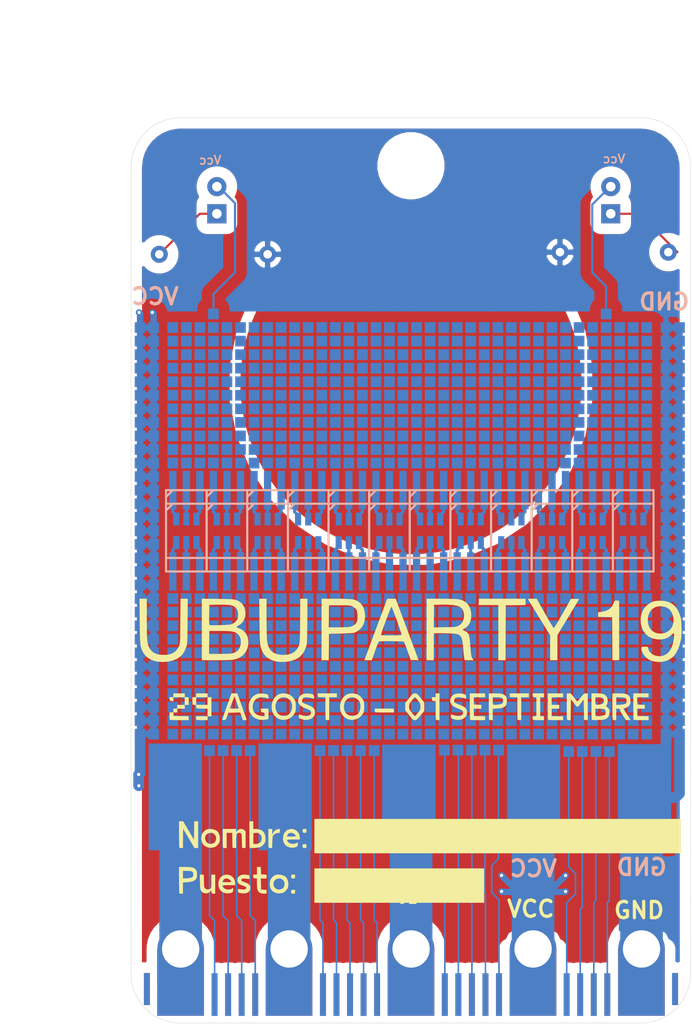
<source format=kicad_pcb>
(kicad_pcb (version 20171130) (host pcbnew "(5.1.2)-2")
  (title_block (rev 1))
  (layers (0 Front signal) (31 Back signal) (34 B.Paste user hide) (35 F.Paste user hide) (36 B.SilkS user) (37 F.SilkS user) (38 B.Mask user) (39 F.Mask user hide) (44 Edge.Cuts user))
  (net 0 "")
  (net 1 "Net-(J1-Pad19)")
  (net 2 "Net-(J1-Pad12)")
  (net 3 "Net-(J1-Pad10)")
  (net 4 "Net-(J1-Pad15)")
  (net 5 "Net-(J1-Pad6)")
  (net 6 "Net-(J1-Pad17)")
  (net 7 "Net-(J1-Pad18)")
  (net 8 "Net-(J1-Pad16)")
  (net 9 "Net-(J1-Pad22)")
  (net 10 "Net-(J1-Pad13)")
  (net 11 "Net-(J1-Pad21)")
  (net 12 "Net-(J1-Pad7)")
  (net 13 "Net-(J1-Pad14)")
  (net 14 "Net-(J1-Pad20)")
  (net 15 "Net-(J1-Pad25)")
  (net 16 "Net-(J1-Pad23)")
  (net 17 "Net-(J1-Pad11)")
  (net 18 "Net-(J1-Pad8)")
  (net 19 "Net-(J1-Pad24)")
  (net 20 "Net-(J1-Pad9)")
  (net 21 GND)
  (net 22 +3V3)
  (net 23 "Net-(J1-Pad3)")
  (net 24 "Net-(J1-Pad2)")
  (net 25 "Net-(J1-Pad1)")
  (net 26 "Net-(D1-Pad2)")
  (net 27 "Net-(D1-Pad1)")
  (net 28 "Net-(D2-Pad2)")
  (net 29 "Net-(D2-Pad1)")
  (module Resistor_THT:R_Axial_DIN0207_L6.3mm_D2.5mm_P10.16mm_Horizontal (layer Front) (at 96.1364 62.6 180)
    (fp_text reference R2 hide)
    (fp_text value R hide)
    (pad 2 thru_hole oval (at 10.16 0 180) (size 1.6 1.6) (drill 0.8) (layers *.Cu *.Mask) (net 21 GND))
    (pad 1 thru_hole circle (at 0 0 180) (size 1.6 1.6) (drill 0.8) (layers *.Cu *.Mask) (net 29 "Net-(D2-Pad1)"))
  )
  (module Resistor_THT:R_Axial_DIN0207_L6.3mm_D2.5mm_P10.16mm_Horizontal (layer Front) (at 48.4 62.8)
    (fp_text reference R1 hide)
    (fp_text value R hide)
    (pad 2 thru_hole oval (at 10.16 0) (size 1.6 1.6) (drill 0.8) (layers *.Cu *.Mask) (net 21 GND))
    (pad 1 thru_hole circle (at 0 0) (size 1.6 1.6) (drill 0.8) (layers *.Cu *.Mask) (net 27 "Net-(D1-Pad1)"))
  )
  (module logo_up:acreditacion_pequeña (layer Front) (at 72 109.25)
    (fp_text reference G*** hide)
    (fp_text value LOGO hide)
  )
  (module proto_pad (layer Back) (at 97.185 107.76)
    (fp_text reference U94 hide)
    (fp_text value PAD hide)
    (pad 1 smd rect (at 0 0) (size 1.00076 1.00076) (layers Back B.Paste B.Mask) (net 21 GND))
  )
  (module proto_pad (layer Back) (at 95.915 107.76)
    (fp_text reference U94 hide)
    (fp_text value PAD hide)
    (pad 1 smd rect (at 0 0) (size 1.00076 1.00076) (layers Back B.Paste B.Mask) (net 21 GND))
  )
  (module proto_pad (layer Back) (at 97.185 106.49)
    (fp_text reference U94 hide)
    (fp_text value PAD hide)
    (pad 1 smd rect (at 0 0) (size 1.00076 1.00076) (layers Back B.Paste B.Mask) (net 21 GND))
  )
  (module proto_pad (layer Back) (at 95.915 106.49)
    (fp_text reference U94 hide)
    (fp_text value PAD hide)
    (pad 1 smd rect (at 0 0) (size 1.00076 1.00076) (layers Back B.Paste B.Mask) (net 21 GND))
  )
  (module proto_pad (layer Back) (at 97.185 105.22)
    (fp_text reference U94 hide)
    (fp_text value PAD hide)
    (pad 1 smd rect (at 0 0) (size 1.00076 1.00076) (layers Back B.Paste B.Mask) (net 21 GND))
  )
  (module proto_pad (layer Back) (at 95.915 105.22)
    (fp_text reference U94 hide)
    (fp_text value PAD hide)
    (pad 1 smd rect (at 0 0) (size 1.00076 1.00076) (layers Back B.Paste B.Mask) (net 21 GND))
  )
  (module proto_pad (layer Back) (at 97.185 103.95)
    (fp_text reference U94 hide)
    (fp_text value PAD hide)
    (pad 1 smd rect (at 0 0) (size 1.00076 1.00076) (layers Back B.Paste B.Mask) (net 21 GND))
  )
  (module proto_pad (layer Back) (at 95.915 103.95)
    (fp_text reference U94 hide)
    (fp_text value PAD hide)
    (pad 1 smd rect (at 0 0) (size 1.00076 1.00076) (layers Back B.Paste B.Mask) (net 21 GND))
  )
  (module proto_pad (layer Back) (at 97.185 102.68)
    (fp_text reference U94 hide)
    (fp_text value PAD hide)
    (pad 1 smd rect (at 0 0) (size 1.00076 1.00076) (layers Back B.Paste B.Mask) (net 21 GND))
  )
  (module proto_pad (layer Back) (at 95.915 102.68)
    (fp_text reference U94 hide)
    (fp_text value PAD hide)
    (pad 1 smd rect (at 0 0) (size 1.00076 1.00076) (layers Back B.Paste B.Mask) (net 21 GND))
  )
  (module proto_pad (layer Back) (at 97.185 101.41)
    (fp_text reference U94 hide)
    (fp_text value PAD hide)
    (pad 1 smd rect (at 0 0) (size 1.00076 1.00076) (layers Back B.Paste B.Mask) (net 21 GND))
  )
  (module proto_pad (layer Back) (at 95.915 101.41)
    (fp_text reference U94 hide)
    (fp_text value PAD hide)
    (pad 1 smd rect (at 0 0) (size 1.00076 1.00076) (layers Back B.Paste B.Mask) (net 21 GND))
  )
  (module proto_pad (layer Back) (at 97.185 100.14)
    (fp_text reference U94 hide)
    (fp_text value PAD hide)
    (pad 1 smd rect (at 0 0) (size 1.00076 1.00076) (layers Back B.Paste B.Mask) (net 21 GND))
  )
  (module proto_pad (layer Back) (at 95.915 100.14)
    (fp_text reference U94 hide)
    (fp_text value PAD hide)
    (pad 1 smd rect (at 0 0) (size 1.00076 1.00076) (layers Back B.Paste B.Mask) (net 21 GND))
  )
  (module proto_pad (layer Back) (at 97.185 98.87)
    (fp_text reference U94 hide)
    (fp_text value PAD hide)
    (pad 1 smd rect (at 0 0) (size 1.00076 1.00076) (layers Back B.Paste B.Mask) (net 21 GND))
  )
  (module proto_pad (layer Back) (at 95.915 98.87)
    (fp_text reference U94 hide)
    (fp_text value PAD hide)
    (pad 1 smd rect (at 0 0) (size 1.00076 1.00076) (layers Back B.Paste B.Mask) (net 21 GND))
  )
  (module proto_pad (layer Back) (at 97.185 97.6)
    (fp_text reference U94 hide)
    (fp_text value PAD hide)
    (pad 1 smd rect (at 0 0) (size 1.00076 1.00076) (layers Back B.Paste B.Mask) (net 21 GND))
  )
  (module proto_pad (layer Back) (at 95.915 97.6)
    (fp_text reference U94 hide)
    (fp_text value PAD hide)
    (pad 1 smd rect (at 0 0) (size 1.00076 1.00076) (layers Back B.Paste B.Mask) (net 21 GND))
  )
  (module proto_pad (layer Back) (at 97.185 96.33)
    (fp_text reference U94 hide)
    (fp_text value PAD hide)
    (pad 1 smd rect (at 0 0) (size 1.00076 1.00076) (layers Back B.Paste B.Mask) (net 21 GND))
  )
  (module proto_pad (layer Back) (at 95.915 96.33)
    (fp_text reference U94 hide)
    (fp_text value PAD hide)
    (pad 1 smd rect (at 0 0) (size 1.00076 1.00076) (layers Back B.Paste B.Mask) (net 21 GND))
  )
  (module proto_pad (layer Back) (at 97.185 95.06)
    (fp_text reference U94 hide)
    (fp_text value PAD hide)
    (pad 1 smd rect (at 0 0) (size 1.00076 1.00076) (layers Back B.Paste B.Mask) (net 21 GND))
  )
  (module proto_pad (layer Back) (at 95.915 95.06)
    (fp_text reference U94 hide)
    (fp_text value PAD hide)
    (pad 1 smd rect (at 0 0) (size 1.00076 1.00076) (layers Back B.Paste B.Mask) (net 21 GND))
  )
  (module proto_pad (layer Back) (at 97.185 93.79)
    (fp_text reference U94 hide)
    (fp_text value PAD hide)
    (pad 1 smd rect (at 0 0) (size 1.00076 1.00076) (layers Back B.Paste B.Mask) (net 21 GND))
  )
  (module proto_pad (layer Back) (at 95.915 93.79)
    (fp_text reference U94 hide)
    (fp_text value PAD hide)
    (pad 1 smd rect (at 0 0) (size 1.00076 1.00076) (layers Back B.Paste B.Mask) (net 21 GND))
  )
  (module proto_pad (layer Back) (at 97.185 92.52)
    (fp_text reference U94 hide)
    (fp_text value PAD hide)
    (pad 1 smd rect (at 0 0) (size 1.00076 1.00076) (layers Back B.Paste B.Mask) (net 21 GND))
  )
  (module proto_pad (layer Back) (at 95.915 92.52)
    (fp_text reference U94 hide)
    (fp_text value PAD hide)
    (pad 1 smd rect (at 0 0) (size 1.00076 1.00076) (layers Back B.Paste B.Mask) (net 21 GND))
  )
  (module proto_pad (layer Back) (at 97.185 91.25)
    (fp_text reference U94 hide)
    (fp_text value PAD hide)
    (pad 1 smd rect (at 0 0) (size 1.00076 1.00076) (layers Back B.Paste B.Mask) (net 21 GND))
  )
  (module proto_pad (layer Back) (at 95.915 91.25)
    (fp_text reference U94 hide)
    (fp_text value PAD hide)
    (pad 1 smd rect (at 0 0) (size 1.00076 1.00076) (layers Back B.Paste B.Mask) (net 21 GND))
  )
  (module proto_pad (layer Back) (at 97.185 89.98)
    (fp_text reference U94 hide)
    (fp_text value PAD hide)
    (pad 1 smd rect (at 0 0) (size 1.00076 1.00076) (layers Back B.Paste B.Mask) (net 21 GND))
  )
  (module proto_pad (layer Back) (at 95.915 89.98)
    (fp_text reference U94 hide)
    (fp_text value PAD hide)
    (pad 1 smd rect (at 0 0) (size 1.00076 1.00076) (layers Back B.Paste B.Mask) (net 21 GND))
  )
  (module proto_pad (layer Back) (at 97.185 88.71)
    (fp_text reference U94 hide)
    (fp_text value PAD hide)
    (pad 1 smd rect (at 0 0) (size 1.00076 1.00076) (layers Back B.Paste B.Mask) (net 21 GND))
  )
  (module proto_pad (layer Back) (at 95.915 88.71)
    (fp_text reference U94 hide)
    (fp_text value PAD hide)
    (pad 1 smd rect (at 0 0) (size 1.00076 1.00076) (layers Back B.Paste B.Mask) (net 21 GND))
  )
  (module proto_pad (layer Back) (at 97.185 87.44)
    (fp_text reference U94 hide)
    (fp_text value PAD hide)
    (pad 1 smd rect (at 0 0) (size 1.00076 1.00076) (layers Back B.Paste B.Mask) (net 21 GND))
  )
  (module proto_pad (layer Back) (at 95.915 87.44)
    (fp_text reference U94 hide)
    (fp_text value PAD hide)
    (pad 1 smd rect (at 0 0) (size 1.00076 1.00076) (layers Back B.Paste B.Mask) (net 21 GND))
  )
  (module proto_pad (layer Back) (at 97.185 86.17)
    (fp_text reference U94 hide)
    (fp_text value PAD hide)
    (pad 1 smd rect (at 0 0) (size 1.00076 1.00076) (layers Back B.Paste B.Mask) (net 21 GND))
  )
  (module proto_pad (layer Back) (at 95.915 86.17)
    (fp_text reference U94 hide)
    (fp_text value PAD hide)
    (pad 1 smd rect (at 0 0) (size 1.00076 1.00076) (layers Back B.Paste B.Mask) (net 21 GND))
  )
  (module proto_pad (layer Back) (at 97.185 84.9)
    (fp_text reference U94 hide)
    (fp_text value PAD hide)
    (pad 1 smd rect (at 0 0) (size 1.00076 1.00076) (layers Back B.Paste B.Mask) (net 21 GND))
  )
  (module proto_pad (layer Back) (at 95.915 84.9)
    (fp_text reference U94 hide)
    (fp_text value PAD hide)
    (pad 1 smd rect (at 0 0) (size 1.00076 1.00076) (layers Back B.Paste B.Mask) (net 21 GND))
  )
  (module proto_pad (layer Back) (at 97.185 83.63)
    (fp_text reference U94 hide)
    (fp_text value PAD hide)
    (pad 1 smd rect (at 0 0) (size 1.00076 1.00076) (layers Back B.Paste B.Mask) (net 21 GND))
  )
  (module proto_pad (layer Back) (at 95.915 83.63)
    (fp_text reference U94 hide)
    (fp_text value PAD hide)
    (pad 1 smd rect (at 0 0) (size 1.00076 1.00076) (layers Back B.Paste B.Mask) (net 21 GND))
  )
  (module proto_pad (layer Back) (at 97.185 82.36)
    (fp_text reference U94 hide)
    (fp_text value PAD hide)
    (pad 1 smd rect (at 0 0) (size 1.00076 1.00076) (layers Back B.Paste B.Mask) (net 21 GND))
  )
  (module proto_pad (layer Back) (at 95.915 82.36)
    (fp_text reference U94 hide)
    (fp_text value PAD hide)
    (pad 1 smd rect (at 0 0) (size 1.00076 1.00076) (layers Back B.Paste B.Mask) (net 21 GND))
  )
  (module proto_pad (layer Back) (at 97.185 81.09)
    (fp_text reference U94 hide)
    (fp_text value PAD hide)
    (pad 1 smd rect (at 0 0) (size 1.00076 1.00076) (layers Back B.Paste B.Mask) (net 21 GND))
  )
  (module proto_pad (layer Back) (at 95.915 81.09)
    (fp_text reference U94 hide)
    (fp_text value PAD hide)
    (pad 1 smd rect (at 0 0) (size 1.00076 1.00076) (layers Back B.Paste B.Mask) (net 21 GND))
  )
  (module proto_pad (layer Back) (at 97.185 79.82)
    (fp_text reference U94 hide)
    (fp_text value PAD hide)
    (pad 1 smd rect (at 0 0) (size 1.00076 1.00076) (layers Back B.Paste B.Mask) (net 21 GND))
  )
  (module proto_pad (layer Back) (at 95.915 79.82)
    (fp_text reference U94 hide)
    (fp_text value PAD hide)
    (pad 1 smd rect (at 0 0) (size 1.00076 1.00076) (layers Back B.Paste B.Mask) (net 21 GND))
  )
  (module proto_pad (layer Back) (at 97.185 78.55)
    (fp_text reference U94 hide)
    (fp_text value PAD hide)
    (pad 1 smd rect (at 0 0) (size 1.00076 1.00076) (layers Back B.Paste B.Mask) (net 21 GND))
  )
  (module proto_pad (layer Back) (at 95.915 78.55)
    (fp_text reference U94 hide)
    (fp_text value PAD hide)
    (pad 1 smd rect (at 0 0) (size 1.00076 1.00076) (layers Back B.Paste B.Mask) (net 21 GND))
  )
  (module proto_pad (layer Back) (at 97.185 77.28)
    (fp_text reference U94 hide)
    (fp_text value PAD hide)
    (pad 1 smd rect (at 0 0) (size 1.00076 1.00076) (layers Back B.Paste B.Mask) (net 21 GND))
  )
  (module proto_pad (layer Back) (at 95.915 77.28)
    (fp_text reference U94 hide)
    (fp_text value PAD hide)
    (pad 1 smd rect (at 0 0) (size 1.00076 1.00076) (layers Back B.Paste B.Mask) (net 21 GND))
  )
  (module proto_pad (layer Back) (at 97.185 76.01)
    (fp_text reference U94 hide)
    (fp_text value PAD hide)
    (pad 1 smd rect (at 0 0) (size 1.00076 1.00076) (layers Back B.Paste B.Mask) (net 21 GND))
  )
  (module proto_pad (layer Back) (at 95.915 76.01)
    (fp_text reference U94 hide)
    (fp_text value PAD hide)
    (pad 1 smd rect (at 0 0) (size 1.00076 1.00076) (layers Back B.Paste B.Mask) (net 21 GND))
  )
  (module proto_pad (layer Back) (at 97.185 74.74)
    (fp_text reference U94 hide)
    (fp_text value PAD hide)
    (pad 1 smd rect (at 0 0) (size 1.00076 1.00076) (layers Back B.Paste B.Mask) (net 21 GND))
  )
  (module proto_pad (layer Back) (at 95.915 74.74)
    (fp_text reference U94 hide)
    (fp_text value PAD hide)
    (pad 1 smd rect (at 0 0) (size 1.00076 1.00076) (layers Back B.Paste B.Mask) (net 21 GND))
  )
  (module proto_pad (layer Back) (at 97.185 73.47)
    (fp_text reference U94 hide)
    (fp_text value PAD hide)
    (pad 1 smd rect (at 0 0) (size 1.00076 1.00076) (layers Back B.Paste B.Mask) (net 21 GND))
  )
  (module proto_pad (layer Back) (at 95.915 73.47)
    (fp_text reference U94 hide)
    (fp_text value PAD hide)
    (pad 1 smd rect (at 0 0) (size 1.00076 1.00076) (layers Back B.Paste B.Mask) (net 21 GND))
  )
  (module proto_pad (layer Back) (at 97.185 72.2)
    (fp_text reference U94 hide)
    (fp_text value PAD hide)
    (pad 1 smd rect (at 0 0) (size 1.00076 1.00076) (layers Back B.Paste B.Mask) (net 21 GND))
  )
  (module proto_pad (layer Back) (at 95.915 72.2)
    (fp_text reference U94 hide)
    (fp_text value PAD hide)
    (pad 1 smd rect (at 0 0) (size 1.00076 1.00076) (layers Back B.Paste B.Mask) (net 21 GND))
  )
  (module proto_pad (layer Back) (at 97.185 70.93)
    (fp_text reference U94 hide)
    (fp_text value PAD hide)
    (pad 1 smd rect (at 0 0) (size 1.00076 1.00076) (layers Back B.Paste B.Mask) (net 21 GND))
  )
  (module proto_pad (layer Back) (at 95.915 70.93)
    (fp_text reference U94 hide)
    (fp_text value PAD hide)
    (pad 1 smd rect (at 0 0) (size 1.00076 1.00076) (layers Back B.Paste B.Mask) (net 21 GND))
  )
  (module proto_pad (layer Back) (at 97.185 69.66)
    (fp_text reference U94 hide)
    (fp_text value PAD hide)
    (pad 1 smd rect (at 0 0) (size 1.00076 1.00076) (layers Back B.Paste B.Mask) (net 21 GND))
  )
  (module proto_pad (layer Back) (at 95.915 69.66)
    (fp_text reference U94 hide)
    (fp_text value PAD hide)
    (pad 1 smd rect (at 0 0) (size 1.00076 1.00076) (layers Back B.Paste B.Mask) (net 21 GND))
  )
  (module Connector_Wire:SolderWirePad_1x01_SMD_5x10mm (layer Back) (at 49.9 113.6425)
    (fp_text reference REF** hide)
    (fp_text value SolderWirePad_1x01_SMD_5x10mm hide)
    (pad 1 smd rect (at 0 0) (size 5 10) (layers Back B.Paste B.Mask) (net 25 "Net-(J1-Pad1)"))
  )
  (module proto_pad (layer Back) (at 47.865 107.76 90)
    (fp_text reference U94 hide)
    (fp_text value PAD hide)
    (pad 1 smd rect (at 0 0 90) (size 1.00076 1.00076) (layers Back B.Paste B.Mask) (net 22 +3V3))
  )
  (module proto_pad (layer Back) (at 46.595 107.76 90)
    (fp_text reference U94 hide)
    (fp_text value PAD hide)
    (pad 1 smd rect (at 0 0 90) (size 1.00076 1.00076) (layers Back B.Paste B.Mask) (net 22 +3V3))
  )
  (module proto_pad (layer Back) (at 47.865 106.49 90)
    (fp_text reference U94 hide)
    (fp_text value PAD hide)
    (pad 1 smd rect (at 0 0 90) (size 1.00076 1.00076) (layers Back B.Paste B.Mask) (net 22 +3V3))
  )
  (module proto_pad (layer Back) (at 46.595 106.49 90)
    (fp_text reference U94 hide)
    (fp_text value PAD hide)
    (pad 1 smd rect (at 0 0 90) (size 1.00076 1.00076) (layers Back B.Paste B.Mask) (net 22 +3V3))
  )
  (module proto_pad (layer Back) (at 47.865 105.22 90)
    (fp_text reference U94 hide)
    (fp_text value PAD hide)
    (pad 1 smd rect (at 0 0 90) (size 1.00076 1.00076) (layers Back B.Paste B.Mask) (net 22 +3V3))
  )
  (module proto_pad (layer Back) (at 46.595 105.22 90)
    (fp_text reference U94 hide)
    (fp_text value PAD hide)
    (pad 1 smd rect (at 0 0 90) (size 1.00076 1.00076) (layers Back B.Paste B.Mask) (net 22 +3V3))
  )
  (module proto_pad (layer Back) (at 47.865 103.95 90)
    (fp_text reference U94 hide)
    (fp_text value PAD hide)
    (pad 1 smd rect (at 0 0 90) (size 1.00076 1.00076) (layers Back B.Paste B.Mask) (net 22 +3V3))
  )
  (module proto_pad (layer Back) (at 46.595 103.95 90)
    (fp_text reference U94 hide)
    (fp_text value PAD hide)
    (pad 1 smd rect (at 0 0 90) (size 1.00076 1.00076) (layers Back B.Paste B.Mask) (net 22 +3V3))
  )
  (module proto_pad (layer Back) (at 47.865 102.68 90)
    (fp_text reference U94 hide)
    (fp_text value PAD hide)
    (pad 1 smd rect (at 0 0 90) (size 1.00076 1.00076) (layers Back B.Paste B.Mask) (net 22 +3V3))
  )
  (module proto_pad (layer Back) (at 46.595 102.68 90)
    (fp_text reference U94 hide)
    (fp_text value PAD hide)
    (pad 1 smd rect (at 0 0 90) (size 1.00076 1.00076) (layers Back B.Paste B.Mask) (net 22 +3V3))
  )
  (module proto_pad (layer Back) (at 47.865 101.41 90)
    (fp_text reference U94 hide)
    (fp_text value PAD hide)
    (pad 1 smd rect (at 0 0 90) (size 1.00076 1.00076) (layers Back B.Paste B.Mask) (net 22 +3V3))
  )
  (module proto_pad (layer Back) (at 46.595 101.41 90)
    (fp_text reference U94 hide)
    (fp_text value PAD hide)
    (pad 1 smd rect (at 0 0 90) (size 1.00076 1.00076) (layers Back B.Paste B.Mask) (net 22 +3V3))
  )
  (module proto_pad (layer Back) (at 47.865 100.14 90)
    (fp_text reference U94 hide)
    (fp_text value PAD hide)
    (pad 1 smd rect (at 0 0 90) (size 1.00076 1.00076) (layers Back B.Paste B.Mask) (net 22 +3V3))
  )
  (module proto_pad (layer Back) (at 46.595 100.14 90)
    (fp_text reference U94 hide)
    (fp_text value PAD hide)
    (pad 1 smd rect (at 0 0 90) (size 1.00076 1.00076) (layers Back B.Paste B.Mask) (net 22 +3V3))
  )
  (module proto_pad (layer Back) (at 47.865 98.87 90)
    (fp_text reference U94 hide)
    (fp_text value PAD hide)
    (pad 1 smd rect (at 0 0 90) (size 1.00076 1.00076) (layers Back B.Paste B.Mask) (net 22 +3V3))
  )
  (module proto_pad (layer Back) (at 46.595 98.87 90)
    (fp_text reference U94 hide)
    (fp_text value PAD hide)
    (pad 1 smd rect (at 0 0 90) (size 1.00076 1.00076) (layers Back B.Paste B.Mask) (net 22 +3V3))
  )
  (module proto_pad (layer Back) (at 47.865 97.6 90)
    (fp_text reference U94 hide)
    (fp_text value PAD hide)
    (pad 1 smd rect (at 0 0 90) (size 1.00076 1.00076) (layers Back B.Paste B.Mask) (net 22 +3V3))
  )
  (module proto_pad (layer Back) (at 46.595 97.6 90)
    (fp_text reference U94 hide)
    (fp_text value PAD hide)
    (pad 1 smd rect (at 0 0 90) (size 1.00076 1.00076) (layers Back B.Paste B.Mask) (net 22 +3V3))
  )
  (module proto_pad (layer Back) (at 47.865 96.33 90)
    (fp_text reference U94 hide)
    (fp_text value PAD hide)
    (pad 1 smd rect (at 0 0 90) (size 1.00076 1.00076) (layers Back B.Paste B.Mask) (net 22 +3V3))
  )
  (module proto_pad (layer Back) (at 46.595 96.33 90)
    (fp_text reference U94 hide)
    (fp_text value PAD hide)
    (pad 1 smd rect (at 0 0 90) (size 1.00076 1.00076) (layers Back B.Paste B.Mask) (net 22 +3V3))
  )
  (module proto_pad (layer Back) (at 47.865 95.06 90)
    (fp_text reference U94 hide)
    (fp_text value PAD hide)
    (pad 1 smd rect (at 0 0 90) (size 1.00076 1.00076) (layers Back B.Paste B.Mask) (net 22 +3V3))
  )
  (module proto_pad (layer Back) (at 46.595 95.06 90)
    (fp_text reference U94 hide)
    (fp_text value PAD hide)
    (pad 1 smd rect (at 0 0 90) (size 1.00076 1.00076) (layers Back B.Paste B.Mask) (net 22 +3V3))
  )
  (module proto_pad (layer Back) (at 47.865 93.79 90)
    (fp_text reference U94 hide)
    (fp_text value PAD hide)
    (pad 1 smd rect (at 0 0 90) (size 1.00076 1.00076) (layers Back B.Paste B.Mask) (net 22 +3V3))
  )
  (module proto_pad (layer Back) (at 46.595 93.79 90)
    (fp_text reference U94 hide)
    (fp_text value PAD hide)
    (pad 1 smd rect (at 0 0 90) (size 1.00076 1.00076) (layers Back B.Paste B.Mask) (net 22 +3V3))
  )
  (module proto_pad (layer Back) (at 47.865 92.52 90)
    (fp_text reference U94 hide)
    (fp_text value PAD hide)
    (pad 1 smd rect (at 0 0 90) (size 1.00076 1.00076) (layers Back B.Paste B.Mask) (net 22 +3V3))
  )
  (module proto_pad (layer Back) (at 46.595 92.52 90)
    (fp_text reference U94 hide)
    (fp_text value PAD hide)
    (pad 1 smd rect (at 0 0 90) (size 1.00076 1.00076) (layers Back B.Paste B.Mask) (net 22 +3V3))
  )
  (module proto_pad (layer Back) (at 47.865 91.25 90)
    (fp_text reference U94 hide)
    (fp_text value PAD hide)
    (pad 1 smd rect (at 0 0 90) (size 1.00076 1.00076) (layers Back B.Paste B.Mask) (net 22 +3V3))
  )
  (module proto_pad (layer Back) (at 46.595 91.25 90)
    (fp_text reference U94 hide)
    (fp_text value PAD hide)
    (pad 1 smd rect (at 0 0 90) (size 1.00076 1.00076) (layers Back B.Paste B.Mask) (net 22 +3V3))
  )
  (module proto_pad (layer Back) (at 47.865 89.98 90)
    (fp_text reference U94 hide)
    (fp_text value PAD hide)
    (pad 1 smd rect (at 0 0 90) (size 1.00076 1.00076) (layers Back B.Paste B.Mask) (net 22 +3V3))
  )
  (module proto_pad (layer Back) (at 46.595 89.98 90)
    (fp_text reference U94 hide)
    (fp_text value PAD hide)
    (pad 1 smd rect (at 0 0 90) (size 1.00076 1.00076) (layers Back B.Paste B.Mask) (net 22 +3V3))
  )
  (module proto_pad (layer Back) (at 47.865 88.71 90)
    (fp_text reference U94 hide)
    (fp_text value PAD hide)
    (pad 1 smd rect (at 0 0 90) (size 1.00076 1.00076) (layers Back B.Paste B.Mask) (net 22 +3V3))
  )
  (module proto_pad (layer Back) (at 46.595 88.71 90)
    (fp_text reference U94 hide)
    (fp_text value PAD hide)
    (pad 1 smd rect (at 0 0 90) (size 1.00076 1.00076) (layers Back B.Paste B.Mask) (net 22 +3V3))
  )
  (module proto_pad (layer Back) (at 47.865 87.44 90)
    (fp_text reference U94 hide)
    (fp_text value PAD hide)
    (pad 1 smd rect (at 0 0 90) (size 1.00076 1.00076) (layers Back B.Paste B.Mask) (net 22 +3V3))
  )
  (module proto_pad (layer Back) (at 46.595 87.44 90)
    (fp_text reference U94 hide)
    (fp_text value PAD hide)
    (pad 1 smd rect (at 0 0 90) (size 1.00076 1.00076) (layers Back B.Paste B.Mask) (net 22 +3V3))
  )
  (module proto_pad (layer Back) (at 47.865 86.17 90)
    (fp_text reference U94 hide)
    (fp_text value PAD hide)
    (pad 1 smd rect (at 0 0 90) (size 1.00076 1.00076) (layers Back B.Paste B.Mask) (net 22 +3V3))
  )
  (module proto_pad (layer Back) (at 46.595 86.17 90)
    (fp_text reference U94 hide)
    (fp_text value PAD hide)
    (pad 1 smd rect (at 0 0 90) (size 1.00076 1.00076) (layers Back B.Paste B.Mask) (net 22 +3V3))
  )
  (module proto_pad (layer Back) (at 47.865 84.9 90)
    (fp_text reference U94 hide)
    (fp_text value PAD hide)
    (pad 1 smd rect (at 0 0 90) (size 1.00076 1.00076) (layers Back B.Paste B.Mask) (net 22 +3V3))
  )
  (module proto_pad (layer Back) (at 46.595 84.9 90)
    (fp_text reference U94 hide)
    (fp_text value PAD hide)
    (pad 1 smd rect (at 0 0 90) (size 1.00076 1.00076) (layers Back B.Paste B.Mask) (net 22 +3V3))
  )
  (module proto_pad (layer Back) (at 47.865 83.63 90)
    (fp_text reference U94 hide)
    (fp_text value PAD hide)
    (pad 1 smd rect (at 0 0 90) (size 1.00076 1.00076) (layers Back B.Paste B.Mask) (net 22 +3V3))
  )
  (module proto_pad (layer Back) (at 46.595 83.63 90)
    (fp_text reference U94 hide)
    (fp_text value PAD hide)
    (pad 1 smd rect (at 0 0 90) (size 1.00076 1.00076) (layers Back B.Paste B.Mask) (net 22 +3V3))
  )
  (module proto_pad (layer Back) (at 47.865 82.36 90)
    (fp_text reference U94 hide)
    (fp_text value PAD hide)
    (pad 1 smd rect (at 0 0 90) (size 1.00076 1.00076) (layers Back B.Paste B.Mask) (net 22 +3V3))
  )
  (module proto_pad (layer Back) (at 46.595 82.36 90)
    (fp_text reference U94 hide)
    (fp_text value PAD hide)
    (pad 1 smd rect (at 0 0 90) (size 1.00076 1.00076) (layers Back B.Paste B.Mask) (net 22 +3V3))
  )
  (module proto_pad (layer Back) (at 47.865 81.09 90)
    (fp_text reference U94 hide)
    (fp_text value PAD hide)
    (pad 1 smd rect (at 0 0 90) (size 1.00076 1.00076) (layers Back B.Paste B.Mask) (net 22 +3V3))
  )
  (module proto_pad (layer Back) (at 46.595 81.09 90)
    (fp_text reference U94 hide)
    (fp_text value PAD hide)
    (pad 1 smd rect (at 0 0 90) (size 1.00076 1.00076) (layers Back B.Paste B.Mask) (net 22 +3V3))
  )
  (module proto_pad (layer Back) (at 47.865 79.82 90)
    (fp_text reference U94 hide)
    (fp_text value PAD hide)
    (pad 1 smd rect (at 0 0 90) (size 1.00076 1.00076) (layers Back B.Paste B.Mask) (net 22 +3V3))
  )
  (module proto_pad (layer Back) (at 46.595 79.82 90)
    (fp_text reference U94 hide)
    (fp_text value PAD hide)
    (pad 1 smd rect (at 0 0 90) (size 1.00076 1.00076) (layers Back B.Paste B.Mask) (net 22 +3V3))
  )
  (module proto_pad (layer Back) (at 47.865 78.55 90)
    (fp_text reference U94 hide)
    (fp_text value PAD hide)
    (pad 1 smd rect (at 0 0 90) (size 1.00076 1.00076) (layers Back B.Paste B.Mask) (net 22 +3V3))
  )
  (module proto_pad (layer Back) (at 46.595 78.55 90)
    (fp_text reference U94 hide)
    (fp_text value PAD hide)
    (pad 1 smd rect (at 0 0 90) (size 1.00076 1.00076) (layers Back B.Paste B.Mask) (net 22 +3V3))
  )
  (module proto_pad (layer Back) (at 47.865 77.28 90)
    (fp_text reference U94 hide)
    (fp_text value PAD hide)
    (pad 1 smd rect (at 0 0 90) (size 1.00076 1.00076) (layers Back B.Paste B.Mask) (net 22 +3V3))
  )
  (module proto_pad (layer Back) (at 46.595 77.28 90)
    (fp_text reference U94 hide)
    (fp_text value PAD hide)
    (pad 1 smd rect (at 0 0 90) (size 1.00076 1.00076) (layers Back B.Paste B.Mask) (net 22 +3V3))
  )
  (module proto_pad (layer Back) (at 47.865 76.01 90)
    (fp_text reference U94 hide)
    (fp_text value PAD hide)
    (pad 1 smd rect (at 0 0 90) (size 1.00076 1.00076) (layers Back B.Paste B.Mask) (net 22 +3V3))
  )
  (module proto_pad (layer Back) (at 46.595 76.01 90)
    (fp_text reference U94 hide)
    (fp_text value PAD hide)
    (pad 1 smd rect (at 0 0 90) (size 1.00076 1.00076) (layers Back B.Paste B.Mask) (net 22 +3V3))
  )
  (module proto_pad (layer Back) (at 47.865 74.74 90)
    (fp_text reference U94 hide)
    (fp_text value PAD hide)
    (pad 1 smd rect (at 0 0 90) (size 1.00076 1.00076) (layers Back B.Paste B.Mask) (net 22 +3V3))
  )
  (module proto_pad (layer Back) (at 46.595 74.74 90)
    (fp_text reference U94 hide)
    (fp_text value PAD hide)
    (pad 1 smd rect (at 0 0 90) (size 1.00076 1.00076) (layers Back B.Paste B.Mask) (net 22 +3V3))
  )
  (module proto_pad (layer Back) (at 47.865 73.47 90)
    (fp_text reference U94 hide)
    (fp_text value PAD hide)
    (pad 1 smd rect (at 0 0 90) (size 1.00076 1.00076) (layers Back B.Paste B.Mask) (net 22 +3V3))
  )
  (module proto_pad (layer Back) (at 46.595 73.47 90)
    (fp_text reference U94 hide)
    (fp_text value PAD hide)
    (pad 1 smd rect (at 0 0 90) (size 1.00076 1.00076) (layers Back B.Paste B.Mask) (net 22 +3V3))
  )
  (module proto_pad (layer Back) (at 47.865 72.2 90)
    (fp_text reference U94 hide)
    (fp_text value PAD hide)
    (pad 1 smd rect (at 0 0 90) (size 1.00076 1.00076) (layers Back B.Paste B.Mask) (net 22 +3V3))
  )
  (module proto_pad (layer Back) (at 46.595 72.2 90)
    (fp_text reference U94 hide)
    (fp_text value PAD hide)
    (pad 1 smd rect (at 0 0 90) (size 1.00076 1.00076) (layers Back B.Paste B.Mask) (net 22 +3V3))
  )
  (module proto_pad (layer Back) (at 47.865 70.93 90)
    (fp_text reference U94 hide)
    (fp_text value PAD hide)
    (pad 1 smd rect (at 0 0 90) (size 1.00076 1.00076) (layers Back B.Paste B.Mask) (net 22 +3V3))
  )
  (module proto_pad (layer Back) (at 46.595 70.93 90)
    (fp_text reference U94 hide)
    (fp_text value PAD hide)
    (pad 1 smd rect (at 0 0 90) (size 1.00076 1.00076) (layers Back B.Paste B.Mask) (net 22 +3V3))
  )
  (module proto_pad (layer Back) (at 47.865 69.66 90)
    (fp_text reference U94 hide)
    (fp_text value PAD hide)
    (pad 1 smd rect (at 0 0 90) (size 1.00076 1.00076) (layers Back B.Paste B.Mask) (net 22 +3V3))
  )
  (module proto_pad (layer Back) (at 46.595 69.66 90)
    (fp_text reference U94 hide)
    (fp_text value PAD hide)
    (pad 1 smd rect (at 0 0 90) (size 1.00076 1.00076) (layers Back B.Paste B.Mask) (net 22 +3V3))
  )
  (module proto_pad (layer Back) (at 53.475 68.39)
    (fp_text reference U98 hide)
    (fp_text value PAD hide)
    (pad 1 smd rect (at 0 0) (size 1.00076 1.00076) (layers Back B.Paste B.Mask) (net 26 "Net-(D1-Pad2)"))
  )
  (module proto_pad (layer Back) (at 90.305 68.39)
    (fp_text reference U98 hide)
    (fp_text value PAD hide)
    (pad 1 smd rect (at 0 0) (size 1.00076 1.00076) (layers Back B.Paste B.Mask) (net 28 "Net-(D2-Pad2)"))
  )
  (module proto_pad (layer Back) (at 89.33782 109.38776)
    (fp_text reference U141 hide)
    (fp_text value PAD hide)
    (pad 1 smd rect (at 0 0) (size 1.00076 1.00076) (layers Back B.Paste B.Mask))
  )
  (module proto_pad (layer Back) (at 90.60782 109.38776)
    (fp_text reference U141 hide)
    (fp_text value PAD hide)
    (pad 1 smd rect (at 0 0) (size 1.00076 1.00076) (layers Back B.Paste B.Mask))
  )
  (module proto_pad (layer Back) (at 88.06782 109.38776)
    (fp_text reference U141 hide)
    (fp_text value PAD hide)
    (pad 1 smd rect (at 0 0) (size 1.00076 1.00076) (layers Back B.Paste B.Mask))
  )
  (module proto_pad (layer Back) (at 68.55 109.3)
    (fp_text reference U141 hide)
    (fp_text value PAD hide)
    (pad 1 smd rect (at 0 0) (size 1.00076 1.00076) (layers Back B.Paste B.Mask))
  )
  (module proto_pad (layer Back) (at 66.01 109.3)
    (fp_text reference U141 hide)
    (fp_text value PAD hide)
    (pad 1 smd rect (at 0 0) (size 1.00076 1.00076) (layers Back B.Paste B.Mask))
  )
  (module proto_pad (layer Back) (at 64.74 109.3)
    (fp_text reference U141 hide)
    (fp_text value PAD hide)
    (pad 1 smd rect (at 0 0) (size 1.00076 1.00076) (layers Back B.Paste B.Mask))
  )
  (module proto_pad (layer Back) (at 63.47 109.3)
    (fp_text reference U141 hide)
    (fp_text value PAD hide)
    (pad 1 smd rect (at 0 0) (size 1.00076 1.00076) (layers Back B.Paste B.Mask))
  )
  (module proto_pad (layer Back) (at 67.28 109.3)
    (fp_text reference U141 hide)
    (fp_text value PAD hide)
    (pad 1 smd rect (at 0 0) (size 1.00076 1.00076) (layers Back B.Paste B.Mask))
  )
  (module proto_pad (layer Back) (at 80.21508 109.2633)
    (fp_text reference U141 hide)
    (fp_text value PAD hide)
    (pad 1 smd rect (at 0 0) (size 1.00076 1.00076) (layers Back B.Paste B.Mask))
  )
  (module proto_pad (layer Back) (at 78.94508 109.2633)
    (fp_text reference U141 hide)
    (fp_text value PAD hide)
    (pad 1 smd rect (at 0 0) (size 1.00076 1.00076) (layers Back B.Paste B.Mask))
  )
  (module proto_pad (layer Back) (at 77.67508 109.2633)
    (fp_text reference U141 hide)
    (fp_text value PAD hide)
    (pad 1 smd rect (at 0 0) (size 1.00076 1.00076) (layers Back B.Paste B.Mask))
  )
  (module proto_pad (layer Back) (at 76.40508 109.2633)
    (fp_text reference U141 hide)
    (fp_text value PAD hide)
    (pad 1 smd rect (at 0 0) (size 1.00076 1.00076) (layers Back B.Paste B.Mask))
  )
  (module proto_pad (layer Back) (at 75.13508 109.2633)
    (fp_text reference U141 hide)
    (fp_text value PAD hide)
    (pad 1 smd rect (at 0 0) (size 1.00076 1.00076) (layers Back B.Paste B.Mask))
  )
  (module proto_pad (layer Back) (at 86.79782 109.38776)
    (fp_text reference U141 hide)
    (fp_text value PAD hide)
    (pad 1 smd rect (at 0 0) (size 1.00076 1.00076) (layers Back B.Paste B.Mask))
  )
  (module proto_pad (layer Back) (at 56.92 109.3)
    (fp_text reference U141 hide)
    (fp_text value PAD hide)
    (pad 1 smd rect (at 0 0) (size 1.00076 1.00076) (layers Back B.Paste B.Mask))
  )
  (module proto_pad (layer Back) (at 55.65 109.3)
    (fp_text reference U141 hide)
    (fp_text value PAD hide)
    (pad 1 smd rect (at 0 0) (size 1.00076 1.00076) (layers Back B.Paste B.Mask))
  )
  (module proto_pad (layer Back) (at 54.38 109.3)
    (fp_text reference U141 hide)
    (fp_text value PAD hide)
    (pad 1 smd rect (at 0 0) (size 1.00076 1.00076) (layers Back B.Paste B.Mask))
  )
  (module proto_pad (layer Back) (at 53.11 109.3)
    (fp_text reference U141 hide)
    (fp_text value PAD hide)
    (pad 1 smd rect (at 0 0) (size 1.00076 1.00076) (layers Back B.Paste B.Mask))
  )
  (module Connector_Wire:SolderWirePad_1x01_SMD_5x10mm (layer Back) (at 93.9 113.7)
    (fp_text reference REF** hide)
    (fp_text value SolderWirePad_1x01_SMD_5x10mm hide)
    (pad 1 smd rect (at 0 0) (size 5 10) (layers Back B.Paste B.Mask) (net 21 GND))
  )
  (module Connector_Wire:SolderWirePad_1x01_SMD_5x10mm (layer Back) (at 83.5 113.7425)
    (fp_text reference REF** hide)
    (fp_text value SolderWirePad_1x01_SMD_5x10mm hide)
    (pad 1 smd rect (at 0 0) (size 5 10) (layers Back B.Paste B.Mask) (net 22 +3V3))
  )
  (module Connector_Wire:SolderWirePad_1x01_SMD_5x10mm (layer Back) (at 71.8 113.7425)
    (fp_text reference REF** hide)
    (fp_text value SolderWirePad_1x01_SMD_5x10mm hide)
    (pad 1 smd rect (at 0 0) (size 5 10) (layers Back B.Paste B.Mask) (net 23 "Net-(J1-Pad3)"))
  )
  (module Connector_Wire:SolderWirePad_1x01_SMD_5x10mm (layer Back) (at 60.2 113.6425)
    (fp_text reference REF** hide)
    (fp_text value SolderWirePad_1x01_SMD_5x10mm hide)
    (pad 1 smd rect (at 0 0) (size 5 10) (layers Back B.Paste B.Mask) (net 24 "Net-(J1-Pad2)"))
  )
  (module proto_soic6 (layer Back) (at 58.555 88.71)
    (fp_text reference U5 hide)
    (fp_text value PROTO_SOIC6 hide)
    (pad 6 smd rect (at -1.27 3.81) (size 0.6858 3.6) (layers Back B.Paste B.Mask))
    (pad 5 smd rect (at 0 3.81) (size 0.6858 3.6) (layers Back B.Paste B.Mask))
    (pad 4 smd rect (at 1.27 3.81) (size 0.6858 3.6) (layers Back B.Paste B.Mask))
    (pad 3 smd rect (at 1.27 -3.81) (size 0.6858 3.6) (layers Back B.Paste B.Mask))
    (pad 2 smd rect (at 0 -3.81) (size 0.6858 3.6) (layers Back B.Paste B.Mask))
    (pad 1 smd rect (at -1.27 -3.81) (size 0.6858 3.6) (layers Back B.Paste B.Mask))
  )
  (module proto_pad (layer Back) (at 59.825 73.47)
    (fp_text reference U265 hide)
    (fp_text value PAD hide)
    (pad 1 smd rect (at 0 0) (size 1.00076 1.00076) (layers Back B.Paste B.Mask))
  )
  (module proto_pad (layer Back) (at 61.095 76.01)
    (fp_text reference U259 hide)
    (fp_text value PAD hide)
    (pad 1 smd rect (at 0 0) (size 1.00076 1.00076) (layers Back B.Paste B.Mask))
  )
  (module proto_pad (layer Back) (at 59.825 76.01)
    (fp_text reference U258 hide)
    (fp_text value PAD hide)
    (pad 1 smd rect (at 0 0) (size 1.00076 1.00076) (layers Back B.Paste B.Mask))
  )
  (module proto_pad (layer Back) (at 61.095 74.74)
    (fp_text reference U262 hide)
    (fp_text value PAD hide)
    (pad 1 smd rect (at 0 0) (size 1.00076 1.00076) (layers Back B.Paste B.Mask))
  )
  (module proto_pad (layer Back) (at 59.825 74.74)
    (fp_text reference U263 hide)
    (fp_text value PAD hide)
    (pad 1 smd rect (at 0 0) (size 1.00076 1.00076) (layers Back B.Paste B.Mask))
  )
  (module proto_pad (layer Back) (at 61.095 73.47)
    (fp_text reference U264 hide)
    (fp_text value PAD hide)
    (pad 1 smd rect (at 0 0) (size 1.00076 1.00076) (layers Back B.Paste B.Mask))
  )
  (module proto_pad (layer Back) (at 59.825 72.2)
    (fp_text reference U267 hide)
    (fp_text value PAD hide)
    (pad 1 smd rect (at 0 0) (size 1.00076 1.00076) (layers Back B.Paste B.Mask))
  )
  (module proto_pad (layer Back) (at 61.095 72.2)
    (fp_text reference U266 hide)
    (fp_text value PAD hide)
    (pad 1 smd rect (at 0 0) (size 1.00076 1.00076) (layers Back B.Paste B.Mask))
  )
  (module proto_pad (layer Back) (at 58.555 72.2)
    (fp_text reference U257 hide)
    (fp_text value PAD hide)
    (pad 1 smd rect (at 0 0) (size 1.00076 1.00076) (layers Back B.Paste B.Mask))
  )
  (module proto_pad (layer Back) (at 58.555 82.36)
    (fp_text reference U247 hide)
    (fp_text value PAD hide)
    (pad 1 smd rect (at 0 0) (size 1.00076 1.00076) (layers Back B.Paste B.Mask))
  )
  (module proto_pad (layer Back) (at 58.555 73.47)
    (fp_text reference U256 hide)
    (fp_text value PAD hide)
    (pad 1 smd rect (at 0 0) (size 1.00076 1.00076) (layers Back B.Paste B.Mask))
  )
  (module proto_pad (layer Back) (at 58.555 74.74)
    (fp_text reference U255 hide)
    (fp_text value PAD hide)
    (pad 1 smd rect (at 0 0) (size 1.00076 1.00076) (layers Back B.Paste B.Mask))
  )
  (module proto_pad (layer Back) (at 61.095 82.36)
    (fp_text reference U251 hide)
    (fp_text value PAD hide)
    (pad 1 smd rect (at 0 0) (size 1.00076 1.00076) (layers Back B.Paste B.Mask))
  )
  (module proto_pad (layer Back) (at 61.095 79.82)
    (fp_text reference U253 hide)
    (fp_text value PAD hide)
    (pad 1 smd rect (at 0 0) (size 1.00076 1.00076) (layers Back B.Paste B.Mask))
  )
  (module proto_pad (layer Back) (at 61.095 81.09)
    (fp_text reference U252 hide)
    (fp_text value PAD hide)
    (pad 1 smd rect (at 0 0) (size 1.00076 1.00076) (layers Back B.Paste B.Mask))
  )
  (module proto_pad (layer Back) (at 59.825 82.36)
    (fp_text reference U250 hide)
    (fp_text value PAD hide)
    (pad 1 smd rect (at 0 0) (size 1.00076 1.00076) (layers Back B.Paste B.Mask))
  )
  (module proto_pad (layer Back) (at 57.285 78.55)
    (fp_text reference U245 hide)
    (fp_text value PAD hide)
    (pad 1 smd rect (at 0 0) (size 1.00076 1.00076) (layers Back B.Paste B.Mask))
  )
  (module proto_pad (layer Back) (at 58.555 79.82)
    (fp_text reference U249 hide)
    (fp_text value PAD hide)
    (pad 1 smd rect (at 0 0) (size 1.00076 1.00076) (layers Back B.Paste B.Mask))
  )
  (module proto_pad (layer Back) (at 58.555 81.09)
    (fp_text reference U248 hide)
    (fp_text value PAD hide)
    (pad 1 smd rect (at 0 0) (size 1.00076 1.00076) (layers Back B.Paste B.Mask))
  )
  (module proto_pad (layer Back) (at 58.555 77.28)
    (fp_text reference U246 hide)
    (fp_text value PAD hide)
    (pad 1 smd rect (at 0 0) (size 1.00076 1.00076) (layers Back B.Paste B.Mask))
  )
  (module proto_pad (layer Back) (at 57.285 77.28)
    (fp_text reference U244 hide)
    (fp_text value PAD hide)
    (pad 1 smd rect (at 0 0) (size 1.00076 1.00076) (layers Back B.Paste B.Mask))
  )
  (module proto_pad (layer Back) (at 57.285 76.01)
    (fp_text reference U243 hide)
    (fp_text value PAD hide)
    (pad 1 smd rect (at 0 0) (size 1.00076 1.00076) (layers Back B.Paste B.Mask))
  )
  (module proto_pad (layer Back) (at 56.015 76.01)
    (fp_text reference U242 hide)
    (fp_text value PAD hide)
    (pad 1 smd rect (at 0 0) (size 1.00076 1.00076) (layers Back B.Paste B.Mask))
  )
  (module proto_pad (layer Back) (at 57.285 82.36)
    (fp_text reference U234 hide)
    (fp_text value PAD hide)
    (pad 1 smd rect (at 0 0) (size 1.00076 1.00076) (layers Back B.Paste B.Mask))
  )
  (module proto_pad (layer Back) (at 58.555 78.55)
    (fp_text reference U240 hide)
    (fp_text value PAD hide)
    (pad 1 smd rect (at 0 0) (size 1.00076 1.00076) (layers Back B.Paste B.Mask))
  )
  (module proto_pad (layer Back) (at 58.555 76.01)
    (fp_text reference U239 hide)
    (fp_text value PAD hide)
    (pad 1 smd rect (at 0 0) (size 1.00076 1.00076) (layers Back B.Paste B.Mask))
  )
  (module proto_pad (layer Back) (at 56.015 78.55)
    (fp_text reference U238 hide)
    (fp_text value PAD hide)
    (pad 1 smd rect (at 0 0) (size 1.00076 1.00076) (layers Back B.Paste B.Mask))
  )
  (module proto_pad (layer Back) (at 56.015 79.82)
    (fp_text reference U237 hide)
    (fp_text value PAD hide)
    (pad 1 smd rect (at 0 0) (size 1.00076 1.00076) (layers Back B.Paste B.Mask))
  )
  (module proto_pad (layer Back) (at 56.015 81.09)
    (fp_text reference U236 hide)
    (fp_text value PAD hide)
    (pad 1 smd rect (at 0 0) (size 1.00076 1.00076) (layers Back B.Paste B.Mask))
  )
  (module proto_pad (layer Back) (at 56.015 82.36)
    (fp_text reference U235 hide)
    (fp_text value PAD hide)
    (pad 1 smd rect (at 0 0) (size 1.00076 1.00076) (layers Back B.Paste B.Mask))
  )
  (module proto_pad (layer Back) (at 59.825 79.82)
    (fp_text reference U233 hide)
    (fp_text value PAD hide)
    (pad 1 smd rect (at 0 0) (size 1.00076 1.00076) (layers Back B.Paste B.Mask))
  )
  (module proto_pad (layer Back) (at 57.285 79.82)
    (fp_text reference U230 hide)
    (fp_text value PAD hide)
    (pad 1 smd rect (at 0 0) (size 1.00076 1.00076) (layers Back B.Paste B.Mask))
  )
  (module proto_pad (layer Back) (at 59.825 78.55)
    (fp_text reference U232 hide)
    (fp_text value PAD hide)
    (pad 1 smd rect (at 0 0) (size 1.00076 1.00076) (layers Back B.Paste B.Mask))
  )
  (module proto_pad (layer Back) (at 59.825 81.09)
    (fp_text reference U229 hide)
    (fp_text value PAD hide)
    (pad 1 smd rect (at 0 0) (size 1.00076 1.00076) (layers Back B.Paste B.Mask))
  )
  (module proto_pad (layer Back) (at 54.745 74.74)
    (fp_text reference U215 hide)
    (fp_text value PAD hide)
    (pad 1 smd rect (at 0 0) (size 1.00076 1.00076) (layers Back B.Paste B.Mask))
  )
  (module proto_pad (layer Back) (at 62.365 78.55)
    (fp_text reference U225 hide)
    (fp_text value PAD hide)
    (pad 1 smd rect (at 0 0) (size 1.00076 1.00076) (layers Back B.Paste B.Mask))
  )
  (module proto_pad (layer Back) (at 57.285 74.74)
    (fp_text reference U222 hide)
    (fp_text value PAD hide)
    (pad 1 smd rect (at 0 0) (size 1.00076 1.00076) (layers Back B.Paste B.Mask))
  )
  (module proto_pad (layer Back) (at 50.935 77.28)
    (fp_text reference U186 hide)
    (fp_text value PAD hide)
    (pad 1 smd rect (at 0 0) (size 1.00076 1.00076) (layers Back B.Paste B.Mask))
  )
  (module proto_pad (layer Back) (at 56.015 73.47)
    (fp_text reference U220 hide)
    (fp_text value PAD hide)
    (pad 1 smd rect (at 0 0) (size 1.00076 1.00076) (layers Back B.Paste B.Mask))
  )
  (module proto_pad (layer Back) (at 57.285 72.2)
    (fp_text reference U219 hide)
    (fp_text value PAD hide)
    (pad 1 smd rect (at 0 0) (size 1.00076 1.00076) (layers Back B.Paste B.Mask))
  )
  (module proto_pad (layer Back) (at 56.015 72.2)
    (fp_text reference U218 hide)
    (fp_text value PAD hide)
    (pad 1 smd rect (at 0 0) (size 1.00076 1.00076) (layers Back B.Paste B.Mask))
  )
  (module proto_pad (layer Back) (at 54.745 79.82)
    (fp_text reference U210 hide)
    (fp_text value PAD hide)
    (pad 1 smd rect (at 0 0) (size 1.00076 1.00076) (layers Back B.Paste B.Mask))
  )
  (module proto_pad (layer Back) (at 52.205 73.47)
    (fp_text reference U193 hide)
    (fp_text value PAD hide)
    (pad 1 smd rect (at 0 0) (size 1.00076 1.00076) (layers Back B.Paste B.Mask))
  )
  (module proto_pad (layer Back) (at 54.745 81.09)
    (fp_text reference U209 hide)
    (fp_text value PAD hide)
    (pad 1 smd rect (at 0 0) (size 1.00076 1.00076) (layers Back B.Paste B.Mask))
  )
  (module proto_pad (layer Back) (at 53.475 76.01)
    (fp_text reference U207 hide)
    (fp_text value PAD hide)
    (pad 1 smd rect (at 0 0) (size 1.00076 1.00076) (layers Back B.Paste B.Mask))
  )
  (module proto_pad (layer Back) (at 50.935 74.74)
    (fp_text reference U189 hide)
    (fp_text value PAD hide)
    (pad 1 smd rect (at 0 0) (size 1.00076 1.00076) (layers Back B.Paste B.Mask))
  )
  (module proto_pad (layer Back) (at 53.475 77.28)
    (fp_text reference U206 hide)
    (fp_text value PAD hide)
    (pad 1 smd rect (at 0 0) (size 1.00076 1.00076) (layers Back B.Paste B.Mask))
  )
  (module proto_pad (layer Back) (at 52.205 78.55)
    (fp_text reference U199 hide)
    (fp_text value PAD hide)
    (pad 1 smd rect (at 0 0) (size 1.00076 1.00076) (layers Back B.Paste B.Mask))
  )
  (module proto_pad (layer Back) (at 54.745 73.47)
    (fp_text reference U216 hide)
    (fp_text value PAD hide)
    (pad 1 smd rect (at 0 0) (size 1.00076 1.00076) (layers Back B.Paste B.Mask))
  )
  (module proto_pad (layer Back) (at 54.745 77.28)
    (fp_text reference U212 hide)
    (fp_text value PAD hide)
    (pad 1 smd rect (at 0 0) (size 1.00076 1.00076) (layers Back B.Paste B.Mask))
  )
  (module proto_pad (layer Back) (at 54.745 82.36)
    (fp_text reference U208 hide)
    (fp_text value PAD hide)
    (pad 1 smd rect (at 0 0) (size 1.00076 1.00076) (layers Back B.Paste B.Mask))
  )
  (module proto_pad (layer Back) (at 53.475 72.2)
    (fp_text reference U202 hide)
    (fp_text value PAD hide)
    (pad 1 smd rect (at 0 0) (size 1.00076 1.00076) (layers Back B.Paste B.Mask))
  )
  (module proto_pad (layer Back) (at 53.475 73.47)
    (fp_text reference U203 hide)
    (fp_text value PAD hide)
    (pad 1 smd rect (at 0 0) (size 1.00076 1.00076) (layers Back B.Paste B.Mask))
  )
  (module proto_pad (layer Back) (at 54.745 72.2)
    (fp_text reference U217 hide)
    (fp_text value PAD hide)
    (pad 1 smd rect (at 0 0) (size 1.00076 1.00076) (layers Back B.Paste B.Mask))
  )
  (module proto_pad (layer Back) (at 54.745 76.01)
    (fp_text reference U213 hide)
    (fp_text value PAD hide)
    (pad 1 smd rect (at 0 0) (size 1.00076 1.00076) (layers Back B.Paste B.Mask))
  )
  (module proto_pad (layer Back) (at 59.825 77.28)
    (fp_text reference U226 hide)
    (fp_text value PAD hide)
    (pad 1 smd rect (at 0 0) (size 1.00076 1.00076) (layers Back B.Paste B.Mask))
  )
  (module proto_pad (layer Back) (at 57.285 81.09)
    (fp_text reference U228 hide)
    (fp_text value PAD hide)
    (pad 1 smd rect (at 0 0) (size 1.00076 1.00076) (layers Back B.Paste B.Mask))
  )
  (module proto_pad (layer Back) (at 56.015 77.28)
    (fp_text reference U231 hide)
    (fp_text value PAD hide)
    (pad 1 smd rect (at 0 0) (size 1.00076 1.00076) (layers Back B.Paste B.Mask))
  )
  (module proto_pad (layer Back) (at 56.015 74.74)
    (fp_text reference U241 hide)
    (fp_text value PAD hide)
    (pad 1 smd rect (at 0 0) (size 1.00076 1.00076) (layers Back B.Paste B.Mask))
  )
  (module proto_pad (layer Back) (at 50.935 73.47)
    (fp_text reference U190 hide)
    (fp_text value PAD hide)
    (pad 1 smd rect (at 0 0) (size 1.00076 1.00076) (layers Back B.Paste B.Mask))
  )
  (module proto_pad (layer Back) (at 54.745 78.55)
    (fp_text reference U211 hide)
    (fp_text value PAD hide)
    (pad 1 smd rect (at 0 0) (size 1.00076 1.00076) (layers Back B.Paste B.Mask))
  )
  (module proto_pad (layer Back) (at 53.475 74.74)
    (fp_text reference U204 hide)
    (fp_text value PAD hide)
    (pad 1 smd rect (at 0 0) (size 1.00076 1.00076) (layers Back B.Paste B.Mask))
  )
  (module proto_pad (layer Back) (at 53.475 78.55)
    (fp_text reference U201 hide)
    (fp_text value PAD hide)
    (pad 1 smd rect (at 0 0) (size 1.00076 1.00076) (layers Back B.Paste B.Mask))
  )
  (module proto_pad (layer Back) (at 52.205 79.82)
    (fp_text reference U198 hide)
    (fp_text value PAD hide)
    (pad 1 smd rect (at 0 0) (size 1.00076 1.00076) (layers Back B.Paste B.Mask))
  )
  (module proto_pad (layer Back) (at 52.205 72.2)
    (fp_text reference U192 hide)
    (fp_text value PAD hide)
    (pad 1 smd rect (at 0 0) (size 1.00076 1.00076) (layers Back B.Paste B.Mask))
  )
  (module proto_pad (layer Back) (at 50.935 76.01)
    (fp_text reference U187 hide)
    (fp_text value PAD hide)
    (pad 1 smd rect (at 0 0) (size 1.00076 1.00076) (layers Back B.Paste B.Mask))
  )
  (module proto_pad (layer Back) (at 52.205 77.28)
    (fp_text reference U197 hide)
    (fp_text value PAD hide)
    (pad 1 smd rect (at 0 0) (size 1.00076 1.00076) (layers Back B.Paste B.Mask))
  )
  (module proto_pad (layer Back) (at 52.205 76.01)
    (fp_text reference U196 hide)
    (fp_text value PAD hide)
    (pad 1 smd rect (at 0 0) (size 1.00076 1.00076) (layers Back B.Paste B.Mask))
  )
  (module proto_pad (layer Back) (at 57.285 73.47)
    (fp_text reference U223 hide)
    (fp_text value PAD hide)
    (pad 1 smd rect (at 0 0) (size 1.00076 1.00076) (layers Back B.Paste B.Mask))
  )
  (module proto_pad (layer Back) (at 61.095 77.28)
    (fp_text reference U227 hide)
    (fp_text value PAD hide)
    (pad 1 smd rect (at 0 0) (size 1.00076 1.00076) (layers Back B.Paste B.Mask))
  )
  (module proto_pad (layer Back) (at 53.475 79.82)
    (fp_text reference U200 hide)
    (fp_text value PAD hide)
    (pad 1 smd rect (at 0 0) (size 1.00076 1.00076) (layers Back B.Paste B.Mask))
  )
  (module proto_pad (layer Back) (at 50.935 72.2)
    (fp_text reference U191 hide)
    (fp_text value PAD hide)
    (pad 1 smd rect (at 0 0) (size 1.00076 1.00076) (layers Back B.Paste B.Mask))
  )
  (module proto_pad (layer Back) (at 52.205 74.74)
    (fp_text reference U194 hide)
    (fp_text value PAD hide)
    (pad 1 smd rect (at 0 0) (size 1.00076 1.00076) (layers Back B.Paste B.Mask))
  )
  (module proto_pad (layer Back) (at 50.935 79.82)
    (fp_text reference U184 hide)
    (fp_text value PAD hide)
    (pad 1 smd rect (at 0 0) (size 1.00076 1.00076) (layers Back B.Paste B.Mask))
  )
  (module proto_pad (layer Back) (at 49.665 76.01)
    (fp_text reference U179 hide)
    (fp_text value PAD hide)
    (pad 1 smd rect (at 0 0) (size 1.00076 1.00076) (layers Back B.Paste B.Mask))
  )
  (module proto_pad (layer Back) (at 49.665 79.82)
    (fp_text reference U176 hide)
    (fp_text value PAD hide)
    (pad 1 smd rect (at 0 0) (size 1.00076 1.00076) (layers Back B.Paste B.Mask))
  )
  (module proto_pad (layer Back) (at 53.475 82.36)
    (fp_text reference U174 hide)
    (fp_text value PAD hide)
    (pad 1 smd rect (at 0 0) (size 1.00076 1.00076) (layers Back B.Paste B.Mask))
  )
  (module proto_pad (layer Back) (at 52.205 81.09)
    (fp_text reference U173 hide)
    (fp_text value PAD hide)
    (pad 1 smd rect (at 0 0) (size 1.00076 1.00076) (layers Back B.Paste B.Mask))
  )
  (module proto_pad (layer Back) (at 52.205 82.36)
    (fp_text reference U171 hide)
    (fp_text value PAD hide)
    (pad 1 smd rect (at 0 0) (size 1.00076 1.00076) (layers Back B.Paste B.Mask))
  )
  (module proto_pad (layer Back) (at 50.935 82.36)
    (fp_text reference U170 hide)
    (fp_text value PAD hide)
    (pad 1 smd rect (at 0 0) (size 1.00076 1.00076) (layers Back B.Paste B.Mask))
  )
  (module proto_pad (layer Back) (at 50.935 78.55)
    (fp_text reference U185 hide)
    (fp_text value PAD hide)
    (pad 1 smd rect (at 0 0) (size 1.00076 1.00076) (layers Back B.Paste B.Mask))
  )
  (module proto_pad (layer Back) (at 49.665 72.2)
    (fp_text reference U183 hide)
    (fp_text value PAD hide)
    (pad 1 smd rect (at 0 0) (size 1.00076 1.00076) (layers Back B.Paste B.Mask))
  )
  (module proto_pad (layer Back) (at 50.935 81.09)
    (fp_text reference U172 hide)
    (fp_text value PAD hide)
    (pad 1 smd rect (at 0 0) (size 1.00076 1.00076) (layers Back B.Paste B.Mask))
  )
  (module proto_pad (layer Back) (at 49.665 73.47)
    (fp_text reference U182 hide)
    (fp_text value PAD hide)
    (pad 1 smd rect (at 0 0) (size 1.00076 1.00076) (layers Back B.Paste B.Mask))
  )
  (module proto_pad (layer Back) (at 49.665 78.55)
    (fp_text reference U177 hide)
    (fp_text value PAD hide)
    (pad 1 smd rect (at 0 0) (size 1.00076 1.00076) (layers Back B.Paste B.Mask))
  )
  (module proto_pad (layer Back) (at 49.665 74.74)
    (fp_text reference U181 hide)
    (fp_text value PAD hide)
    (pad 1 smd rect (at 0 0) (size 1.00076 1.00076) (layers Back B.Paste B.Mask))
  )
  (module proto_pad (layer Back) (at 49.665 81.09)
    (fp_text reference U169 hide)
    (fp_text value PAD hide)
    (pad 1 smd rect (at 0 0) (size 1.00076 1.00076) (layers Back B.Paste B.Mask))
  )
  (module proto_pad (layer Back) (at 53.475 81.09)
    (fp_text reference U175 hide)
    (fp_text value PAD hide)
    (pad 1 smd rect (at 0 0) (size 1.00076 1.00076) (layers Back B.Paste B.Mask))
  )
  (module proto_pad (layer Back) (at 49.665 77.28)
    (fp_text reference U178 hide)
    (fp_text value PAD hide)
    (pad 1 smd rect (at 0 0) (size 1.00076 1.00076) (layers Back B.Paste B.Mask))
  )
  (module proto_pad (layer Back) (at 94.115 100.14)
    (fp_text reference U988 hide)
    (fp_text value PAD hide)
    (pad 1 smd rect (at 0 0) (size 1.00076 1.00076) (layers Back B.Paste B.Mask))
  )
  (module proto_pad (layer Back) (at 91.575 97.6)
    (fp_text reference U990 hide)
    (fp_text value PAD hide)
    (pad 1 smd rect (at 0 0) (size 1.00076 1.00076) (layers Back B.Paste B.Mask))
  )
  (module proto_pad (layer Back) (at 94.115 97.6)
    (fp_text reference U993 hide)
    (fp_text value PAD hide)
    (pad 1 smd rect (at 0 0) (size 1.00076 1.00076) (layers Back B.Paste B.Mask))
  )
  (module proto_pad (layer Back) (at 94.115 96.33)
    (fp_text reference U994 hide)
    (fp_text value PAD hide)
    (pad 1 smd rect (at 0 0) (size 1.00076 1.00076) (layers Back B.Paste B.Mask))
  )
  (module proto_pad (layer Back) (at 92.845 98.87)
    (fp_text reference U987 hide)
    (fp_text value PAD hide)
    (pad 1 smd rect (at 0 0) (size 1.00076 1.00076) (layers Back B.Paste B.Mask))
  )
  (module proto_pad (layer Back) (at 92.845 96.33)
    (fp_text reference U997 hide)
    (fp_text value PAD hide)
    (pad 1 smd rect (at 0 0) (size 1.00076 1.00076) (layers Back B.Paste B.Mask))
  )
  (module proto_pad (layer Back) (at 94.115 98.87)
    (fp_text reference U989 hide)
    (fp_text value PAD hide)
    (pad 1 smd rect (at 0 0) (size 1.00076 1.00076) (layers Back B.Paste B.Mask))
  )
  (module proto_pad (layer Back) (at 92.845 97.6)
    (fp_text reference U992 hide)
    (fp_text value PAD hide)
    (pad 1 smd rect (at 0 0) (size 1.00076 1.00076) (layers Back B.Paste B.Mask))
  )
  (module proto_pad (layer Back) (at 91.575 96.33)
    (fp_text reference U991 hide)
    (fp_text value PAD hide)
    (pad 1 smd rect (at 0 0) (size 1.00076 1.00076) (layers Back B.Paste B.Mask))
  )
  (module proto_pad (layer Back) (at 89.035 96.33)
    (fp_text reference U972 hide)
    (fp_text value PAD hide)
    (pad 1 smd rect (at 0 0) (size 1.00076 1.00076) (layers Back B.Paste B.Mask))
  )
  (module proto_pad (layer Back) (at 89.035 101.41)
    (fp_text reference U968 hide)
    (fp_text value PAD hide)
    (pad 1 smd rect (at 0 0) (size 1.00076 1.00076) (layers Back B.Paste B.Mask))
  )
  (module proto_pad (layer Back) (at 92.845 100.14)
    (fp_text reference U986 hide)
    (fp_text value PAD hide)
    (pad 1 smd rect (at 0 0) (size 1.00076 1.00076) (layers Back B.Paste B.Mask))
  )
  (module proto_pad (layer Back) (at 94.115 101.41)
    (fp_text reference U983 hide)
    (fp_text value PAD hide)
    (pad 1 smd rect (at 0 0) (size 1.00076 1.00076) (layers Back B.Paste B.Mask))
  )
  (module proto_pad (layer Back) (at 90.305 96.33)
    (fp_text reference U973 hide)
    (fp_text value PAD hide)
    (pad 1 smd rect (at 0 0) (size 1.00076 1.00076) (layers Back B.Paste B.Mask))
  )
  (module proto_pad (layer Back) (at 87.765 98.87)
    (fp_text reference U967 hide)
    (fp_text value PAD hide)
    (pad 1 smd rect (at 0 0) (size 1.00076 1.00076) (layers Back B.Paste B.Mask))
  )
  (module proto_pad (layer Back) (at 87.765 100.14)
    (fp_text reference U966 hide)
    (fp_text value PAD hide)
    (pad 1 smd rect (at 0 0) (size 1.00076 1.00076) (layers Back B.Paste B.Mask))
  )
  (module proto_pad (layer Back) (at 91.575 98.87)
    (fp_text reference U985 hide)
    (fp_text value PAD hide)
    (pad 1 smd rect (at 0 0) (size 1.00076 1.00076) (layers Back B.Paste B.Mask))
  )
  (module proto_pad (layer Back) (at 91.575 100.14)
    (fp_text reference U984 hide)
    (fp_text value PAD hide)
    (pad 1 smd rect (at 0 0) (size 1.00076 1.00076) (layers Back B.Paste B.Mask))
  )
  (module proto_pad (layer Back) (at 92.845 101.41)
    (fp_text reference U982 hide)
    (fp_text value PAD hide)
    (pad 1 smd rect (at 0 0) (size 1.00076 1.00076) (layers Back B.Paste B.Mask))
  )
  (module proto_pad (layer Back) (at 91.575 101.41)
    (fp_text reference U981 hide)
    (fp_text value PAD hide)
    (pad 1 smd rect (at 0 0) (size 1.00076 1.00076) (layers Back B.Paste B.Mask))
  )
  (module proto_pad (layer Back) (at 90.305 100.14)
    (fp_text reference U980 hide)
    (fp_text value PAD hide)
    (pad 1 smd rect (at 0 0) (size 1.00076 1.00076) (layers Back B.Paste B.Mask))
  )
  (module proto_pad (layer Back) (at 90.305 101.41)
    (fp_text reference U979 hide)
    (fp_text value PAD hide)
    (pad 1 smd rect (at 0 0) (size 1.00076 1.00076) (layers Back B.Paste B.Mask))
  )
  (module proto_pad (layer Back) (at 90.305 98.87)
    (fp_text reference U975 hide)
    (fp_text value PAD hide)
    (pad 1 smd rect (at 0 0) (size 1.00076 1.00076) (layers Back B.Paste B.Mask))
  )
  (module proto_pad (layer Back) (at 89.035 97.6)
    (fp_text reference U971 hide)
    (fp_text value PAD hide)
    (pad 1 smd rect (at 0 0) (size 1.00076 1.00076) (layers Back B.Paste B.Mask))
  )
  (module proto_pad (layer Back) (at 90.305 97.6)
    (fp_text reference U974 hide)
    (fp_text value PAD hide)
    (pad 1 smd rect (at 0 0) (size 1.00076 1.00076) (layers Back B.Paste B.Mask))
  )
  (module proto_pad (layer Back) (at 89.035 98.87)
    (fp_text reference U970 hide)
    (fp_text value PAD hide)
    (pad 1 smd rect (at 0 0) (size 1.00076 1.00076) (layers Back B.Paste B.Mask))
  )
  (module proto_pad (layer Back) (at 87.765 101.41)
    (fp_text reference U965 hide)
    (fp_text value PAD hide)
    (pad 1 smd rect (at 0 0) (size 1.00076 1.00076) (layers Back B.Paste B.Mask))
  )
  (module proto_pad (layer Back) (at 89.035 100.14)
    (fp_text reference U969 hide)
    (fp_text value PAD hide)
    (pad 1 smd rect (at 0 0) (size 1.00076 1.00076) (layers Back B.Paste B.Mask))
  )
  (module proto_pad (layer Back) (at 87.765 96.33)
    (fp_text reference U960 hide)
    (fp_text value PAD hide)
    (pad 1 smd rect (at 0 0) (size 1.00076 1.00076) (layers Back B.Paste B.Mask))
  )
  (module proto_pad (layer Back) (at 86.495 101.41)
    (fp_text reference U955 hide)
    (fp_text value PAD hide)
    (pad 1 smd rect (at 0 0) (size 1.00076 1.00076) (layers Back B.Paste B.Mask))
  )
  (module proto_pad (layer Back) (at 90.305 95.06)
    (fp_text reference U940 hide)
    (fp_text value PAD hide)
    (pad 1 smd rect (at 0 0) (size 1.00076 1.00076) (layers Back B.Paste B.Mask))
  )
  (module proto_pad (layer Back) (at 87.765 102.68)
    (fp_text reference U924 hide)
    (fp_text value PAD hide)
    (pad 1 smd rect (at 0 0) (size 1.00076 1.00076) (layers Back B.Paste B.Mask))
  )
  (module proto_pad (layer Back) (at 87.765 95.06)
    (fp_text reference U942 hide)
    (fp_text value PAD hide)
    (pad 1 smd rect (at 0 0) (size 1.00076 1.00076) (layers Back B.Paste B.Mask))
  )
  (module proto_pad (layer Back) (at 86.495 98.87)
    (fp_text reference U957 hide)
    (fp_text value PAD hide)
    (pad 1 smd rect (at 0 0) (size 1.00076 1.00076) (layers Back B.Paste B.Mask))
  )
  (module proto_pad (layer Back) (at 85.225 100.14)
    (fp_text reference U956 hide)
    (fp_text value PAD hide)
    (pad 1 smd rect (at 0 0) (size 1.00076 1.00076) (layers Back B.Paste B.Mask))
  )
  (module proto_pad (layer Back) (at 86.495 95.06)
    (fp_text reference U936 hide)
    (fp_text value PAD hide)
    (pad 1 smd rect (at 0 0) (size 1.00076 1.00076) (layers Back B.Paste B.Mask))
  )
  (module proto_pad (layer Back) (at 92.845 95.06)
    (fp_text reference U938 hide)
    (fp_text value PAD hide)
    (pad 1 smd rect (at 0 0) (size 1.00076 1.00076) (layers Back B.Paste B.Mask))
  )
  (module proto_pad (layer Back) (at 86.495 102.68)
    (fp_text reference U923 hide)
    (fp_text value PAD hide)
    (pad 1 smd rect (at 0 0) (size 1.00076 1.00076) (layers Back B.Paste B.Mask))
  )
  (module proto_pad (layer Back) (at 89.035 102.68)
    (fp_text reference U925 hide)
    (fp_text value PAD hide)
    (pad 1 smd rect (at 0 0) (size 1.00076 1.00076) (layers Back B.Paste B.Mask))
  )
  (module proto_pad (layer Back) (at 86.495 96.33)
    (fp_text reference U959 hide)
    (fp_text value PAD hide)
    (pad 1 smd rect (at 0 0) (size 1.00076 1.00076) (layers Back B.Paste B.Mask))
  )
  (module proto_pad (layer Back) (at 89.035 95.06)
    (fp_text reference U941 hide)
    (fp_text value PAD hide)
    (pad 1 smd rect (at 0 0) (size 1.00076 1.00076) (layers Back B.Paste B.Mask))
  )
  (module proto_pad (layer Back) (at 91.575 95.06)
    (fp_text reference U939 hide)
    (fp_text value PAD hide)
    (pad 1 smd rect (at 0 0) (size 1.00076 1.00076) (layers Back B.Paste B.Mask))
  )
  (module proto_pad (layer Back) (at 87.765 97.6)
    (fp_text reference U961 hide)
    (fp_text value PAD hide)
    (pad 1 smd rect (at 0 0) (size 1.00076 1.00076) (layers Back B.Paste B.Mask))
  )
  (module proto_pad (layer Back) (at 86.495 97.6)
    (fp_text reference U958 hide)
    (fp_text value PAD hide)
    (pad 1 smd rect (at 0 0) (size 1.00076 1.00076) (layers Back B.Paste B.Mask))
  )
  (module proto_pad (layer Back) (at 94.115 95.06)
    (fp_text reference U937 hide)
    (fp_text value PAD hide)
    (pad 1 smd rect (at 0 0) (size 1.00076 1.00076) (layers Back B.Paste B.Mask))
  )
  (module proto_pad (layer Back) (at 91.575 103.95)
    (fp_text reference U914 hide)
    (fp_text value PAD hide)
    (pad 1 smd rect (at 0 0) (size 1.00076 1.00076) (layers Back B.Paste B.Mask))
  )
  (module proto_pad (layer Back) (at 89.035 103.95)
    (fp_text reference U916 hide)
    (fp_text value PAD hide)
    (pad 1 smd rect (at 0 0) (size 1.00076 1.00076) (layers Back B.Paste B.Mask))
  )
  (module proto_pad (layer Back) (at 86.495 103.95)
    (fp_text reference U917 hide)
    (fp_text value PAD hide)
    (pad 1 smd rect (at 0 0) (size 1.00076 1.00076) (layers Back B.Paste B.Mask))
  )
  (module proto_pad (layer Back) (at 94.115 105.22)
    (fp_text reference U910 hide)
    (fp_text value PAD hide)
    (pad 1 smd rect (at 0 0) (size 1.00076 1.00076) (layers Back B.Paste B.Mask))
  )
  (module proto_pad (layer Back) (at 94.115 102.68)
    (fp_text reference U919 hide)
    (fp_text value PAD hide)
    (pad 1 smd rect (at 0 0) (size 1.00076 1.00076) (layers Back B.Paste B.Mask))
  )
  (module proto_pad (layer Back) (at 87.765 105.22)
    (fp_text reference U906 hide)
    (fp_text value PAD hide)
    (pad 1 smd rect (at 0 0) (size 1.00076 1.00076) (layers Back B.Paste B.Mask))
  )
  (module proto_pad (layer Back) (at 91.575 105.22)
    (fp_text reference U909 hide)
    (fp_text value PAD hide)
    (pad 1 smd rect (at 0 0) (size 1.00076 1.00076) (layers Back B.Paste B.Mask))
  )
  (module proto_pad (layer Back) (at 86.495 105.22)
    (fp_text reference U905 hide)
    (fp_text value PAD hide)
    (pad 1 smd rect (at 0 0) (size 1.00076 1.00076) (layers Back B.Paste B.Mask))
  )
  (module proto_pad (layer Back) (at 90.305 105.22)
    (fp_text reference U908 hide)
    (fp_text value PAD hide)
    (pad 1 smd rect (at 0 0) (size 1.00076 1.00076) (layers Back B.Paste B.Mask))
  )
  (module proto_pad (layer Back) (at 94.115 103.95)
    (fp_text reference U912 hide)
    (fp_text value PAD hide)
    (pad 1 smd rect (at 0 0) (size 1.00076 1.00076) (layers Back B.Paste B.Mask))
  )
  (module proto_pad (layer Back) (at 92.845 102.68)
    (fp_text reference U920 hide)
    (fp_text value PAD hide)
    (pad 1 smd rect (at 0 0) (size 1.00076 1.00076) (layers Back B.Paste B.Mask))
  )
  (module proto_pad (layer Back) (at 90.305 103.95)
    (fp_text reference U915 hide)
    (fp_text value PAD hide)
    (pad 1 smd rect (at 0 0) (size 1.00076 1.00076) (layers Back B.Paste B.Mask))
  )
  (module proto_pad (layer Back) (at 90.305 102.68)
    (fp_text reference U922 hide)
    (fp_text value PAD hide)
    (pad 1 smd rect (at 0 0) (size 1.00076 1.00076) (layers Back B.Paste B.Mask))
  )
  (module proto_pad (layer Back) (at 91.575 102.68)
    (fp_text reference U921 hide)
    (fp_text value PAD hide)
    (pad 1 smd rect (at 0 0) (size 1.00076 1.00076) (layers Back B.Paste B.Mask))
  )
  (module proto_pad (layer Back) (at 87.765 103.95)
    (fp_text reference U918 hide)
    (fp_text value PAD hide)
    (pad 1 smd rect (at 0 0) (size 1.00076 1.00076) (layers Back B.Paste B.Mask))
  )
  (module proto_pad (layer Back) (at 89.035 105.22)
    (fp_text reference U907 hide)
    (fp_text value PAD hide)
    (pad 1 smd rect (at 0 0) (size 1.00076 1.00076) (layers Back B.Paste B.Mask))
  )
  (module proto_pad (layer Back) (at 92.845 103.95)
    (fp_text reference U913 hide)
    (fp_text value PAD hide)
    (pad 1 smd rect (at 0 0) (size 1.00076 1.00076) (layers Back B.Paste B.Mask))
  )
  (module proto_pad (layer Back) (at 92.845 105.22)
    (fp_text reference U911 hide)
    (fp_text value PAD hide)
    (pad 1 smd rect (at 0 0) (size 1.00076 1.00076) (layers Back B.Paste B.Mask))
  )
  (module proto_pad (layer Back) (at 85.225 103.95)
    (fp_text reference U904 hide)
    (fp_text value PAD hide)
    (pad 1 smd rect (at 0 0) (size 1.00076 1.00076) (layers Back B.Paste B.Mask))
  )
  (module proto_pad (layer Back) (at 85.225 105.22)
    (fp_text reference U903 hide)
    (fp_text value PAD hide)
    (pad 1 smd rect (at 0 0) (size 1.00076 1.00076) (layers Back B.Paste B.Mask))
  )
  (module proto_pad (layer Back) (at 85.225 102.68)
    (fp_text reference U902 hide)
    (fp_text value PAD hide)
    (pad 1 smd rect (at 0 0) (size 1.00076 1.00076) (layers Back B.Paste B.Mask))
  )
  (module proto_pad (layer Back) (at 85.225 97.6)
    (fp_text reference U894 hide)
    (fp_text value PAD hide)
    (pad 1 smd rect (at 0 0) (size 1.00076 1.00076) (layers Back B.Paste B.Mask))
  )
  (module proto_pad (layer Back) (at 85.225 96.33)
    (fp_text reference U893 hide)
    (fp_text value PAD hide)
    (pad 1 smd rect (at 0 0) (size 1.00076 1.00076) (layers Back B.Paste B.Mask))
  )
  (module proto_pad (layer Back) (at 85.225 101.41)
    (fp_text reference U897 hide)
    (fp_text value PAD hide)
    (pad 1 smd rect (at 0 0) (size 1.00076 1.00076) (layers Back B.Paste B.Mask))
  )
  (module proto_pad (layer Back) (at 85.225 98.87)
    (fp_text reference U895 hide)
    (fp_text value PAD hide)
    (pad 1 smd rect (at 0 0) (size 1.00076 1.00076) (layers Back B.Paste B.Mask))
  )
  (module proto_pad (layer Back) (at 86.495 100.14)
    (fp_text reference U896 hide)
    (fp_text value PAD hide)
    (pad 1 smd rect (at 0 0) (size 1.00076 1.00076) (layers Back B.Paste B.Mask))
  )
  (module proto_pad (layer Back) (at 85.225 95.06)
    (fp_text reference U892 hide)
    (fp_text value PAD hide)
    (pad 1 smd rect (at 0 0) (size 1.00076 1.00076) (layers Back B.Paste B.Mask))
  )
  (module proto_pad (layer Back) (at 83.955 97.6)
    (fp_text reference U891 hide)
    (fp_text value PAD hide)
    (pad 1 smd rect (at 0 0) (size 1.00076 1.00076) (layers Back B.Paste B.Mask))
  )
  (module proto_pad (layer Back) (at 83.955 96.33)
    (fp_text reference U890 hide)
    (fp_text value PAD hide)
    (pad 1 smd rect (at 0 0) (size 1.00076 1.00076) (layers Back B.Paste B.Mask))
  )
  (module proto_pad (layer Back) (at 83.955 100.14)
    (fp_text reference U889 hide)
    (fp_text value PAD hide)
    (pad 1 smd rect (at 0 0) (size 1.00076 1.00076) (layers Back B.Paste B.Mask))
  )
  (module proto_pad (layer Back) (at 83.955 98.87)
    (fp_text reference U888 hide)
    (fp_text value PAD hide)
    (pad 1 smd rect (at 0 0) (size 1.00076 1.00076) (layers Back B.Paste B.Mask))
  )
  (module proto_pad (layer Back) (at 83.955 101.41)
    (fp_text reference U887 hide)
    (fp_text value PAD hide)
    (pad 1 smd rect (at 0 0) (size 1.00076 1.00076) (layers Back B.Paste B.Mask))
  )
  (module proto_pad (layer Back) (at 83.955 102.68)
    (fp_text reference U882 hide)
    (fp_text value PAD hide)
    (pad 1 smd rect (at 0 0) (size 1.00076 1.00076) (layers Back B.Paste B.Mask))
  )
  (module proto_pad (layer Back) (at 83.955 105.22)
    (fp_text reference U880 hide)
    (fp_text value PAD hide)
    (pad 1 smd rect (at 0 0) (size 1.00076 1.00076) (layers Back B.Paste B.Mask))
  )
  (module proto_pad (layer Back) (at 82.685 102.68)
    (fp_text reference U877 hide)
    (fp_text value PAD hide)
    (pad 1 smd rect (at 0 0) (size 1.00076 1.00076) (layers Back B.Paste B.Mask))
  )
  (module proto_pad (layer Back) (at 82.685 100.14)
    (fp_text reference U872 hide)
    (fp_text value PAD hide)
    (pad 1 smd rect (at 0 0) (size 1.00076 1.00076) (layers Back B.Paste B.Mask))
  )
  (module proto_pad (layer Back) (at 81.415 98.87)
    (fp_text reference U865 hide)
    (fp_text value PAD hide)
    (pad 1 smd rect (at 0 0) (size 1.00076 1.00076) (layers Back B.Paste B.Mask))
  )
  (module proto_pad (layer Back) (at 78.875 96.33)
    (fp_text reference U844 hide)
    (fp_text value PAD hide)
    (pad 1 smd rect (at 0 0) (size 1.00076 1.00076) (layers Back B.Paste B.Mask))
  )
  (module proto_pad (layer Back) (at 81.415 101.41)
    (fp_text reference U864 hide)
    (fp_text value PAD hide)
    (pad 1 smd rect (at 0 0) (size 1.00076 1.00076) (layers Back B.Paste B.Mask))
  )
  (module proto_pad (layer Back) (at 80.145 103.95)
    (fp_text reference U855 hide)
    (fp_text value PAD hide)
    (pad 1 smd rect (at 0 0) (size 1.00076 1.00076) (layers Back B.Paste B.Mask))
  )
  (module proto_pad (layer Back) (at 80.145 98.87)
    (fp_text reference U846 hide)
    (fp_text value PAD hide)
    (pad 1 smd rect (at 0 0) (size 1.00076 1.00076) (layers Back B.Paste B.Mask))
  )
  (module proto_pad (layer Back) (at 81.415 102.68)
    (fp_text reference U859 hide)
    (fp_text value PAD hide)
    (pad 1 smd rect (at 0 0) (size 1.00076 1.00076) (layers Back B.Paste B.Mask))
  )
  (module proto_pad (layer Back) (at 80.145 101.41)
    (fp_text reference U848 hide)
    (fp_text value PAD hide)
    (pad 1 smd rect (at 0 0) (size 1.00076 1.00076) (layers Back B.Paste B.Mask))
  )
  (module proto_pad (layer Back) (at 80.145 105.22)
    (fp_text reference U854 hide)
    (fp_text value PAD hide)
    (pad 1 smd rect (at 0 0) (size 1.00076 1.00076) (layers Back B.Paste B.Mask))
  )
  (module proto_pad (layer Back) (at 82.685 103.95)
    (fp_text reference U878 hide)
    (fp_text value PAD hide)
    (pad 1 smd rect (at 0 0) (size 1.00076 1.00076) (layers Back B.Paste B.Mask))
  )
  (module proto_pad (layer Back) (at 81.415 97.6)
    (fp_text reference U866 hide)
    (fp_text value PAD hide)
    (pad 1 smd rect (at 0 0) (size 1.00076 1.00076) (layers Back B.Paste B.Mask))
  )
  (module proto_pad (layer Back) (at 80.145 102.68)
    (fp_text reference U853 hide)
    (fp_text value PAD hide)
    (pad 1 smd rect (at 0 0) (size 1.00076 1.00076) (layers Back B.Paste B.Mask))
  )
  (module proto_pad (layer Back) (at 78.875 100.14)
    (fp_text reference U840 hide)
    (fp_text value PAD hide)
    (pad 1 smd rect (at 0 0) (size 1.00076 1.00076) (layers Back B.Paste B.Mask))
  )
  (module proto_pad (layer Back) (at 82.685 101.41)
    (fp_text reference U871 hide)
    (fp_text value PAD hide)
    (pad 1 smd rect (at 0 0) (size 1.00076 1.00076) (layers Back B.Paste B.Mask))
  )
  (module proto_pad (layer Back) (at 80.145 100.14)
    (fp_text reference U847 hide)
    (fp_text value PAD hide)
    (pad 1 smd rect (at 0 0) (size 1.00076 1.00076) (layers Back B.Paste B.Mask))
  )
  (module proto_pad (layer Back) (at 82.685 98.87)
    (fp_text reference U870 hide)
    (fp_text value PAD hide)
    (pad 1 smd rect (at 0 0) (size 1.00076 1.00076) (layers Back B.Paste B.Mask))
  )
  (module proto_pad (layer Back) (at 81.415 100.14)
    (fp_text reference U860 hide)
    (fp_text value PAD hide)
    (pad 1 smd rect (at 0 0) (size 1.00076 1.00076) (layers Back B.Paste B.Mask))
  )
  (module proto_pad (layer Back) (at 80.145 97.6)
    (fp_text reference U842 hide)
    (fp_text value PAD hide)
    (pad 1 smd rect (at 0 0) (size 1.00076 1.00076) (layers Back B.Paste B.Mask))
  )
  (module proto_pad (layer Back) (at 82.685 97.6)
    (fp_text reference U869 hide)
    (fp_text value PAD hide)
    (pad 1 smd rect (at 0 0) (size 1.00076 1.00076) (layers Back B.Paste B.Mask))
  )
  (module proto_pad (layer Back) (at 82.685 96.33)
    (fp_text reference U868 hide)
    (fp_text value PAD hide)
    (pad 1 smd rect (at 0 0) (size 1.00076 1.00076) (layers Back B.Paste B.Mask))
  )
  (module proto_pad (layer Back) (at 78.875 98.87)
    (fp_text reference U841 hide)
    (fp_text value PAD hide)
    (pad 1 smd rect (at 0 0) (size 1.00076 1.00076) (layers Back B.Paste B.Mask))
  )
  (module proto_pad (layer Back) (at 80.145 96.33)
    (fp_text reference U845 hide)
    (fp_text value PAD hide)
    (pad 1 smd rect (at 0 0) (size 1.00076 1.00076) (layers Back B.Paste B.Mask))
  )
  (module proto_pad (layer Back) (at 78.875 101.41)
    (fp_text reference U839 hide)
    (fp_text value PAD hide)
    (pad 1 smd rect (at 0 0) (size 1.00076 1.00076) (layers Back B.Paste B.Mask))
  )
  (module proto_pad (layer Back) (at 83.955 103.95)
    (fp_text reference U881 hide)
    (fp_text value PAD hide)
    (pad 1 smd rect (at 0 0) (size 1.00076 1.00076) (layers Back B.Paste B.Mask))
  )
  (module proto_pad (layer Back) (at 82.685 105.22)
    (fp_text reference U879 hide)
    (fp_text value PAD hide)
    (pad 1 smd rect (at 0 0) (size 1.00076 1.00076) (layers Back B.Paste B.Mask))
  )
  (module proto_pad (layer Back) (at 81.415 96.33)
    (fp_text reference U867 hide)
    (fp_text value PAD hide)
    (pad 1 smd rect (at 0 0) (size 1.00076 1.00076) (layers Back B.Paste B.Mask))
  )
  (module proto_pad (layer Back) (at 81.415 105.22)
    (fp_text reference U856 hide)
    (fp_text value PAD hide)
    (pad 1 smd rect (at 0 0) (size 1.00076 1.00076) (layers Back B.Paste B.Mask))
  )
  (module proto_pad (layer Back) (at 78.875 97.6)
    (fp_text reference U843 hide)
    (fp_text value PAD hide)
    (pad 1 smd rect (at 0 0) (size 1.00076 1.00076) (layers Back B.Paste B.Mask))
  )
  (module proto_pad (layer Back) (at 81.415 103.95)
    (fp_text reference U857 hide)
    (fp_text value PAD hide)
    (pad 1 smd rect (at 0 0) (size 1.00076 1.00076) (layers Back B.Paste B.Mask))
  )
  (module proto_pad (layer Back) (at 83.955 95.06)
    (fp_text reference U819 hide)
    (fp_text value PAD hide)
    (pad 1 smd rect (at 0 0) (size 1.00076 1.00076) (layers Back B.Paste B.Mask))
  )
  (module proto_pad (layer Back) (at 77.605 100.14)
    (fp_text reference U829 hide)
    (fp_text value PAD hide)
    (pad 1 smd rect (at 0 0) (size 1.00076 1.00076) (layers Back B.Paste B.Mask))
  )
  (module proto_pad (layer Back) (at 77.605 105.22)
    (fp_text reference U821 hide)
    (fp_text value PAD hide)
    (pad 1 smd rect (at 0 0) (size 1.00076 1.00076) (layers Back B.Paste B.Mask))
  )
  (module proto_pad (layer Back) (at 78.875 102.68)
    (fp_text reference U834 hide)
    (fp_text value PAD hide)
    (pad 1 smd rect (at 0 0) (size 1.00076 1.00076) (layers Back B.Paste B.Mask))
  )
  (module proto_pad (layer Back) (at 78.875 103.95)
    (fp_text reference U833 hide)
    (fp_text value PAD hide)
    (pad 1 smd rect (at 0 0) (size 1.00076 1.00076) (layers Back B.Paste B.Mask))
  )
  (module proto_pad (layer Back) (at 78.875 105.22)
    (fp_text reference U832 hide)
    (fp_text value PAD hide)
    (pad 1 smd rect (at 0 0) (size 1.00076 1.00076) (layers Back B.Paste B.Mask))
  )
  (module proto_pad (layer Back) (at 77.605 97.6)
    (fp_text reference U831 hide)
    (fp_text value PAD hide)
    (pad 1 smd rect (at 0 0) (size 1.00076 1.00076) (layers Back B.Paste B.Mask))
  )
  (module proto_pad (layer Back) (at 77.605 98.87)
    (fp_text reference U830 hide)
    (fp_text value PAD hide)
    (pad 1 smd rect (at 0 0) (size 1.00076 1.00076) (layers Back B.Paste B.Mask))
  )
  (module proto_pad (layer Back) (at 77.605 101.41)
    (fp_text reference U828 hide)
    (fp_text value PAD hide)
    (pad 1 smd rect (at 0 0) (size 1.00076 1.00076) (layers Back B.Paste B.Mask))
  )
  (module proto_pad (layer Back) (at 77.605 102.68)
    (fp_text reference U823 hide)
    (fp_text value PAD hide)
    (pad 1 smd rect (at 0 0) (size 1.00076 1.00076) (layers Back B.Paste B.Mask))
  )
  (module proto_pad (layer Back) (at 77.605 103.95)
    (fp_text reference U822 hide)
    (fp_text value PAD hide)
    (pad 1 smd rect (at 0 0) (size 1.00076 1.00076) (layers Back B.Paste B.Mask))
  )
  (module proto_pad (layer Back) (at 77.605 95.06)
    (fp_text reference U814 hide)
    (fp_text value PAD hide)
    (pad 1 smd rect (at 0 0) (size 1.00076 1.00076) (layers Back B.Paste B.Mask))
  )
  (module proto_pad (layer Back) (at 77.605 96.33)
    (fp_text reference U820 hide)
    (fp_text value PAD hide)
    (pad 1 smd rect (at 0 0) (size 1.00076 1.00076) (layers Back B.Paste B.Mask))
  )
  (module proto_pad (layer Back) (at 82.685 95.06)
    (fp_text reference U818 hide)
    (fp_text value PAD hide)
    (pad 1 smd rect (at 0 0) (size 1.00076 1.00076) (layers Back B.Paste B.Mask))
  )
  (module proto_pad (layer Back) (at 81.415 95.06)
    (fp_text reference U817 hide)
    (fp_text value PAD hide)
    (pad 1 smd rect (at 0 0) (size 1.00076 1.00076) (layers Back B.Paste B.Mask))
  )
  (module proto_pad (layer Back) (at 80.145 95.06)
    (fp_text reference U816 hide)
    (fp_text value PAD hide)
    (pad 1 smd rect (at 0 0) (size 1.00076 1.00076) (layers Back B.Paste B.Mask))
  )
  (module proto_pad (layer Back) (at 78.875 95.06)
    (fp_text reference U815 hide)
    (fp_text value PAD hide)
    (pad 1 smd rect (at 0 0) (size 1.00076 1.00076) (layers Back B.Paste B.Mask))
  )
  (module proto_pad (layer Back) (at 76.335 98.87)
    (fp_text reference U812 hide)
    (fp_text value PAD hide)
    (pad 1 smd rect (at 0 0) (size 1.00076 1.00076) (layers Back B.Paste B.Mask))
  )
  (module proto_pad (layer Back) (at 76.335 101.41)
    (fp_text reference U811 hide)
    (fp_text value PAD hide)
    (pad 1 smd rect (at 0 0) (size 1.00076 1.00076) (layers Back B.Paste B.Mask))
  )
  (module proto_pad (layer Back) (at 76.335 105.22)
    (fp_text reference U804 hide)
    (fp_text value PAD hide)
    (pad 1 smd rect (at 0 0) (size 1.00076 1.00076) (layers Back B.Paste B.Mask))
  )
  (module proto_pad (layer Back) (at 76.335 102.68)
    (fp_text reference U806 hide)
    (fp_text value PAD hide)
    (pad 1 smd rect (at 0 0) (size 1.00076 1.00076) (layers Back B.Paste B.Mask))
  )
  (module proto_pad (layer Back) (at 75.065 102.68)
    (fp_text reference U786 hide)
    (fp_text value PAD hide)
    (pad 1 smd rect (at 0 0) (size 1.00076 1.00076) (layers Back B.Paste B.Mask))
  )
  (module proto_pad (layer Back) (at 75.065 100.14)
    (fp_text reference U798 hide)
    (fp_text value PAD hide)
    (pad 1 smd rect (at 0 0) (size 1.00076 1.00076) (layers Back B.Paste B.Mask))
  )
  (module proto_pad (layer Back) (at 73.795 101.41)
    (fp_text reference U796 hide)
    (fp_text value PAD hide)
    (pad 1 smd rect (at 0 0) (size 1.00076 1.00076) (layers Back B.Paste B.Mask))
  )
  (module proto_pad (layer Back) (at 69.985 101.41)
    (fp_text reference U764 hide)
    (fp_text value PAD hide)
    (pad 1 smd rect (at 0 0) (size 1.00076 1.00076) (layers Back B.Paste B.Mask))
  )
  (module proto_pad (layer Back) (at 68.715 101.41)
    (fp_text reference U763 hide)
    (fp_text value PAD hide)
    (pad 1 smd rect (at 0 0) (size 1.00076 1.00076) (layers Back B.Paste B.Mask))
  )
  (module proto_pad (layer Back) (at 75.065 101.41)
    (fp_text reference U797 hide)
    (fp_text value PAD hide)
    (pad 1 smd rect (at 0 0) (size 1.00076 1.00076) (layers Back B.Paste B.Mask))
  )
  (module proto_pad (layer Back) (at 76.335 103.95)
    (fp_text reference U805 hide)
    (fp_text value PAD hide)
    (pad 1 smd rect (at 0 0) (size 1.00076 1.00076) (layers Back B.Paste B.Mask))
  )
  (module proto_pad (layer Back) (at 75.065 97.6)
    (fp_text reference U800 hide)
    (fp_text value PAD hide)
    (pad 1 smd rect (at 0 0) (size 1.00076 1.00076) (layers Back B.Paste B.Mask))
  )
  (module proto_pad (layer Back) (at 73.795 100.14)
    (fp_text reference U795 hide)
    (fp_text value PAD hide)
    (pad 1 smd rect (at 0 0) (size 1.00076 1.00076) (layers Back B.Paste B.Mask))
  )
  (module proto_pad (layer Back) (at 72.525 101.41)
    (fp_text reference U778 hide)
    (fp_text value PAD hide)
    (pad 1 smd rect (at 0 0) (size 1.00076 1.00076) (layers Back B.Paste B.Mask))
  )
  (module proto_pad (layer Back) (at 73.795 98.87)
    (fp_text reference U794 hide)
    (fp_text value PAD hide)
    (pad 1 smd rect (at 0 0) (size 1.00076 1.00076) (layers Back B.Paste B.Mask))
  )
  (module proto_pad (layer Back) (at 73.795 103.95)
    (fp_text reference U782 hide)
    (fp_text value PAD hide)
    (pad 1 smd rect (at 0 0) (size 1.00076 1.00076) (layers Back B.Paste B.Mask))
  )
  (module proto_pad (layer Back) (at 72.525 97.6)
    (fp_text reference U768 hide)
    (fp_text value PAD hide)
    (pad 1 smd rect (at 0 0) (size 1.00076 1.00076) (layers Back B.Paste B.Mask))
  )
  (module proto_pad (layer Back) (at 69.985 100.14)
    (fp_text reference U765 hide)
    (fp_text value PAD hide)
    (pad 1 smd rect (at 0 0) (size 1.00076 1.00076) (layers Back B.Paste B.Mask))
  )
  (module proto_pad (layer Back) (at 69.985 98.87)
    (fp_text reference U766 hide)
    (fp_text value PAD hide)
    (pad 1 smd rect (at 0 0) (size 1.00076 1.00076) (layers Back B.Paste B.Mask))
  )
  (module proto_pad (layer Back) (at 73.795 102.68)
    (fp_text reference U785 hide)
    (fp_text value PAD hide)
    (pad 1 smd rect (at 0 0) (size 1.00076 1.00076) (layers Back B.Paste B.Mask))
  )
  (module proto_pad (layer Back) (at 71.255 100.14)
    (fp_text reference U769 hide)
    (fp_text value PAD hide)
    (pad 1 smd rect (at 0 0) (size 1.00076 1.00076) (layers Back B.Paste B.Mask))
  )
  (module proto_pad (layer Back) (at 76.335 100.14)
    (fp_text reference U813 hide)
    (fp_text value PAD hide)
    (pad 1 smd rect (at 0 0) (size 1.00076 1.00076) (layers Back B.Paste B.Mask))
  )
  (module proto_pad (layer Back) (at 72.525 100.14)
    (fp_text reference U779 hide)
    (fp_text value PAD hide)
    (pad 1 smd rect (at 0 0) (size 1.00076 1.00076) (layers Back B.Paste B.Mask))
  )
  (module proto_pad (layer Back) (at 76.335 97.6)
    (fp_text reference U803 hide)
    (fp_text value PAD hide)
    (pad 1 smd rect (at 0 0) (size 1.00076 1.00076) (layers Back B.Paste B.Mask))
  )
  (module proto_pad (layer Back) (at 71.255 101.41)
    (fp_text reference U777 hide)
    (fp_text value PAD hide)
    (pad 1 smd rect (at 0 0) (size 1.00076 1.00076) (layers Back B.Paste B.Mask))
  )
  (module proto_pad (layer Back) (at 71.255 98.87)
    (fp_text reference U767 hide)
    (fp_text value PAD hide)
    (pad 1 smd rect (at 0 0) (size 1.00076 1.00076) (layers Back B.Paste B.Mask))
  )
  (module proto_pad (layer Back) (at 75.065 103.95)
    (fp_text reference U783 hide)
    (fp_text value PAD hide)
    (pad 1 smd rect (at 0 0) (size 1.00076 1.00076) (layers Back B.Paste B.Mask))
  )
  (module proto_pad (layer Back) (at 76.335 95.06)
    (fp_text reference U801 hide)
    (fp_text value PAD hide)
    (pad 1 smd rect (at 0 0) (size 1.00076 1.00076) (layers Back B.Paste B.Mask))
  )
  (module proto_pad (layer Back) (at 75.065 98.87)
    (fp_text reference U799 hide)
    (fp_text value PAD hide)
    (pad 1 smd rect (at 0 0) (size 1.00076 1.00076) (layers Back B.Paste B.Mask))
  )
  (module proto_pad (layer Back) (at 76.335 96.33)
    (fp_text reference U802 hide)
    (fp_text value PAD hide)
    (pad 1 smd rect (at 0 0) (size 1.00076 1.00076) (layers Back B.Paste B.Mask))
  )
  (module proto_pad (layer Back) (at 73.795 97.6)
    (fp_text reference U781 hide)
    (fp_text value PAD hide)
    (pad 1 smd rect (at 0 0) (size 1.00076 1.00076) (layers Back B.Paste B.Mask))
  )
  (module proto_pad (layer Back) (at 72.525 98.87)
    (fp_text reference U780 hide)
    (fp_text value PAD hide)
    (pad 1 smd rect (at 0 0) (size 1.00076 1.00076) (layers Back B.Paste B.Mask))
  )
  (module proto_pad (layer Back) (at 72.525 106.49)
    (fp_text reference U123 hide)
    (fp_text value PAD hide)
    (pad 1 smd rect (at 0 0) (size 1.00076 1.00076) (layers Back B.Paste B.Mask))
  )
  (module proto_pad (layer Back) (at 89.035 106.49)
    (fp_text reference U102 hide)
    (fp_text value PAD hide)
    (pad 1 smd rect (at 0 0) (size 1.00076 1.00076) (layers Back B.Paste B.Mask))
  )
  (module proto_pad (layer Back) (at 82.685 106.49)
    (fp_text reference U29 hide)
    (fp_text value PAD hide)
    (pad 1 smd rect (at 0 0) (size 1.00076 1.00076) (layers Back B.Paste B.Mask))
  )
  (module proto_pad (layer Back) (at 68.715 106.49)
    (fp_text reference U129 hide)
    (fp_text value PAD hide)
    (pad 1 smd rect (at 0 0) (size 1.00076 1.00076) (layers Back B.Paste B.Mask))
  )
  (module proto_pad (layer Back) (at 61.095 106.49)
    (fp_text reference U125 hide)
    (fp_text value PAD hide)
    (pad 1 smd rect (at 0 0) (size 1.00076 1.00076) (layers Back B.Paste B.Mask))
  )
  (module proto_pad (layer Back) (at 56.015 106.49)
    (fp_text reference U120 hide)
    (fp_text value PAD hide)
    (pad 1 smd rect (at 0 0) (size 1.00076 1.00076) (layers Back B.Paste B.Mask))
  )
  (module proto_pad (layer Back) (at 71.255 106.49)
    (fp_text reference U131 hide)
    (fp_text value PAD hide)
    (pad 1 smd rect (at 0 0) (size 1.00076 1.00076) (layers Back B.Paste B.Mask))
  )
  (module proto_pad (layer Back) (at 81.415 106.49)
    (fp_text reference U28 hide)
    (fp_text value PAD hide)
    (pad 1 smd rect (at 0 0) (size 1.00076 1.00076) (layers Back B.Paste B.Mask))
  )
  (module proto_pad (layer Back) (at 75.065 106.49)
    (fp_text reference U26 hide)
    (fp_text value PAD hide)
    (pad 1 smd rect (at 0 0) (size 1.00076 1.00076) (layers Back B.Paste B.Mask))
  )
  (module proto_pad (layer Back) (at 73.795 106.49)
    (fp_text reference U25 hide)
    (fp_text value PAD hide)
    (pad 1 smd rect (at 0 0) (size 1.00076 1.00076) (layers Back B.Paste B.Mask))
  )
  (module proto_pad (layer Back) (at 69.985 106.49)
    (fp_text reference U130 hide)
    (fp_text value PAD hide)
    (pad 1 smd rect (at 0 0) (size 1.00076 1.00076) (layers Back B.Paste B.Mask))
  )
  (module proto_pad (layer Back) (at 67.445 106.49)
    (fp_text reference U128 hide)
    (fp_text value PAD hide)
    (pad 1 smd rect (at 0 0) (size 1.00076 1.00076) (layers Back B.Paste B.Mask))
  )
  (module proto_pad (layer Back) (at 59.825 106.49)
    (fp_text reference U124 hide)
    (fp_text value PAD hide)
    (pad 1 smd rect (at 0 0) (size 1.00076 1.00076) (layers Back B.Paste B.Mask))
  )
  (module proto_pad (layer Back) (at 78.875 106.49)
    (fp_text reference U27 hide)
    (fp_text value PAD hide)
    (pad 1 smd rect (at 0 0) (size 1.00076 1.00076) (layers Back B.Paste B.Mask))
  )
  (module proto_pad (layer Back) (at 64.905 106.49)
    (fp_text reference U126 hide)
    (fp_text value PAD hide)
    (pad 1 smd rect (at 0 0) (size 1.00076 1.00076) (layers Back B.Paste B.Mask))
  )
  (module proto_pad (layer Back) (at 58.555 106.49)
    (fp_text reference U122 hide)
    (fp_text value PAD hide)
    (pad 1 smd rect (at 0 0) (size 1.00076 1.00076) (layers Back B.Paste B.Mask))
  )
  (module proto_pad (layer Back) (at 66.175 106.49)
    (fp_text reference U127 hide)
    (fp_text value PAD hide)
    (pad 1 smd rect (at 0 0) (size 1.00076 1.00076) (layers Back B.Paste B.Mask))
  )
  (module proto_pad (layer Back) (at 57.285 106.49)
    (fp_text reference U121 hide)
    (fp_text value PAD hide)
    (pad 1 smd rect (at 0 0) (size 1.00076 1.00076) (layers Back B.Paste B.Mask))
  )
  (module proto_pad (layer Back) (at 49.665 82.36)
    (fp_text reference U1001 hide)
    (fp_text value PAD hide)
    (pad 1 smd rect (at 0 0) (size 1.00076 1.00076) (layers Back B.Paste B.Mask))
  )
  (module proto_pad (layer Back) (at 50.935 106.49)
    (fp_text reference U115 hide)
    (fp_text value PAD hide)
    (pad 1 smd rect (at 0 0) (size 1.00076 1.00076) (layers Back B.Paste B.Mask))
  )
  (module proto_pad (layer Back) (at 49.665 70.93)
    (fp_text reference U30 hide)
    (fp_text value PAD hide)
    (pad 1 smd rect (at 0 0) (size 1.00076 1.00076) (layers Back B.Paste B.Mask))
  )
  (module proto_pad (layer Back) (at 50.935 70.93)
    (fp_text reference U51 hide)
    (fp_text value PAD hide)
    (pad 1 smd rect (at 0 0) (size 1.00076 1.00076) (layers Back B.Paste B.Mask))
  )
  (module proto_pad (layer Back) (at 52.205 106.49)
    (fp_text reference U117 hide)
    (fp_text value PAD hide)
    (pad 1 smd rect (at 0 0) (size 1.00076 1.00076) (layers Back B.Paste B.Mask))
  )
  (module proto_pad (layer Back) (at 54.745 106.49)
    (fp_text reference U119 hide)
    (fp_text value PAD hide)
    (pad 1 smd rect (at 0 0) (size 1.00076 1.00076) (layers Back B.Paste B.Mask))
  )
  (module proto_pad (layer Back) (at 53.475 106.49)
    (fp_text reference U118 hide)
    (fp_text value PAD hide)
    (pad 1 smd rect (at 0 0) (size 1.00076 1.00076) (layers Back B.Paste B.Mask))
  )
  (module proto_pad (layer Back) (at 49.665 106.49)
    (fp_text reference U116 hide)
    (fp_text value PAD hide)
    (pad 1 smd rect (at 0 0) (size 1.00076 1.00076) (layers Back B.Paste B.Mask))
  )
  (module proto_pad (layer Back) (at 86.495 82.36)
    (fp_text reference U419 hide)
    (fp_text value PAD hide)
    (pad 1 smd rect (at 0 0) (size 1.00076 1.00076) (layers Back B.Paste B.Mask))
  )
  (module proto_pad (layer Back) (at 86.495 76.01)
    (fp_text reference U421 hide)
    (fp_text value PAD hide)
    (pad 1 smd rect (at 0 0) (size 1.00076 1.00076) (layers Back B.Paste B.Mask))
  )
  (module proto_pad (layer Back) (at 87.765 76.01)
    (fp_text reference U420 hide)
    (fp_text value PAD hide)
    (pad 1 smd rect (at 0 0) (size 1.00076 1.00076) (layers Back B.Paste B.Mask))
  )
  (module proto_pad (layer Back) (at 86.495 77.28)
    (fp_text reference U417 hide)
    (fp_text value PAD hide)
    (pad 1 smd rect (at 0 0) (size 1.00076 1.00076) (layers Back B.Paste B.Mask))
  )
  (module proto_pad (layer Back) (at 86.495 81.09)
    (fp_text reference U418 hide)
    (fp_text value PAD hide)
    (pad 1 smd rect (at 0 0) (size 1.00076 1.00076) (layers Back B.Paste B.Mask))
  )
  (module proto_pad (layer Back) (at 94.115 78.55)
    (fp_text reference U416 hide)
    (fp_text value PAD hide)
    (pad 1 smd rect (at 0 0) (size 1.00076 1.00076) (layers Back B.Paste B.Mask))
  )
  (module proto_pad (layer Back) (at 86.495 78.55)
    (fp_text reference U415 hide)
    (fp_text value PAD hide)
    (pad 1 smd rect (at 0 0) (size 1.00076 1.00076) (layers Back B.Paste B.Mask))
  )
  (module proto_pad (layer Back) (at 90.305 76.01)
    (fp_text reference U398 hide)
    (fp_text value PAD hide)
    (pad 1 smd rect (at 0 0) (size 1.00076 1.00076) (layers Back B.Paste B.Mask))
  )
  (module proto_pad (layer Back) (at 87.765 78.55)
    (fp_text reference U414 hide)
    (fp_text value PAD hide)
    (pad 1 smd rect (at 0 0) (size 1.00076 1.00076) (layers Back B.Paste B.Mask))
  )
  (module proto_pad (layer Back) (at 87.765 82.36)
    (fp_text reference U410 hide)
    (fp_text value PAD hide)
    (pad 1 smd rect (at 0 0) (size 1.00076 1.00076) (layers Back B.Paste B.Mask))
  )
  (module proto_pad (layer Back) (at 86.495 79.82)
    (fp_text reference U413 hide)
    (fp_text value PAD hide)
    (pad 1 smd rect (at 0 0) (size 1.00076 1.00076) (layers Back B.Paste B.Mask))
  )
  (module proto_pad (layer Back) (at 87.765 79.82)
    (fp_text reference U412 hide)
    (fp_text value PAD hide)
    (pad 1 smd rect (at 0 0) (size 1.00076 1.00076) (layers Back B.Paste B.Mask))
  )
  (module proto_pad (layer Back) (at 91.575 72.2)
    (fp_text reference U407 hide)
    (fp_text value PAD hide)
    (pad 1 smd rect (at 0 0) (size 1.00076 1.00076) (layers Back B.Paste B.Mask))
  )
  (module proto_pad (layer Back) (at 87.765 81.09)
    (fp_text reference U411 hide)
    (fp_text value PAD hide)
    (pad 1 smd rect (at 0 0) (size 1.00076 1.00076) (layers Back B.Paste B.Mask))
  )
  (module proto_pad (layer Back) (at 89.035 74.74)
    (fp_text reference U409 hide)
    (fp_text value PAD hide)
    (pad 1 smd rect (at 0 0) (size 1.00076 1.00076) (layers Back B.Paste B.Mask))
  )
  (module proto_pad (layer Back) (at 90.305 74.74)
    (fp_text reference U408 hide)
    (fp_text value PAD hide)
    (pad 1 smd rect (at 0 0) (size 1.00076 1.00076) (layers Back B.Paste B.Mask))
  )
  (module proto_pad (layer Back) (at 92.845 72.2)
    (fp_text reference U406 hide)
    (fp_text value PAD hide)
    (pad 1 smd rect (at 0 0) (size 1.00076 1.00076) (layers Back B.Paste B.Mask))
  )
  (module proto_pad (layer Back) (at 91.575 73.47)
    (fp_text reference U405 hide)
    (fp_text value PAD hide)
    (pad 1 smd rect (at 0 0) (size 1.00076 1.00076) (layers Back B.Paste B.Mask))
  )
  (module proto_pad (layer Back) (at 91.575 74.74)
    (fp_text reference U403 hide)
    (fp_text value PAD hide)
    (pad 1 smd rect (at 0 0) (size 1.00076 1.00076) (layers Back B.Paste B.Mask))
  )
  (module proto_pad (layer Back) (at 92.845 73.47)
    (fp_text reference U404 hide)
    (fp_text value PAD hide)
    (pad 1 smd rect (at 0 0) (size 1.00076 1.00076) (layers Back B.Paste B.Mask))
  )
  (module proto_pad (layer Back) (at 92.845 74.74)
    (fp_text reference U402 hide)
    (fp_text value PAD hide)
    (pad 1 smd rect (at 0 0) (size 1.00076 1.00076) (layers Back B.Paste B.Mask))
  )
  (module proto_pad (layer Back) (at 89.035 76.01)
    (fp_text reference U397 hide)
    (fp_text value PAD hide)
    (pad 1 smd rect (at 0 0) (size 1.00076 1.00076) (layers Back B.Paste B.Mask))
  )
  (module proto_pad (layer Back) (at 89.035 77.28)
    (fp_text reference U395 hide)
    (fp_text value PAD hide)
    (pad 1 smd rect (at 0 0) (size 1.00076 1.00076) (layers Back B.Paste B.Mask))
  )
  (module proto_pad (layer Back) (at 90.305 78.55)
    (fp_text reference U392 hide)
    (fp_text value PAD hide)
    (pad 1 smd rect (at 0 0) (size 1.00076 1.00076) (layers Back B.Paste B.Mask))
  )
  (module proto_pad (layer Back) (at 91.575 78.55)
    (fp_text reference U389 hide)
    (fp_text value PAD hide)
    (pad 1 smd rect (at 0 0) (size 1.00076 1.00076) (layers Back B.Paste B.Mask))
  )
  (module proto_pad (layer Back) (at 91.575 76.01)
    (fp_text reference U387 hide)
    (fp_text value PAD hide)
    (pad 1 smd rect (at 0 0) (size 1.00076 1.00076) (layers Back B.Paste B.Mask))
  )
  (module proto_pad (layer Back) (at 92.845 76.01)
    (fp_text reference U385 hide)
    (fp_text value PAD hide)
    (pad 1 smd rect (at 0 0) (size 1.00076 1.00076) (layers Back B.Paste B.Mask))
  )
  (module proto_pad (layer Back) (at 92.845 78.55)
    (fp_text reference U384 hide)
    (fp_text value PAD hide)
    (pad 1 smd rect (at 0 0) (size 1.00076 1.00076) (layers Back B.Paste B.Mask))
  )
  (module proto_pad (layer Back) (at 91.575 82.36)
    (fp_text reference U371 hide)
    (fp_text value PAD hide)
    (pad 1 smd rect (at 0 0) (size 1.00076 1.00076) (layers Back B.Paste B.Mask))
  )
  (module proto_pad (layer Back) (at 94.115 79.82)
    (fp_text reference U377 hide)
    (fp_text value PAD hide)
    (pad 1 smd rect (at 0 0) (size 1.00076 1.00076) (layers Back B.Paste B.Mask))
  )
  (module proto_pad (layer Back) (at 89.035 81.09)
    (fp_text reference U376 hide)
    (fp_text value PAD hide)
    (pad 1 smd rect (at 0 0) (size 1.00076 1.00076) (layers Back B.Paste B.Mask))
  )
  (module proto_pad (layer Back) (at 90.305 81.09)
    (fp_text reference U374 hide)
    (fp_text value PAD hide)
    (pad 1 smd rect (at 0 0) (size 1.00076 1.00076) (layers Back B.Paste B.Mask))
  )
  (module proto_pad (layer Back) (at 92.845 81.09)
    (fp_text reference U370 hide)
    (fp_text value PAD hide)
    (pad 1 smd rect (at 0 0) (size 1.00076 1.00076) (layers Back B.Paste B.Mask))
  )
  (module proto_pad (layer Back) (at 94.115 81.09)
    (fp_text reference U368 hide)
    (fp_text value PAD hide)
    (pad 1 smd rect (at 0 0) (size 1.00076 1.00076) (layers Back B.Paste B.Mask))
  )
  (module proto_pad (layer Back) (at 94.115 82.36)
    (fp_text reference U367 hide)
    (fp_text value PAD hide)
    (pad 1 smd rect (at 0 0) (size 1.00076 1.00076) (layers Back B.Paste B.Mask))
  )
  (module proto_pad (layer Back) (at 73.795 72.2)
    (fp_text reference U358 hide)
    (fp_text value PAD hide)
    (pad 1 smd rect (at 0 0) (size 1.00076 1.00076) (layers Back B.Paste B.Mask))
  )
  (module proto_pad (layer Back) (at 72.525 82.36)
    (fp_text reference U357 hide)
    (fp_text value PAD hide)
    (pad 1 smd rect (at 0 0) (size 1.00076 1.00076) (layers Back B.Paste B.Mask))
  )
  (module proto_pad (layer Back) (at 71.255 82.36)
    (fp_text reference U356 hide)
    (fp_text value PAD hide)
    (pad 1 smd rect (at 0 0) (size 1.00076 1.00076) (layers Back B.Paste B.Mask))
  )
  (module proto_pad (layer Back) (at 71.255 81.09)
    (fp_text reference U354 hide)
    (fp_text value PAD hide)
    (pad 1 smd rect (at 0 0) (size 1.00076 1.00076) (layers Back B.Paste B.Mask))
  )
  (module proto_pad (layer Back) (at 71.255 78.55)
    (fp_text reference U350 hide)
    (fp_text value PAD hide)
    (pad 1 smd rect (at 0 0) (size 1.00076 1.00076) (layers Back B.Paste B.Mask))
  )
  (module proto_pad (layer Back) (at 73.795 74.74)
    (fp_text reference U361 hide)
    (fp_text value PAD hide)
    (pad 1 smd rect (at 0 0) (size 1.00076 1.00076) (layers Back B.Paste B.Mask))
  )
  (module proto_pad (layer Back) (at 76.335 72.2)
    (fp_text reference U365 hide)
    (fp_text value PAD hide)
    (pad 1 smd rect (at 0 0) (size 1.00076 1.00076) (layers Back B.Paste B.Mask))
  )
  (module proto_pad (layer Back) (at 71.255 79.82)
    (fp_text reference U352 hide)
    (fp_text value PAD hide)
    (pad 1 smd rect (at 0 0) (size 1.00076 1.00076) (layers Back B.Paste B.Mask))
  )
  (module proto_pad (layer Back) (at 94.115 77.28)
    (fp_text reference U379 hide)
    (fp_text value PAD hide)
    (pad 1 smd rect (at 0 0) (size 1.00076 1.00076) (layers Back B.Paste B.Mask))
  )
  (module proto_pad (layer Back) (at 90.305 82.36)
    (fp_text reference U373 hide)
    (fp_text value PAD hide)
    (pad 1 smd rect (at 0 0) (size 1.00076 1.00076) (layers Back B.Paste B.Mask))
  )
  (module proto_pad (layer Back) (at 92.845 82.36)
    (fp_text reference U369 hide)
    (fp_text value PAD hide)
    (pad 1 smd rect (at 0 0) (size 1.00076 1.00076) (layers Back B.Paste B.Mask))
  )
  (module proto_pad (layer Back) (at 87.765 77.28)
    (fp_text reference U378 hide)
    (fp_text value PAD hide)
    (pad 1 smd rect (at 0 0) (size 1.00076 1.00076) (layers Back B.Paste B.Mask))
  )
  (module proto_pad (layer Back) (at 75.065 72.2)
    (fp_text reference U360 hide)
    (fp_text value PAD hide)
    (pad 1 smd rect (at 0 0) (size 1.00076 1.00076) (layers Back B.Paste B.Mask))
  )
  (module proto_pad (layer Back) (at 72.525 79.82)
    (fp_text reference U353 hide)
    (fp_text value PAD hide)
    (pad 1 smd rect (at 0 0) (size 1.00076 1.00076) (layers Back B.Paste B.Mask))
  )
  (module proto_pad (layer Back) (at 89.035 79.82)
    (fp_text reference U393 hide)
    (fp_text value PAD hide)
    (pad 1 smd rect (at 0 0) (size 1.00076 1.00076) (layers Back B.Paste B.Mask))
  )
  (module proto_pad (layer Back) (at 94.115 74.74)
    (fp_text reference U382 hide)
    (fp_text value PAD hide)
    (pad 1 smd rect (at 0 0) (size 1.00076 1.00076) (layers Back B.Paste B.Mask))
  )
  (module proto_pad (layer Back) (at 94.115 76.01)
    (fp_text reference U380 hide)
    (fp_text value PAD hide)
    (pad 1 smd rect (at 0 0) (size 1.00076 1.00076) (layers Back B.Paste B.Mask))
  )
  (module proto_pad (layer Back) (at 72.525 78.55)
    (fp_text reference U351 hide)
    (fp_text value PAD hide)
    (pad 1 smd rect (at 0 0) (size 1.00076 1.00076) (layers Back B.Paste B.Mask))
  )
  (module proto_pad (layer Back) (at 91.575 77.28)
    (fp_text reference U386 hide)
    (fp_text value PAD hide)
    (pad 1 smd rect (at 0 0) (size 1.00076 1.00076) (layers Back B.Paste B.Mask))
  )
  (module proto_pad (layer Back) (at 90.305 79.82)
    (fp_text reference U391 hide)
    (fp_text value PAD hide)
    (pad 1 smd rect (at 0 0) (size 1.00076 1.00076) (layers Back B.Paste B.Mask))
  )
  (module proto_pad (layer Back) (at 72.525 81.09)
    (fp_text reference U355 hide)
    (fp_text value PAD hide)
    (pad 1 smd rect (at 0 0) (size 1.00076 1.00076) (layers Back B.Paste B.Mask))
  )
  (module proto_pad (layer Back) (at 94.115 73.47)
    (fp_text reference U383 hide)
    (fp_text value PAD hide)
    (pad 1 smd rect (at 0 0) (size 1.00076 1.00076) (layers Back B.Paste B.Mask))
  )
  (module proto_pad (layer Back) (at 90.305 77.28)
    (fp_text reference U396 hide)
    (fp_text value PAD hide)
    (pad 1 smd rect (at 0 0) (size 1.00076 1.00076) (layers Back B.Paste B.Mask))
  )
  (module proto_pad (layer Back) (at 89.035 78.55)
    (fp_text reference U394 hide)
    (fp_text value PAD hide)
    (pad 1 smd rect (at 0 0) (size 1.00076 1.00076) (layers Back B.Paste B.Mask))
  )
  (module proto_pad (layer Back) (at 91.575 79.82)
    (fp_text reference U388 hide)
    (fp_text value PAD hide)
    (pad 1 smd rect (at 0 0) (size 1.00076 1.00076) (layers Back B.Paste B.Mask))
  )
  (module proto_pad (layer Back) (at 89.035 82.36)
    (fp_text reference U375 hide)
    (fp_text value PAD hide)
    (pad 1 smd rect (at 0 0) (size 1.00076 1.00076) (layers Back B.Paste B.Mask))
  )
  (module proto_pad (layer Back) (at 91.575 81.09)
    (fp_text reference U372 hide)
    (fp_text value PAD hide)
    (pad 1 smd rect (at 0 0) (size 1.00076 1.00076) (layers Back B.Paste B.Mask))
  )
  (module proto_pad (layer Back) (at 73.795 76.01)
    (fp_text reference U364 hide)
    (fp_text value PAD hide)
    (pad 1 smd rect (at 0 0) (size 1.00076 1.00076) (layers Back B.Paste B.Mask))
  )
  (module proto_pad (layer Back) (at 73.795 73.47)
    (fp_text reference U359 hide)
    (fp_text value PAD hide)
    (pad 1 smd rect (at 0 0) (size 1.00076 1.00076) (layers Back B.Paste B.Mask))
  )
  (module proto_pad (layer Back) (at 75.065 73.47)
    (fp_text reference U362 hide)
    (fp_text value PAD hide)
    (pad 1 smd rect (at 0 0) (size 1.00076 1.00076) (layers Back B.Paste B.Mask))
  )
  (module proto_pad (layer Back) (at 94.115 72.2)
    (fp_text reference U366 hide)
    (fp_text value PAD hide)
    (pad 1 smd rect (at 0 0) (size 1.00076 1.00076) (layers Back B.Paste B.Mask))
  )
  (module proto_pad (layer Back) (at 72.525 72.2)
    (fp_text reference U339 hide)
    (fp_text value PAD hide)
    (pad 1 smd rect (at 0 0) (size 1.00076 1.00076) (layers Back B.Paste B.Mask))
  )
  (module proto_pad (layer Back) (at 72.525 76.01)
    (fp_text reference U347 hide)
    (fp_text value PAD hide)
    (pad 1 smd rect (at 0 0) (size 1.00076 1.00076) (layers Back B.Paste B.Mask))
  )
  (module proto_pad (layer Back) (at 71.255 74.74)
    (fp_text reference U342 hide)
    (fp_text value PAD hide)
    (pad 1 smd rect (at 0 0) (size 1.00076 1.00076) (layers Back B.Paste B.Mask))
  )
  (module proto_pad (layer Back) (at 71.255 73.47)
    (fp_text reference U340 hide)
    (fp_text value PAD hide)
    (pad 1 smd rect (at 0 0) (size 1.00076 1.00076) (layers Back B.Paste B.Mask))
  )
  (module proto_pad (layer Back) (at 72.525 77.28)
    (fp_text reference U349 hide)
    (fp_text value PAD hide)
    (pad 1 smd rect (at 0 0) (size 1.00076 1.00076) (layers Back B.Paste B.Mask))
  )
  (module proto_pad (layer Back) (at 69.985 76.01)
    (fp_text reference U346 hide)
    (fp_text value PAD hide)
    (pad 1 smd rect (at 0 0) (size 1.00076 1.00076) (layers Back B.Paste B.Mask))
  )
  (module proto_pad (layer Back) (at 71.255 77.28)
    (fp_text reference U348 hide)
    (fp_text value PAD hide)
    (pad 1 smd rect (at 0 0) (size 1.00076 1.00076) (layers Back B.Paste B.Mask))
  )
  (module proto_pad (layer Back) (at 72.525 74.74)
    (fp_text reference U343 hide)
    (fp_text value PAD hide)
    (pad 1 smd rect (at 0 0) (size 1.00076 1.00076) (layers Back B.Paste B.Mask))
  )
  (module proto_pad (layer Back) (at 72.525 73.47)
    (fp_text reference U341 hide)
    (fp_text value PAD hide)
    (pad 1 smd rect (at 0 0) (size 1.00076 1.00076) (layers Back B.Paste B.Mask))
  )
  (module proto_pad (layer Back) (at 67.445 73.47)
    (fp_text reference U315 hide)
    (fp_text value PAD hide)
    (pad 1 smd rect (at 0 0) (size 1.00076 1.00076) (layers Back B.Paste B.Mask))
  )
  (module proto_pad (layer Back) (at 67.445 74.74)
    (fp_text reference U314 hide)
    (fp_text value PAD hide)
    (pad 1 smd rect (at 0 0) (size 1.00076 1.00076) (layers Back B.Paste B.Mask))
  )
  (module proto_pad (layer Back) (at 68.715 74.74)
    (fp_text reference U319 hide)
    (fp_text value PAD hide)
    (pad 1 smd rect (at 0 0) (size 1.00076 1.00076) (layers Back B.Paste B.Mask))
  )
  (module proto_pad (layer Back) (at 61.095 78.55)
    (fp_text reference U333 hide)
    (fp_text value PAD hide)
    (pad 1 smd rect (at 0 0) (size 1.00076 1.00076) (layers Back B.Paste B.Mask))
  )
  (module proto_pad (layer Back) (at 68.715 78.55)
    (fp_text reference U323 hide)
    (fp_text value PAD hide)
    (pad 1 smd rect (at 0 0) (size 1.00076 1.00076) (layers Back B.Paste B.Mask))
  )
  (module proto_pad (layer Back) (at 68.715 72.2)
    (fp_text reference U317 hide)
    (fp_text value PAD hide)
    (pad 1 smd rect (at 0 0) (size 1.00076 1.00076) (layers Back B.Paste B.Mask))
  )
  (module proto_pad (layer Back) (at 68.715 79.82)
    (fp_text reference U324 hide)
    (fp_text value PAD hide)
    (pad 1 smd rect (at 0 0) (size 1.00076 1.00076) (layers Back B.Paste B.Mask))
  )
  (module proto_pad (layer Back) (at 66.175 82.36)
    (fp_text reference U306 hide)
    (fp_text value PAD hide)
    (pad 1 smd rect (at 0 0) (size 1.00076 1.00076) (layers Back B.Paste B.Mask))
  )
  (module proto_pad (layer Back) (at 69.985 82.36)
    (fp_text reference U337 hide)
    (fp_text value PAD hide)
    (pad 1 smd rect (at 0 0) (size 1.00076 1.00076) (layers Back B.Paste B.Mask))
  )
  (module proto_pad (layer Back) (at 71.255 76.01)
    (fp_text reference U331 hide)
    (fp_text value PAD hide)
    (pad 1 smd rect (at 0 0) (size 1.00076 1.00076) (layers Back B.Paste B.Mask))
  )
  (module proto_pad (layer Back) (at 68.715 73.47)
    (fp_text reference U318 hide)
    (fp_text value PAD hide)
    (pad 1 smd rect (at 0 0) (size 1.00076 1.00076) (layers Back B.Paste B.Mask))
  )
  (module proto_pad (layer Back) (at 67.445 81.09)
    (fp_text reference U308 hide)
    (fp_text value PAD hide)
    (pad 1 smd rect (at 0 0) (size 1.00076 1.00076) (layers Back B.Paste B.Mask))
  )
  (module proto_pad (layer Back) (at 66.175 79.82)
    (fp_text reference U304 hide)
    (fp_text value PAD hide)
    (pad 1 smd rect (at 0 0) (size 1.00076 1.00076) (layers Back B.Paste B.Mask))
  )
  (module proto_pad (layer Back) (at 68.715 82.36)
    (fp_text reference U326 hide)
    (fp_text value PAD hide)
    (pad 1 smd rect (at 0 0) (size 1.00076 1.00076) (layers Back B.Paste B.Mask))
  )
  (module proto_pad (layer Back) (at 67.445 78.55)
    (fp_text reference U310 hide)
    (fp_text value PAD hide)
    (pad 1 smd rect (at 0 0) (size 1.00076 1.00076) (layers Back B.Paste B.Mask))
  )
  (module proto_pad (layer Back) (at 69.985 81.09)
    (fp_text reference U336 hide)
    (fp_text value PAD hide)
    (pad 1 smd rect (at 0 0) (size 1.00076 1.00076) (layers Back B.Paste B.Mask))
  )
  (module proto_pad (layer Back) (at 67.445 77.28)
    (fp_text reference U311 hide)
    (fp_text value PAD hide)
    (pad 1 smd rect (at 0 0) (size 1.00076 1.00076) (layers Back B.Paste B.Mask))
  )
  (module proto_pad (layer Back) (at 68.715 76.01)
    (fp_text reference U321 hide)
    (fp_text value PAD hide)
    (pad 1 smd rect (at 0 0) (size 1.00076 1.00076) (layers Back B.Paste B.Mask))
  )
  (module proto_pad (layer Back) (at 67.445 76.01)
    (fp_text reference U312 hide)
    (fp_text value PAD hide)
    (pad 1 smd rect (at 0 0) (size 1.00076 1.00076) (layers Back B.Paste B.Mask))
  )
  (module proto_pad (layer Back) (at 67.445 79.82)
    (fp_text reference U309 hide)
    (fp_text value PAD hide)
    (pad 1 smd rect (at 0 0) (size 1.00076 1.00076) (layers Back B.Paste B.Mask))
  )
  (module proto_pad (layer Back) (at 69.985 72.2)
    (fp_text reference U328 hide)
    (fp_text value PAD hide)
    (pad 1 smd rect (at 0 0) (size 1.00076 1.00076) (layers Back B.Paste B.Mask))
  )
  (module proto_pad (layer Back) (at 67.445 82.36)
    (fp_text reference U307 hide)
    (fp_text value PAD hide)
    (pad 1 smd rect (at 0 0) (size 1.00076 1.00076) (layers Back B.Paste B.Mask))
  )
  (module proto_pad (layer Back) (at 69.985 77.28)
    (fp_text reference U332 hide)
    (fp_text value PAD hide)
    (pad 1 smd rect (at 0 0) (size 1.00076 1.00076) (layers Back B.Paste B.Mask))
  )
  (module proto_pad (layer Back) (at 69.985 73.47)
    (fp_text reference U327 hide)
    (fp_text value PAD hide)
    (pad 1 smd rect (at 0 0) (size 1.00076 1.00076) (layers Back B.Paste B.Mask))
  )
  (module proto_pad (layer Back) (at 68.715 77.28)
    (fp_text reference U322 hide)
    (fp_text value PAD hide)
    (pad 1 smd rect (at 0 0) (size 1.00076 1.00076) (layers Back B.Paste B.Mask))
  )
  (module proto_pad (layer Back) (at 67.445 72.2)
    (fp_text reference U316 hide)
    (fp_text value PAD hide)
    (pad 1 smd rect (at 0 0) (size 1.00076 1.00076) (layers Back B.Paste B.Mask))
  )
  (module proto_pad (layer Back) (at 64.905 73.47)
    (fp_text reference U295 hide)
    (fp_text value PAD hide)
    (pad 1 smd rect (at 0 0) (size 1.00076 1.00076) (layers Back B.Paste B.Mask))
  )
  (module proto_pad (layer Back) (at 63.635 79.82)
    (fp_text reference U286 hide)
    (fp_text value PAD hide)
    (pad 1 smd rect (at 0 0) (size 1.00076 1.00076) (layers Back B.Paste B.Mask))
  )
  (module proto_pad (layer Back) (at 68.715 81.09)
    (fp_text reference U325 hide)
    (fp_text value PAD hide)
    (pad 1 smd rect (at 0 0) (size 1.00076 1.00076) (layers Back B.Paste B.Mask))
  )
  (module proto_pad (layer Back) (at 64.905 81.09)
    (fp_text reference U288 hide)
    (fp_text value PAD hide)
    (pad 1 smd rect (at 0 0) (size 1.00076 1.00076) (layers Back B.Paste B.Mask))
  )
  (module proto_pad (layer Back) (at 63.635 72.2)
    (fp_text reference U277 hide)
    (fp_text value PAD hide)
    (pad 1 smd rect (at 0 0) (size 1.00076 1.00076) (layers Back B.Paste B.Mask))
  )
  (module proto_pad (layer Back) (at 71.255 72.2)
    (fp_text reference U338 hide)
    (fp_text value PAD hide)
    (pad 1 smd rect (at 0 0) (size 1.00076 1.00076) (layers Back B.Paste B.Mask))
  )
  (module proto_pad (layer Back) (at 69.985 74.74)
    (fp_text reference U329 hide)
    (fp_text value PAD hide)
    (pad 1 smd rect (at 0 0) (size 1.00076 1.00076) (layers Back B.Paste B.Mask))
  )
  (module proto_pad (layer Back) (at 69.985 79.82)
    (fp_text reference U335 hide)
    (fp_text value PAD hide)
    (pad 1 smd rect (at 0 0) (size 1.00076 1.00076) (layers Back B.Paste B.Mask))
  )
  (module proto_pad (layer Back) (at 66.175 81.09)
    (fp_text reference U305 hide)
    (fp_text value PAD hide)
    (pad 1 smd rect (at 0 0) (size 1.00076 1.00076) (layers Back B.Paste B.Mask))
  )
  (module proto_pad (layer Back) (at 69.985 78.55)
    (fp_text reference U334 hide)
    (fp_text value PAD hide)
    (pad 1 smd rect (at 0 0) (size 1.00076 1.00076) (layers Back B.Paste B.Mask))
  )
  (module proto_pad (layer Back) (at 63.635 73.47)
    (fp_text reference U278 hide)
    (fp_text value PAD hide)
    (pad 1 smd rect (at 0 0) (size 1.00076 1.00076) (layers Back B.Paste B.Mask))
  )
  (module proto_pad (layer Back) (at 62.365 72.2)
    (fp_text reference U268 hide)
    (fp_text value PAD hide)
    (pad 1 smd rect (at 0 0) (size 1.00076 1.00076) (layers Back B.Paste B.Mask))
  )
  (module proto_pad (layer Back) (at 63.635 78.55)
    (fp_text reference U283 hide)
    (fp_text value PAD hide)
    (pad 1 smd rect (at 0 0) (size 1.00076 1.00076) (layers Back B.Paste B.Mask))
  )
  (module proto_pad (layer Back) (at 63.635 82.36)
    (fp_text reference U284 hide)
    (fp_text value PAD hide)
    (pad 1 smd rect (at 0 0) (size 1.00076 1.00076) (layers Back B.Paste B.Mask))
  )
  (module proto_pad (layer Back) (at 66.175 77.28)
    (fp_text reference U302 hide)
    (fp_text value PAD hide)
    (pad 1 smd rect (at 0 0) (size 1.00076 1.00076) (layers Back B.Paste B.Mask))
  )
  (module proto_pad (layer Back) (at 66.175 76.01)
    (fp_text reference U301 hide)
    (fp_text value PAD hide)
    (pad 1 smd rect (at 0 0) (size 1.00076 1.00076) (layers Back B.Paste B.Mask))
  )
  (module proto_pad (layer Back) (at 63.635 74.74)
    (fp_text reference U279 hide)
    (fp_text value PAD hide)
    (pad 1 smd rect (at 0 0) (size 1.00076 1.00076) (layers Back B.Paste B.Mask))
  )
  (module proto_pad (layer Back) (at 66.175 74.74)
    (fp_text reference U299 hide)
    (fp_text value PAD hide)
    (pad 1 smd rect (at 0 0) (size 1.00076 1.00076) (layers Back B.Paste B.Mask))
  )
  (module proto_pad (layer Back) (at 64.905 76.01)
    (fp_text reference U292 hide)
    (fp_text value PAD hide)
    (pad 1 smd rect (at 0 0) (size 1.00076 1.00076) (layers Back B.Paste B.Mask))
  )
  (module proto_pad (layer Back) (at 62.365 82.36)
    (fp_text reference U274 hide)
    (fp_text value PAD hide)
    (pad 1 smd rect (at 0 0) (size 1.00076 1.00076) (layers Back B.Paste B.Mask))
  )
  (module proto_pad (layer Back) (at 63.635 77.28)
    (fp_text reference U282 hide)
    (fp_text value PAD hide)
    (pad 1 smd rect (at 0 0) (size 1.00076 1.00076) (layers Back B.Paste B.Mask))
  )
  (module proto_pad (layer Back) (at 62.365 81.09)
    (fp_text reference U275 hide)
    (fp_text value PAD hide)
    (pad 1 smd rect (at 0 0) (size 1.00076 1.00076) (layers Back B.Paste B.Mask))
  )
  (module proto_pad (layer Back) (at 64.905 77.28)
    (fp_text reference U291 hide)
    (fp_text value PAD hide)
    (pad 1 smd rect (at 0 0) (size 1.00076 1.00076) (layers Back B.Paste B.Mask))
  )
  (module proto_pad (layer Back) (at 63.635 81.09)
    (fp_text reference U285 hide)
    (fp_text value PAD hide)
    (pad 1 smd rect (at 0 0) (size 1.00076 1.00076) (layers Back B.Paste B.Mask))
  )
  (module proto_pad (layer Back) (at 62.365 73.47)
    (fp_text reference U269 hide)
    (fp_text value PAD hide)
    (pad 1 smd rect (at 0 0) (size 1.00076 1.00076) (layers Back B.Paste B.Mask))
  )
  (module proto_pad (layer Back) (at 62.365 79.82)
    (fp_text reference U276 hide)
    (fp_text value PAD hide)
    (pad 1 smd rect (at 0 0) (size 1.00076 1.00076) (layers Back B.Paste B.Mask))
  )
  (module proto_pad (layer Back) (at 66.175 73.47)
    (fp_text reference U298 hide)
    (fp_text value PAD hide)
    (pad 1 smd rect (at 0 0) (size 1.00076 1.00076) (layers Back B.Paste B.Mask))
  )
  (module proto_pad (layer Back) (at 66.175 72.2)
    (fp_text reference U297 hide)
    (fp_text value PAD hide)
    (pad 1 smd rect (at 0 0) (size 1.00076 1.00076) (layers Back B.Paste B.Mask))
  )
  (module proto_pad (layer Back) (at 64.905 72.2)
    (fp_text reference U296 hide)
    (fp_text value PAD hide)
    (pad 1 smd rect (at 0 0) (size 1.00076 1.00076) (layers Back B.Paste B.Mask))
  )
  (module proto_pad (layer Back) (at 64.905 82.36)
    (fp_text reference U287 hide)
    (fp_text value PAD hide)
    (pad 1 smd rect (at 0 0) (size 1.00076 1.00076) (layers Back B.Paste B.Mask))
  )
  (module proto_pad (layer Back) (at 62.365 76.01)
    (fp_text reference U271 hide)
    (fp_text value PAD hide)
    (pad 1 smd rect (at 0 0) (size 1.00076 1.00076) (layers Back B.Paste B.Mask))
  )
  (module proto_pad (layer Back) (at 64.905 74.74)
    (fp_text reference U294 hide)
    (fp_text value PAD hide)
    (pad 1 smd rect (at 0 0) (size 1.00076 1.00076) (layers Back B.Paste B.Mask))
  )
  (module proto_pad (layer Back) (at 64.905 78.55)
    (fp_text reference U290 hide)
    (fp_text value PAD hide)
    (pad 1 smd rect (at 0 0) (size 1.00076 1.00076) (layers Back B.Paste B.Mask))
  )
  (module proto_pad (layer Back) (at 64.905 79.82)
    (fp_text reference U289 hide)
    (fp_text value PAD hide)
    (pad 1 smd rect (at 0 0) (size 1.00076 1.00076) (layers Back B.Paste B.Mask))
  )
  (module proto_pad (layer Back) (at 62.365 74.74)
    (fp_text reference U273 hide)
    (fp_text value PAD hide)
    (pad 1 smd rect (at 0 0) (size 1.00076 1.00076) (layers Back B.Paste B.Mask))
  )
  (module proto_pad (layer Back) (at 66.175 78.55)
    (fp_text reference U303 hide)
    (fp_text value PAD hide)
    (pad 1 smd rect (at 0 0) (size 1.00076 1.00076) (layers Back B.Paste B.Mask))
  )
  (module proto_pad (layer Back) (at 62.365 77.28)
    (fp_text reference U270 hide)
    (fp_text value PAD hide)
    (pad 1 smd rect (at 0 0) (size 1.00076 1.00076) (layers Back B.Paste B.Mask))
  )
  (module proto_pad (layer Back) (at 63.635 76.01)
    (fp_text reference U281 hide)
    (fp_text value PAD hide)
    (pad 1 smd rect (at 0 0) (size 1.00076 1.00076) (layers Back B.Paste B.Mask))
  )
  (module proto_pad (layer Back) (at 58.555 102.68)
    (fp_text reference U573 hide)
    (fp_text value PAD hide)
    (pad 1 smd rect (at 0 0) (size 1.00076 1.00076) (layers Back B.Paste B.Mask))
  )
  (module proto_pad (layer Back) (at 57.285 102.68)
    (fp_text reference U572 hide)
    (fp_text value PAD hide)
    (pad 1 smd rect (at 0 0) (size 1.00076 1.00076) (layers Back B.Paste B.Mask))
  )
  (module proto_pad (layer Back) (at 56.015 102.68)
    (fp_text reference U571 hide)
    (fp_text value PAD hide)
    (pad 1 smd rect (at 0 0) (size 1.00076 1.00076) (layers Back B.Paste B.Mask))
  )
  (module proto_pad (layer Back) (at 52.205 102.68)
    (fp_text reference U568 hide)
    (fp_text value PAD hide)
    (pad 1 smd rect (at 0 0) (size 1.00076 1.00076) (layers Back B.Paste B.Mask))
  )
  (module proto_pad (layer Back) (at 53.475 102.68)
    (fp_text reference U569 hide)
    (fp_text value PAD hide)
    (pad 1 smd rect (at 0 0) (size 1.00076 1.00076) (layers Back B.Paste B.Mask))
  )
  (module proto_pad (layer Back) (at 54.745 102.68)
    (fp_text reference U570 hide)
    (fp_text value PAD hide)
    (pad 1 smd rect (at 0 0) (size 1.00076 1.00076) (layers Back B.Paste B.Mask))
  )
  (module proto_pad (layer Back) (at 49.665 96.33)
    (fp_text reference U567 hide)
    (fp_text value PAD hide)
    (pad 1 smd rect (at 0 0) (size 1.00076 1.00076) (layers Back B.Paste B.Mask))
  )
  (module proto_pad (layer Back) (at 49.665 98.87)
    (fp_text reference U566 hide)
    (fp_text value PAD hide)
    (pad 1 smd rect (at 0 0) (size 1.00076 1.00076) (layers Back B.Paste B.Mask))
  )
  (module proto_pad (layer Back) (at 49.665 97.6)
    (fp_text reference U565 hide)
    (fp_text value PAD hide)
    (pad 1 smd rect (at 0 0) (size 1.00076 1.00076) (layers Back B.Paste B.Mask))
  )
  (module proto_pad (layer Back) (at 53.475 103.95)
    (fp_text reference U552 hide)
    (fp_text value PAD hide)
    (pad 1 smd rect (at 0 0) (size 1.00076 1.00076) (layers Back B.Paste B.Mask))
  )
  (module proto_pad (layer Back) (at 49.665 95.06)
    (fp_text reference U564 hide)
    (fp_text value PAD hide)
    (pad 1 smd rect (at 0 0) (size 1.00076 1.00076) (layers Back B.Paste B.Mask))
  )
  (module proto_pad (layer Back) (at 50.935 102.68)
    (fp_text reference U563 hide)
    (fp_text value PAD hide)
    (pad 1 smd rect (at 0 0) (size 1.00076 1.00076) (layers Back B.Paste B.Mask))
  )
  (module proto_pad (layer Back) (at 52.205 103.95)
    (fp_text reference U554 hide)
    (fp_text value PAD hide)
    (pad 1 smd rect (at 0 0) (size 1.00076 1.00076) (layers Back B.Paste B.Mask))
  )
  (module proto_pad (layer Back) (at 49.665 100.14)
    (fp_text reference U562 hide)
    (fp_text value PAD hide)
    (pad 1 smd rect (at 0 0) (size 1.00076 1.00076) (layers Back B.Paste B.Mask))
  )
  (module proto_pad (layer Back) (at 49.665 101.41)
    (fp_text reference U561 hide)
    (fp_text value PAD hide)
    (pad 1 smd rect (at 0 0) (size 1.00076 1.00076) (layers Back B.Paste B.Mask))
  )
  (module proto_pad (layer Back) (at 50.935 103.95)
    (fp_text reference U553 hide)
    (fp_text value PAD hide)
    (pad 1 smd rect (at 0 0) (size 1.00076 1.00076) (layers Back B.Paste B.Mask))
  )
  (module proto_pad (layer Back) (at 49.665 102.68)
    (fp_text reference U556 hide)
    (fp_text value PAD hide)
    (pad 1 smd rect (at 0 0) (size 1.00076 1.00076) (layers Back B.Paste B.Mask))
  )
  (module proto_pad (layer Back) (at 49.665 103.95)
    (fp_text reference U555 hide)
    (fp_text value PAD hide)
    (pad 1 smd rect (at 0 0) (size 1.00076 1.00076) (layers Back B.Paste B.Mask))
  )
  (module proto_pad (layer Back) (at 54.745 103.95)
    (fp_text reference U551 hide)
    (fp_text value PAD hide)
    (pad 1 smd rect (at 0 0) (size 1.00076 1.00076) (layers Back B.Paste B.Mask))
  )
  (module proto_pad (layer Back) (at 57.285 103.95)
    (fp_text reference U549 hide)
    (fp_text value PAD hide)
    (pad 1 smd rect (at 0 0) (size 1.00076 1.00076) (layers Back B.Paste B.Mask))
  )
  (module proto_pad (layer Back) (at 59.825 103.95)
    (fp_text reference U547 hide)
    (fp_text value PAD hide)
    (pad 1 smd rect (at 0 0) (size 1.00076 1.00076) (layers Back B.Paste B.Mask))
  )
  (module proto_pad (layer Back) (at 61.095 103.95)
    (fp_text reference U546 hide)
    (fp_text value PAD hide)
    (pad 1 smd rect (at 0 0) (size 1.00076 1.00076) (layers Back B.Paste B.Mask))
  )
  (module proto_pad (layer Back) (at 64.905 105.22)
    (fp_text reference U540 hide)
    (fp_text value PAD hide)
    (pad 1 smd rect (at 0 0) (size 1.00076 1.00076) (layers Back B.Paste B.Mask))
  )
  (module proto_pad (layer Back) (at 71.255 105.22)
    (fp_text reference U545 hide)
    (fp_text value PAD hide)
    (pad 1 smd rect (at 0 0) (size 1.00076 1.00076) (layers Back B.Paste B.Mask))
  )
  (module proto_pad (layer Back) (at 69.985 105.22)
    (fp_text reference U544 hide)
    (fp_text value PAD hide)
    (pad 1 smd rect (at 0 0) (size 1.00076 1.00076) (layers Back B.Paste B.Mask))
  )
  (module proto_pad (layer Back) (at 68.715 105.22)
    (fp_text reference U543 hide)
    (fp_text value PAD hide)
    (pad 1 smd rect (at 0 0) (size 1.00076 1.00076) (layers Back B.Paste B.Mask))
  )
  (module proto_pad (layer Back) (at 67.445 105.22)
    (fp_text reference U542 hide)
    (fp_text value PAD hide)
    (pad 1 smd rect (at 0 0) (size 1.00076 1.00076) (layers Back B.Paste B.Mask))
  )
  (module proto_pad (layer Back) (at 66.175 105.22)
    (fp_text reference U541 hide)
    (fp_text value PAD hide)
    (pad 1 smd rect (at 0 0) (size 1.00076 1.00076) (layers Back B.Paste B.Mask))
  )
  (module proto_pad (layer Back) (at 62.365 105.22)
    (fp_text reference U538 hide)
    (fp_text value PAD hide)
    (pad 1 smd rect (at 0 0) (size 1.00076 1.00076) (layers Back B.Paste B.Mask))
  )
  (module proto_pad (layer Back) (at 61.095 105.22)
    (fp_text reference U537 hide)
    (fp_text value PAD hide)
    (pad 1 smd rect (at 0 0) (size 1.00076 1.00076) (layers Back B.Paste B.Mask))
  )
  (module proto_pad (layer Back) (at 56.015 105.22)
    (fp_text reference U533 hide)
    (fp_text value PAD hide)
    (pad 1 smd rect (at 0 0) (size 1.00076 1.00076) (layers Back B.Paste B.Mask))
  )
  (module proto_pad (layer Back) (at 54.745 105.22)
    (fp_text reference U532 hide)
    (fp_text value PAD hide)
    (pad 1 smd rect (at 0 0) (size 1.00076 1.00076) (layers Back B.Paste B.Mask))
  )
  (module proto_pad (layer Back) (at 82.685 73.47)
    (fp_text reference U525 hide)
    (fp_text value PAD hide)
    (pad 1 smd rect (at 0 0) (size 1.00076 1.00076) (layers Back B.Paste B.Mask))
  )
  (module proto_pad (layer Back) (at 77.605 74.74)
    (fp_text reference U505 hide)
    (fp_text value PAD hide)
    (pad 1 smd rect (at 0 0) (size 1.00076 1.00076) (layers Back B.Paste B.Mask))
  )
  (module proto_pad (layer Back) (at 83.955 73.47)
    (fp_text reference U523 hide)
    (fp_text value PAD hide)
    (pad 1 smd rect (at 0 0) (size 1.00076 1.00076) (layers Back B.Paste B.Mask))
  )
  (module proto_pad (layer Back) (at 80.145 72.2)
    (fp_text reference U507 hide)
    (fp_text value PAD hide)
    (pad 1 smd rect (at 0 0) (size 1.00076 1.00076) (layers Back B.Paste B.Mask))
  )
  (module proto_pad (layer Back) (at 85.225 72.2)
    (fp_text reference U518 hide)
    (fp_text value PAD hide)
    (pad 1 smd rect (at 0 0) (size 1.00076 1.00076) (layers Back B.Paste B.Mask))
  )
  (module proto_pad (layer Back) (at 77.605 72.2)
    (fp_text reference U503 hide)
    (fp_text value PAD hide)
    (pad 1 smd rect (at 0 0) (size 1.00076 1.00076) (layers Back B.Paste B.Mask))
  )
  (module proto_pad (layer Back) (at 81.415 72.2)
    (fp_text reference U527 hide)
    (fp_text value PAD hide)
    (pad 1 smd rect (at 0 0) (size 1.00076 1.00076) (layers Back B.Paste B.Mask))
  )
  (module proto_pad (layer Back) (at 80.145 74.74)
    (fp_text reference U513 hide)
    (fp_text value PAD hide)
    (pad 1 smd rect (at 0 0) (size 1.00076 1.00076) (layers Back B.Paste B.Mask))
  )
  (module proto_pad (layer Back) (at 81.415 73.47)
    (fp_text reference U511 hide)
    (fp_text value PAD hide)
    (pad 1 smd rect (at 0 0) (size 1.00076 1.00076) (layers Back B.Paste B.Mask))
  )
  (module proto_pad (layer Back) (at 78.875 73.47)
    (fp_text reference U509 hide)
    (fp_text value PAD hide)
    (pad 1 smd rect (at 0 0) (size 1.00076 1.00076) (layers Back B.Paste B.Mask))
  )
  (module proto_pad (layer Back) (at 63.635 105.22)
    (fp_text reference U539 hide)
    (fp_text value PAD hide)
    (pad 1 smd rect (at 0 0) (size 1.00076 1.00076) (layers Back B.Paste B.Mask))
  )
  (module proto_pad (layer Back) (at 58.555 105.22)
    (fp_text reference U535 hide)
    (fp_text value PAD hide)
    (pad 1 smd rect (at 0 0) (size 1.00076 1.00076) (layers Back B.Paste B.Mask))
  )
  (module proto_pad (layer Back) (at 92.845 77.28)
    (fp_text reference U501 hide)
    (fp_text value PAD hide)
    (pad 1 smd rect (at 0 0) (size 1.00076 1.00076) (layers Back B.Paste B.Mask))
  )
  (module proto_pad (layer Back) (at 57.285 105.22)
    (fp_text reference U534 hide)
    (fp_text value PAD hide)
    (pad 1 smd rect (at 0 0) (size 1.00076 1.00076) (layers Back B.Paste B.Mask))
  )
  (module proto_pad (layer Back) (at 52.205 105.22)
    (fp_text reference U530 hide)
    (fp_text value PAD hide)
    (pad 1 smd rect (at 0 0) (size 1.00076 1.00076) (layers Back B.Paste B.Mask))
  )
  (module proto_pad (layer Back) (at 53.475 105.22)
    (fp_text reference U531 hide)
    (fp_text value PAD hide)
    (pad 1 smd rect (at 0 0) (size 1.00076 1.00076) (layers Back B.Paste B.Mask))
  )
  (module proto_pad (layer Back) (at 77.605 73.47)
    (fp_text reference U504 hide)
    (fp_text value PAD hide)
    (pad 1 smd rect (at 0 0) (size 1.00076 1.00076) (layers Back B.Paste B.Mask))
  )
  (module proto_pad (layer Back) (at 83.955 74.74)
    (fp_text reference U521 hide)
    (fp_text value PAD hide)
    (pad 1 smd rect (at 0 0) (size 1.00076 1.00076) (layers Back B.Paste B.Mask))
  )
  (module proto_pad (layer Back) (at 78.875 72.2)
    (fp_text reference U508 hide)
    (fp_text value PAD hide)
    (pad 1 smd rect (at 0 0) (size 1.00076 1.00076) (layers Back B.Paste B.Mask))
  )
  (module proto_pad (layer Back) (at 56.015 103.95)
    (fp_text reference U550 hide)
    (fp_text value PAD hide)
    (pad 1 smd rect (at 0 0) (size 1.00076 1.00076) (layers Back B.Paste B.Mask))
  )
  (module proto_pad (layer Back) (at 58.555 103.95)
    (fp_text reference U548 hide)
    (fp_text value PAD hide)
    (pad 1 smd rect (at 0 0) (size 1.00076 1.00076) (layers Back B.Paste B.Mask))
  )
  (module proto_pad (layer Back) (at 82.685 72.2)
    (fp_text reference U524 hide)
    (fp_text value PAD hide)
    (pad 1 smd rect (at 0 0) (size 1.00076 1.00076) (layers Back B.Paste B.Mask))
  )
  (module proto_pad (layer Back) (at 78.875 74.74)
    (fp_text reference U506 hide)
    (fp_text value PAD hide)
    (pad 1 smd rect (at 0 0) (size 1.00076 1.00076) (layers Back B.Paste B.Mask))
  )
  (module proto_pad (layer Back) (at 50.935 105.22)
    (fp_text reference U529 hide)
    (fp_text value PAD hide)
    (pad 1 smd rect (at 0 0) (size 1.00076 1.00076) (layers Back B.Paste B.Mask))
  )
  (module proto_pad (layer Back) (at 49.665 105.22)
    (fp_text reference U528 hide)
    (fp_text value PAD hide)
    (pad 1 smd rect (at 0 0) (size 1.00076 1.00076) (layers Back B.Paste B.Mask))
  )
  (module proto_pad (layer Back) (at 85.225 74.74)
    (fp_text reference U517 hide)
    (fp_text value PAD hide)
    (pad 1 smd rect (at 0 0) (size 1.00076 1.00076) (layers Back B.Paste B.Mask))
  )
  (module proto_pad (layer Back) (at 81.415 74.74)
    (fp_text reference U520 hide)
    (fp_text value PAD hide)
    (pad 1 smd rect (at 0 0) (size 1.00076 1.00076) (layers Back B.Paste B.Mask))
  )
  (module proto_pad (layer Back) (at 82.685 74.74)
    (fp_text reference U522 hide)
    (fp_text value PAD hide)
    (pad 1 smd rect (at 0 0) (size 1.00076 1.00076) (layers Back B.Paste B.Mask))
  )
  (module proto_pad (layer Back) (at 85.225 73.47)
    (fp_text reference U519 hide)
    (fp_text value PAD hide)
    (pad 1 smd rect (at 0 0) (size 1.00076 1.00076) (layers Back B.Paste B.Mask))
  )
  (module proto_pad (layer Back) (at 59.825 105.22)
    (fp_text reference U536 hide)
    (fp_text value PAD hide)
    (pad 1 smd rect (at 0 0) (size 1.00076 1.00076) (layers Back B.Paste B.Mask))
  )
  (module proto_pad (layer Back) (at 80.145 73.47)
    (fp_text reference U512 hide)
    (fp_text value PAD hide)
    (pad 1 smd rect (at 0 0) (size 1.00076 1.00076) (layers Back B.Paste B.Mask))
  )
  (module proto_pad (layer Back) (at 83.955 72.2)
    (fp_text reference U526 hide)
    (fp_text value PAD hide)
    (pad 1 smd rect (at 0 0) (size 1.00076 1.00076) (layers Back B.Paste B.Mask))
  )
  (module proto_pad (layer Back) (at 85.225 76.01)
    (fp_text reference U500 hide)
    (fp_text value PAD hide)
    (pad 1 smd rect (at 0 0) (size 1.00076 1.00076) (layers Back B.Paste B.Mask))
  )
  (module proto_pad (layer Back) (at 83.955 76.01)
    (fp_text reference U499 hide)
    (fp_text value PAD hide)
    (pad 1 smd rect (at 0 0) (size 1.00076 1.00076) (layers Back B.Paste B.Mask))
  )
  (module proto_pad (layer Back) (at 81.415 76.01)
    (fp_text reference U498 hide)
    (fp_text value PAD hide)
    (pad 1 smd rect (at 0 0) (size 1.00076 1.00076) (layers Back B.Paste B.Mask))
  )
  (module proto_pad (layer Back) (at 80.145 76.01)
    (fp_text reference U496 hide)
    (fp_text value PAD hide)
    (pad 1 smd rect (at 0 0) (size 1.00076 1.00076) (layers Back B.Paste B.Mask))
  )
  (module proto_pad (layer Back) (at 82.685 76.01)
    (fp_text reference U497 hide)
    (fp_text value PAD hide)
    (pad 1 smd rect (at 0 0) (size 1.00076 1.00076) (layers Back B.Paste B.Mask))
  )
  (module proto_pad (layer Back) (at 78.875 76.01)
    (fp_text reference U494 hide)
    (fp_text value PAD hide)
    (pad 1 smd rect (at 0 0) (size 1.00076 1.00076) (layers Back B.Paste B.Mask))
  )
  (module proto_pad (layer Back) (at 77.605 76.01)
    (fp_text reference U492 hide)
    (fp_text value PAD hide)
    (pad 1 smd rect (at 0 0) (size 1.00076 1.00076) (layers Back B.Paste B.Mask))
  )
  (module proto_pad (layer Back) (at 78.875 77.28)
    (fp_text reference U490 hide)
    (fp_text value PAD hide)
    (pad 1 smd rect (at 0 0) (size 1.00076 1.00076) (layers Back B.Paste B.Mask))
  )
  (module proto_pad (layer Back) (at 80.145 77.28)
    (fp_text reference U491 hide)
    (fp_text value PAD hide)
    (pad 1 smd rect (at 0 0) (size 1.00076 1.00076) (layers Back B.Paste B.Mask))
  )
  (module proto_pad (layer Back) (at 77.605 77.28)
    (fp_text reference U489 hide)
    (fp_text value PAD hide)
    (pad 1 smd rect (at 0 0) (size 1.00076 1.00076) (layers Back B.Paste B.Mask))
  )
  (module proto_pad (layer Back) (at 82.685 78.55)
    (fp_text reference U480 hide)
    (fp_text value PAD hide)
    (pad 1 smd rect (at 0 0) (size 1.00076 1.00076) (layers Back B.Paste B.Mask))
  )
  (module proto_pad (layer Back) (at 92.845 79.82)
    (fp_text reference U488 hide)
    (fp_text value PAD hide)
    (pad 1 smd rect (at 0 0) (size 1.00076 1.00076) (layers Back B.Paste B.Mask))
  )
  (module proto_pad (layer Back) (at 81.415 77.28)
    (fp_text reference U486 hide)
    (fp_text value PAD hide)
    (pad 1 smd rect (at 0 0) (size 1.00076 1.00076) (layers Back B.Paste B.Mask))
  )
  (module proto_pad (layer Back) (at 83.955 77.28)
    (fp_text reference U485 hide)
    (fp_text value PAD hide)
    (pad 1 smd rect (at 0 0) (size 1.00076 1.00076) (layers Back B.Paste B.Mask))
  )
  (module proto_pad (layer Back) (at 82.685 77.28)
    (fp_text reference U487 hide)
    (fp_text value PAD hide)
    (pad 1 smd rect (at 0 0) (size 1.00076 1.00076) (layers Back B.Paste B.Mask))
  )
  (module proto_pad (layer Back) (at 83.955 78.55)
    (fp_text reference U479 hide)
    (fp_text value PAD hide)
    (pad 1 smd rect (at 0 0) (size 1.00076 1.00076) (layers Back B.Paste B.Mask))
  )
  (module proto_pad (layer Back) (at 85.225 77.28)
    (fp_text reference U484 hide)
    (fp_text value PAD hide)
    (pad 1 smd rect (at 0 0) (size 1.00076 1.00076) (layers Back B.Paste B.Mask))
  )
  (module proto_pad (layer Back) (at 85.225 78.55)
    (fp_text reference U478 hide)
    (fp_text value PAD hide)
    (pad 1 smd rect (at 0 0) (size 1.00076 1.00076) (layers Back B.Paste B.Mask))
  )
  (module proto_pad (layer Back) (at 80.145 78.55)
    (fp_text reference U483 hide)
    (fp_text value PAD hide)
    (pad 1 smd rect (at 0 0) (size 1.00076 1.00076) (layers Back B.Paste B.Mask))
  )
  (module proto_pad (layer Back) (at 78.875 78.55)
    (fp_text reference U482 hide)
    (fp_text value PAD hide)
    (pad 1 smd rect (at 0 0) (size 1.00076 1.00076) (layers Back B.Paste B.Mask))
  )
  (module proto_pad (layer Back) (at 81.415 78.55)
    (fp_text reference U481 hide)
    (fp_text value PAD hide)
    (pad 1 smd rect (at 0 0) (size 1.00076 1.00076) (layers Back B.Paste B.Mask))
  )
  (module proto_pad (layer Back) (at 82.685 79.82)
    (fp_text reference U477 hide)
    (fp_text value PAD hide)
    (pad 1 smd rect (at 0 0) (size 1.00076 1.00076) (layers Back B.Paste B.Mask))
  )
  (module proto_pad (layer Back) (at 83.955 79.82)
    (fp_text reference U475 hide)
    (fp_text value PAD hide)
    (pad 1 smd rect (at 0 0) (size 1.00076 1.00076) (layers Back B.Paste B.Mask))
  )
  (module proto_pad (layer Back) (at 81.415 79.82)
    (fp_text reference U474 hide)
    (fp_text value PAD hide)
    (pad 1 smd rect (at 0 0) (size 1.00076 1.00076) (layers Back B.Paste B.Mask))
  )
  (module proto_pad (layer Back) (at 73.795 77.28)
    (fp_text reference U461 hide)
    (fp_text value PAD hide)
    (pad 1 smd rect (at 0 0) (size 1.00076 1.00076) (layers Back B.Paste B.Mask))
  )
  (module proto_pad (layer Back) (at 77.605 78.55)
    (fp_text reference U472 hide)
    (fp_text value PAD hide)
    (pad 1 smd rect (at 0 0) (size 1.00076 1.00076) (layers Back B.Paste B.Mask))
  )
  (module proto_pad (layer Back) (at 78.875 79.82)
    (fp_text reference U471 hide)
    (fp_text value PAD hide)
    (pad 1 smd rect (at 0 0) (size 1.00076 1.00076) (layers Back B.Paste B.Mask))
  )
  (module proto_pad (layer Back) (at 76.335 73.47)
    (fp_text reference U470 hide)
    (fp_text value PAD hide)
    (pad 1 smd rect (at 0 0) (size 1.00076 1.00076) (layers Back B.Paste B.Mask))
  )
  (module proto_pad (layer Back) (at 76.335 74.74)
    (fp_text reference U469 hide)
    (fp_text value PAD hide)
    (pad 1 smd rect (at 0 0) (size 1.00076 1.00076) (layers Back B.Paste B.Mask))
  )
  (module proto_pad (layer Back) (at 76.335 76.01)
    (fp_text reference U467 hide)
    (fp_text value PAD hide)
    (pad 1 smd rect (at 0 0) (size 1.00076 1.00076) (layers Back B.Paste B.Mask))
  )
  (module proto_pad (layer Back) (at 75.065 77.28)
    (fp_text reference U462 hide)
    (fp_text value PAD hide)
    (pad 1 smd rect (at 0 0) (size 1.00076 1.00076) (layers Back B.Paste B.Mask))
  )
  (module proto_pad (layer Back) (at 76.335 77.28)
    (fp_text reference U466 hide)
    (fp_text value PAD hide)
    (pad 1 smd rect (at 0 0) (size 1.00076 1.00076) (layers Back B.Paste B.Mask))
  )
  (module proto_pad (layer Back) (at 76.335 78.55)
    (fp_text reference U460 hide)
    (fp_text value PAD hide)
    (pad 1 smd rect (at 0 0) (size 1.00076 1.00076) (layers Back B.Paste B.Mask))
  )
  (module proto_pad (layer Back) (at 77.605 81.09)
    (fp_text reference U452 hide)
    (fp_text value PAD hide)
    (pad 1 smd rect (at 0 0) (size 1.00076 1.00076) (layers Back B.Paste B.Mask))
  )
  (module proto_pad (layer Back) (at 76.335 81.09)
    (fp_text reference U451 hide)
    (fp_text value PAD hide)
    (pad 1 smd rect (at 0 0) (size 1.00076 1.00076) (layers Back B.Paste B.Mask))
  )
  (module proto_pad (layer Back) (at 81.415 81.09)
    (fp_text reference U457 hide)
    (fp_text value PAD hide)
    (pad 1 smd rect (at 0 0) (size 1.00076 1.00076) (layers Back B.Paste B.Mask))
  )
  (module proto_pad (layer Back) (at 78.875 81.09)
    (fp_text reference U455 hide)
    (fp_text value PAD hide)
    (pad 1 smd rect (at 0 0) (size 1.00076 1.00076) (layers Back B.Paste B.Mask))
  )
  (module proto_pad (layer Back) (at 87.765 73.47)
    (fp_text reference U431 hide)
    (fp_text value PAD hide)
    (pad 1 smd rect (at 0 0) (size 1.00076 1.00076) (layers Back B.Paste B.Mask))
  )
  (module proto_pad (layer Back) (at 75.065 74.74)
    (fp_text reference U465 hide)
    (fp_text value PAD hide)
    (pad 1 smd rect (at 0 0) (size 1.00076 1.00076) (layers Back B.Paste B.Mask))
  )
  (module proto_pad (layer Back) (at 75.065 76.01)
    (fp_text reference U463 hide)
    (fp_text value PAD hide)
    (pad 1 smd rect (at 0 0) (size 1.00076 1.00076) (layers Back B.Paste B.Mask))
  )
  (module proto_pad (layer Back) (at 83.955 82.36)
    (fp_text reference U436 hide)
    (fp_text value PAD hide)
    (pad 1 smd rect (at 0 0) (size 1.00076 1.00076) (layers Back B.Paste B.Mask))
  )
  (module proto_pad (layer Back) (at 77.605 79.82)
    (fp_text reference U459 hide)
    (fp_text value PAD hide)
    (pad 1 smd rect (at 0 0) (size 1.00076 1.00076) (layers Back B.Paste B.Mask))
  )
  (module proto_pad (layer Back) (at 82.685 81.09)
    (fp_text reference U456 hide)
    (fp_text value PAD hide)
    (pad 1 smd rect (at 0 0) (size 1.00076 1.00076) (layers Back B.Paste B.Mask))
  )
  (module proto_pad (layer Back) (at 75.065 78.55)
    (fp_text reference U454 hide)
    (fp_text value PAD hide)
    (pad 1 smd rect (at 0 0) (size 1.00076 1.00076) (layers Back B.Paste B.Mask))
  )
  (module proto_pad (layer Back) (at 75.065 79.82)
    (fp_text reference U450 hide)
    (fp_text value PAD hide)
    (pad 1 smd rect (at 0 0) (size 1.00076 1.00076) (layers Back B.Paste B.Mask))
  )
  (module proto_pad (layer Back) (at 73.795 78.55)
    (fp_text reference U448 hide)
    (fp_text value PAD hide)
    (pad 1 smd rect (at 0 0) (size 1.00076 1.00076) (layers Back B.Paste B.Mask))
  )
  (module proto_pad (layer Back) (at 73.795 79.82)
    (fp_text reference U447 hide)
    (fp_text value PAD hide)
    (pad 1 smd rect (at 0 0) (size 1.00076 1.00076) (layers Back B.Paste B.Mask))
  )
  (module proto_pad (layer Back) (at 73.795 82.36)
    (fp_text reference U444 hide)
    (fp_text value PAD hide)
    (pad 1 smd rect (at 0 0) (size 1.00076 1.00076) (layers Back B.Paste B.Mask))
  )
  (module proto_pad (layer Back) (at 75.065 82.36)
    (fp_text reference U443 hide)
    (fp_text value PAD hide)
    (pad 1 smd rect (at 0 0) (size 1.00076 1.00076) (layers Back B.Paste B.Mask))
  )
  (module proto_pad (layer Back) (at 83.955 81.09)
    (fp_text reference U437 hide)
    (fp_text value PAD hide)
    (pad 1 smd rect (at 0 0) (size 1.00076 1.00076) (layers Back B.Paste B.Mask))
  )
  (module proto_pad (layer Back) (at 78.875 82.36)
    (fp_text reference U441 hide)
    (fp_text value PAD hide)
    (pad 1 smd rect (at 0 0) (size 1.00076 1.00076) (layers Back B.Paste B.Mask))
  )
  (module proto_pad (layer Back) (at 87.765 74.74)
    (fp_text reference U428 hide)
    (fp_text value PAD hide)
    (pad 1 smd rect (at 0 0) (size 1.00076 1.00076) (layers Back B.Paste B.Mask))
  )
  (module proto_pad (layer Back) (at 80.145 82.36)
    (fp_text reference U440 hide)
    (fp_text value PAD hide)
    (pad 1 smd rect (at 0 0) (size 1.00076 1.00076) (layers Back B.Paste B.Mask))
  )
  (module proto_pad (layer Back) (at 85.225 82.36)
    (fp_text reference U434 hide)
    (fp_text value PAD hide)
    (pad 1 smd rect (at 0 0) (size 1.00076 1.00076) (layers Back B.Paste B.Mask))
  )
  (module proto_pad (layer Back) (at 89.035 73.47)
    (fp_text reference U426 hide)
    (fp_text value PAD hide)
    (pad 1 smd rect (at 0 0) (size 1.00076 1.00076) (layers Back B.Paste B.Mask))
  )
  (module proto_pad (layer Back) (at 86.495 74.74)
    (fp_text reference U429 hide)
    (fp_text value PAD hide)
    (pad 1 smd rect (at 0 0) (size 1.00076 1.00076) (layers Back B.Paste B.Mask))
  )
  (module proto_pad (layer Back) (at 90.305 72.2)
    (fp_text reference U425 hide)
    (fp_text value PAD hide)
    (pad 1 smd rect (at 0 0) (size 1.00076 1.00076) (layers Back B.Paste B.Mask))
  )
  (module proto_pad (layer Back) (at 85.225 79.82)
    (fp_text reference U476 hide)
    (fp_text value PAD hide)
    (pad 1 smd rect (at 0 0) (size 1.00076 1.00076) (layers Back B.Paste B.Mask))
  )
  (module proto_pad (layer Back) (at 76.335 79.82)
    (fp_text reference U453 hide)
    (fp_text value PAD hide)
    (pad 1 smd rect (at 0 0) (size 1.00076 1.00076) (layers Back B.Paste B.Mask))
  )
  (module proto_pad (layer Back) (at 80.145 79.82)
    (fp_text reference U473 hide)
    (fp_text value PAD hide)
    (pad 1 smd rect (at 0 0) (size 1.00076 1.00076) (layers Back B.Paste B.Mask))
  )
  (module proto_pad (layer Back) (at 85.225 81.09)
    (fp_text reference U435 hide)
    (fp_text value PAD hide)
    (pad 1 smd rect (at 0 0) (size 1.00076 1.00076) (layers Back B.Paste B.Mask))
  )
  (module proto_pad (layer Back) (at 73.795 81.09)
    (fp_text reference U446 hide)
    (fp_text value PAD hide)
    (pad 1 smd rect (at 0 0) (size 1.00076 1.00076) (layers Back B.Paste B.Mask))
  )
  (module proto_pad (layer Back) (at 76.335 82.36)
    (fp_text reference U445 hide)
    (fp_text value PAD hide)
    (pad 1 smd rect (at 0 0) (size 1.00076 1.00076) (layers Back B.Paste B.Mask))
  )
  (module proto_pad (layer Back) (at 81.415 82.36)
    (fp_text reference U439 hide)
    (fp_text value PAD hide)
    (pad 1 smd rect (at 0 0) (size 1.00076 1.00076) (layers Back B.Paste B.Mask))
  )
  (module proto_pad (layer Back) (at 90.305 73.47)
    (fp_text reference U424 hide)
    (fp_text value PAD hide)
    (pad 1 smd rect (at 0 0) (size 1.00076 1.00076) (layers Back B.Paste B.Mask))
  )
  (module proto_pad (layer Back) (at 86.495 72.2)
    (fp_text reference U432 hide)
    (fp_text value PAD hide)
    (pad 1 smd rect (at 0 0) (size 1.00076 1.00076) (layers Back B.Paste B.Mask))
  )
  (module proto_pad (layer Back) (at 89.035 72.2)
    (fp_text reference U427 hide)
    (fp_text value PAD hide)
    (pad 1 smd rect (at 0 0) (size 1.00076 1.00076) (layers Back B.Paste B.Mask))
  )
  (module proto_pad (layer Back) (at 77.605 82.36)
    (fp_text reference U442 hide)
    (fp_text value PAD hide)
    (pad 1 smd rect (at 0 0) (size 1.00076 1.00076) (layers Back B.Paste B.Mask))
  )
  (module proto_pad (layer Back) (at 80.145 81.09)
    (fp_text reference U458 hide)
    (fp_text value PAD hide)
    (pad 1 smd rect (at 0 0) (size 1.00076 1.00076) (layers Back B.Paste B.Mask))
  )
  (module proto_pad (layer Back) (at 86.495 73.47)
    (fp_text reference U433 hide)
    (fp_text value PAD hide)
    (pad 1 smd rect (at 0 0) (size 1.00076 1.00076) (layers Back B.Paste B.Mask))
  )
  (module proto_pad (layer Back) (at 75.065 81.09)
    (fp_text reference U449 hide)
    (fp_text value PAD hide)
    (pad 1 smd rect (at 0 0) (size 1.00076 1.00076) (layers Back B.Paste B.Mask))
  )
  (module proto_pad (layer Back) (at 87.765 72.2)
    (fp_text reference U430 hide)
    (fp_text value PAD hide)
    (pad 1 smd rect (at 0 0) (size 1.00076 1.00076) (layers Back B.Paste B.Mask))
  )
  (module proto_pad (layer Back) (at 82.685 82.36)
    (fp_text reference U438 hide)
    (fp_text value PAD hide)
    (pad 1 smd rect (at 0 0) (size 1.00076 1.00076) (layers Back B.Paste B.Mask))
  )
  (module proto_pad (layer Back) (at 61.095 97.6)
    (fp_text reference U660 hide)
    (fp_text value PAD hide)
    (pad 1 smd rect (at 0 0) (size 1.00076 1.00076) (layers Back B.Paste B.Mask))
  )
  (module proto_pad (layer Back) (at 58.555 101.41)
    (fp_text reference U682 hide)
    (fp_text value PAD hide)
    (pad 1 smd rect (at 0 0) (size 1.00076 1.00076) (layers Back B.Paste B.Mask))
  )
  (module proto_pad (layer Back) (at 62.365 102.68)
    (fp_text reference U679 hide)
    (fp_text value PAD hide)
    (pad 1 smd rect (at 0 0) (size 1.00076 1.00076) (layers Back B.Paste B.Mask))
  )
  (module proto_pad (layer Back) (at 64.905 103.95)
    (fp_text reference U668 hide)
    (fp_text value PAD hide)
    (pad 1 smd rect (at 0 0) (size 1.00076 1.00076) (layers Back B.Paste B.Mask))
  )
  (module proto_pad (layer Back) (at 64.905 101.41)
    (fp_text reference U658 hide)
    (fp_text value PAD hide)
    (pad 1 smd rect (at 0 0) (size 1.00076 1.00076) (layers Back B.Paste B.Mask))
  )
  (module proto_pad (layer Back) (at 58.555 95.06)
    (fp_text reference U681 hide)
    (fp_text value PAD hide)
    (pad 1 smd rect (at 0 0) (size 1.00076 1.00076) (layers Back B.Paste B.Mask))
  )
  (module proto_pad (layer Back) (at 66.175 102.68)
    (fp_text reference U680 hide)
    (fp_text value PAD hide)
    (pad 1 smd rect (at 0 0) (size 1.00076 1.00076) (layers Back B.Paste B.Mask))
  )
  (module proto_pad (layer Back) (at 62.365 103.95)
    (fp_text reference U666 hide)
    (fp_text value PAD hide)
    (pad 1 smd rect (at 0 0) (size 1.00076 1.00076) (layers Back B.Paste B.Mask))
  )
  (module proto_pad (layer Back) (at 61.095 102.68)
    (fp_text reference U671 hide)
    (fp_text value PAD hide)
    (pad 1 smd rect (at 0 0) (size 1.00076 1.00076) (layers Back B.Paste B.Mask))
  )
  (module proto_pad (layer Back) (at 67.445 96.33)
    (fp_text reference U662 hide)
    (fp_text value PAD hide)
    (pad 1 smd rect (at 0 0) (size 1.00076 1.00076) (layers Back B.Paste B.Mask))
  )
  (module proto_pad (layer Back) (at 64.905 97.6)
    (fp_text reference U661 hide)
    (fp_text value PAD hide)
    (pad 1 smd rect (at 0 0) (size 1.00076 1.00076) (layers Back B.Paste B.Mask))
  )
  (module proto_pad (layer Back) (at 66.175 103.95)
    (fp_text reference U667 hide)
    (fp_text value PAD hide)
    (pad 1 smd rect (at 0 0) (size 1.00076 1.00076) (layers Back B.Paste B.Mask))
  )
  (module proto_pad (layer Back) (at 68.715 97.6)
    (fp_text reference U663 hide)
    (fp_text value PAD hide)
    (pad 1 smd rect (at 0 0) (size 1.00076 1.00076) (layers Back B.Paste B.Mask))
  )
  (module proto_pad (layer Back) (at 68.715 100.14)
    (fp_text reference U659 hide)
    (fp_text value PAD hide)
    (pad 1 smd rect (at 0 0) (size 1.00076 1.00076) (layers Back B.Paste B.Mask))
  )
  (module proto_pad (layer Back) (at 61.095 101.41)
    (fp_text reference U650 hide)
    (fp_text value PAD hide)
    (pad 1 smd rect (at 0 0) (size 1.00076 1.00076) (layers Back B.Paste B.Mask))
  )
  (module proto_pad (layer Back) (at 73.795 105.22)
    (fp_text reference U638 hide)
    (fp_text value PAD hide)
    (pad 1 smd rect (at 0 0) (size 1.00076 1.00076) (layers Back B.Paste B.Mask))
  )
  (module proto_pad (layer Back) (at 62.365 100.14)
    (fp_text reference U651 hide)
    (fp_text value PAD hide)
    (pad 1 smd rect (at 0 0) (size 1.00076 1.00076) (layers Back B.Paste B.Mask))
  )
  (module proto_pad (layer Back) (at 68.715 103.95)
    (fp_text reference U643 hide)
    (fp_text value PAD hide)
    (pad 1 smd rect (at 0 0) (size 1.00076 1.00076) (layers Back B.Paste B.Mask))
  )
  (module proto_pad (layer Back) (at 63.635 103.95)
    (fp_text reference U645 hide)
    (fp_text value PAD hide)
    (pad 1 smd rect (at 0 0) (size 1.00076 1.00076) (layers Back B.Paste B.Mask))
  )
  (module proto_pad (layer Back) (at 69.985 103.95)
    (fp_text reference U641 hide)
    (fp_text value PAD hide)
    (pad 1 smd rect (at 0 0) (size 1.00076 1.00076) (layers Back B.Paste B.Mask))
  )
  (module proto_pad (layer Back) (at 67.445 103.95)
    (fp_text reference U644 hide)
    (fp_text value PAD hide)
    (pad 1 smd rect (at 0 0) (size 1.00076 1.00076) (layers Back B.Paste B.Mask))
  )
  (module proto_pad (layer Back) (at 71.255 103.95)
    (fp_text reference U642 hide)
    (fp_text value PAD hide)
    (pad 1 smd rect (at 0 0) (size 1.00076 1.00076) (layers Back B.Paste B.Mask))
  )
  (module proto_pad (layer Back) (at 72.525 103.95)
    (fp_text reference U640 hide)
    (fp_text value PAD hide)
    (pad 1 smd rect (at 0 0) (size 1.00076 1.00076) (layers Back B.Paste B.Mask))
  )
  (module proto_pad (layer Back) (at 72.525 105.22)
    (fp_text reference U639 hide)
    (fp_text value PAD hide)
    (pad 1 smd rect (at 0 0) (size 1.00076 1.00076) (layers Back B.Paste B.Mask))
  )
  (module proto_pad (layer Back) (at 75.065 105.22)
    (fp_text reference U637 hide)
    (fp_text value PAD hide)
    (pad 1 smd rect (at 0 0) (size 1.00076 1.00076) (layers Back B.Paste B.Mask))
  )
  (module proto_pad (layer Back) (at 59.825 102.68)
    (fp_text reference U634 hide)
    (fp_text value PAD hide)
    (pad 1 smd rect (at 0 0) (size 1.00076 1.00076) (layers Back B.Paste B.Mask))
  )
  (module proto_pad (layer Back) (at 57.285 96.33)
    (fp_text reference U633 hide)
    (fp_text value PAD hide)
    (pad 1 smd rect (at 0 0) (size 1.00076 1.00076) (layers Back B.Paste B.Mask))
  )
  (module proto_pad (layer Back) (at 57.285 98.87)
    (fp_text reference U631 hide)
    (fp_text value PAD hide)
    (pad 1 smd rect (at 0 0) (size 1.00076 1.00076) (layers Back B.Paste B.Mask))
  )
  (module proto_pad (layer Back) (at 57.285 100.14)
    (fp_text reference U630 hide)
    (fp_text value PAD hide)
    (pad 1 smd rect (at 0 0) (size 1.00076 1.00076) (layers Back B.Paste B.Mask))
  )
  (module proto_pad (layer Back) (at 57.285 101.41)
    (fp_text reference U629 hide)
    (fp_text value PAD hide)
    (pad 1 smd rect (at 0 0) (size 1.00076 1.00076) (layers Back B.Paste B.Mask))
  )
  (module proto_pad (layer Back) (at 56.015 98.87)
    (fp_text reference U625 hide)
    (fp_text value PAD hide)
    (pad 1 smd rect (at 0 0) (size 1.00076 1.00076) (layers Back B.Paste B.Mask))
  )
  (module proto_pad (layer Back) (at 57.285 95.06)
    (fp_text reference U621 hide)
    (fp_text value PAD hide)
    (pad 1 smd rect (at 0 0) (size 1.00076 1.00076) (layers Back B.Paste B.Mask))
  )
  (module proto_pad (layer Back) (at 54.745 96.33)
    (fp_text reference U618 hide)
    (fp_text value PAD hide)
    (pad 1 smd rect (at 0 0) (size 1.00076 1.00076) (layers Back B.Paste B.Mask))
  )
  (module proto_pad (layer Back) (at 54.745 95.06)
    (fp_text reference U617 hide)
    (fp_text value PAD hide)
    (pad 1 smd rect (at 0 0) (size 1.00076 1.00076) (layers Back B.Paste B.Mask))
  )
  (module proto_pad (layer Back) (at 53.475 95.06)
    (fp_text reference U615 hide)
    (fp_text value PAD hide)
    (pad 1 smd rect (at 0 0) (size 1.00076 1.00076) (layers Back B.Paste B.Mask))
  )
  (module proto_pad (layer Back) (at 50.935 96.33)
    (fp_text reference U605 hide)
    (fp_text value PAD hide)
    (pad 1 smd rect (at 0 0) (size 1.00076 1.00076) (layers Back B.Paste B.Mask))
  )
  (module proto_pad (layer Back) (at 52.205 100.14)
    (fp_text reference U606 hide)
    (fp_text value PAD hide)
    (pad 1 smd rect (at 0 0) (size 1.00076 1.00076) (layers Back B.Paste B.Mask))
  )
  (module proto_pad (layer Back) (at 53.475 98.87)
    (fp_text reference U611 hide)
    (fp_text value PAD hide)
    (pad 1 smd rect (at 0 0) (size 1.00076 1.00076) (layers Back B.Paste B.Mask))
  )
  (module proto_pad (layer Back) (at 56.015 100.14)
    (fp_text reference U614 hide)
    (fp_text value PAD hide)
    (pad 1 smd rect (at 0 0) (size 1.00076 1.00076) (layers Back B.Paste B.Mask))
  )
  (module proto_pad (layer Back) (at 52.205 101.41)
    (fp_text reference U596 hide)
    (fp_text value PAD hide)
    (pad 1 smd rect (at 0 0) (size 1.00076 1.00076) (layers Back B.Paste B.Mask))
  )
  (module proto_pad (layer Back) (at 54.745 100.14)
    (fp_text reference U613 hide)
    (fp_text value PAD hide)
    (pad 1 smd rect (at 0 0) (size 1.00076 1.00076) (layers Back B.Paste B.Mask))
  )
  (module proto_pad (layer Back) (at 52.205 98.87)
    (fp_text reference U607 hide)
    (fp_text value PAD hide)
    (pad 1 smd rect (at 0 0) (size 1.00076 1.00076) (layers Back B.Paste B.Mask))
  )
  (module proto_pad (layer Back) (at 50.935 95.06)
    (fp_text reference U601 hide)
    (fp_text value PAD hide)
    (pad 1 smd rect (at 0 0) (size 1.00076 1.00076) (layers Back B.Paste B.Mask))
  )
  (module proto_pad (layer Back) (at 56.015 101.41)
    (fp_text reference U599 hide)
    (fp_text value PAD hide)
    (pad 1 smd rect (at 0 0) (size 1.00076 1.00076) (layers Back B.Paste B.Mask))
  )
  (module proto_pad (layer Back) (at 53.475 101.41)
    (fp_text reference U598 hide)
    (fp_text value PAD hide)
    (pad 1 smd rect (at 0 0) (size 1.00076 1.00076) (layers Back B.Paste B.Mask))
  )
  (module proto_pad (layer Back) (at 54.745 101.41)
    (fp_text reference U597 hide)
    (fp_text value PAD hide)
    (pad 1 smd rect (at 0 0) (size 1.00076 1.00076) (layers Back B.Paste B.Mask))
  )
  (module proto_pad (layer Back) (at 53.475 97.6)
    (fp_text reference U612 hide)
    (fp_text value PAD hide)
    (pad 1 smd rect (at 0 0) (size 1.00076 1.00076) (layers Back B.Paste B.Mask))
  )
  (module proto_pad (layer Back) (at 50.935 98.87)
    (fp_text reference U603 hide)
    (fp_text value PAD hide)
    (pad 1 smd rect (at 0 0) (size 1.00076 1.00076) (layers Back B.Paste B.Mask))
  )
  (module proto_pad (layer Back) (at 50.935 97.6)
    (fp_text reference U602 hide)
    (fp_text value PAD hide)
    (pad 1 smd rect (at 0 0) (size 1.00076 1.00076) (layers Back B.Paste B.Mask))
  )
  (module proto_pad (layer Back) (at 50.935 101.41)
    (fp_text reference U595 hide)
    (fp_text value PAD hide)
    (pad 1 smd rect (at 0 0) (size 1.00076 1.00076) (layers Back B.Paste B.Mask))
  )
  (module proto_pad (layer Back) (at 52.205 96.33)
    (fp_text reference U604 hide)
    (fp_text value PAD hide)
    (pad 1 smd rect (at 0 0) (size 1.00076 1.00076) (layers Back B.Paste B.Mask))
  )
  (module proto_pad (layer Back) (at 50.935 100.14)
    (fp_text reference U600 hide)
    (fp_text value PAD hide)
    (pad 1 smd rect (at 0 0) (size 1.00076 1.00076) (layers Back B.Paste B.Mask))
  )
  (module proto_pad (layer Back) (at 56.015 95.06)
    (fp_text reference U622 hide)
    (fp_text value PAD hide)
    (pad 1 smd rect (at 0 0) (size 1.00076 1.00076) (layers Back B.Paste B.Mask))
  )
  (module proto_pad (layer Back) (at 57.285 97.6)
    (fp_text reference U632 hide)
    (fp_text value PAD hide)
    (pad 1 smd rect (at 0 0) (size 1.00076 1.00076) (layers Back B.Paste B.Mask))
  )
  (module proto_pad (layer Back) (at 54.745 98.87)
    (fp_text reference U619 hide)
    (fp_text value PAD hide)
    (pad 1 smd rect (at 0 0) (size 1.00076 1.00076) (layers Back B.Paste B.Mask))
  )
  (module proto_pad (layer Back) (at 53.475 100.14)
    (fp_text reference U610 hide)
    (fp_text value PAD hide)
    (pad 1 smd rect (at 0 0) (size 1.00076 1.00076) (layers Back B.Paste B.Mask))
  )
  (module proto_pad (layer Back) (at 53.475 96.33)
    (fp_text reference U616 hide)
    (fp_text value PAD hide)
    (pad 1 smd rect (at 0 0) (size 1.00076 1.00076) (layers Back B.Paste B.Mask))
  )
  (module proto_pad (layer Back) (at 52.205 95.06)
    (fp_text reference U609 hide)
    (fp_text value PAD hide)
    (pad 1 smd rect (at 0 0) (size 1.00076 1.00076) (layers Back B.Paste B.Mask))
  )
  (module proto_pad (layer Back) (at 56.015 97.6)
    (fp_text reference U624 hide)
    (fp_text value PAD hide)
    (pad 1 smd rect (at 0 0) (size 1.00076 1.00076) (layers Back B.Paste B.Mask))
  )
  (module proto_pad (layer Back) (at 56.015 96.33)
    (fp_text reference U623 hide)
    (fp_text value PAD hide)
    (pad 1 smd rect (at 0 0) (size 1.00076 1.00076) (layers Back B.Paste B.Mask))
  )
  (module proto_pad (layer Back) (at 54.745 97.6)
    (fp_text reference U620 hide)
    (fp_text value PAD hide)
    (pad 1 smd rect (at 0 0) (size 1.00076 1.00076) (layers Back B.Paste B.Mask))
  )
  (module proto_pad (layer Back) (at 52.205 97.6)
    (fp_text reference U608 hide)
    (fp_text value PAD hide)
    (pad 1 smd rect (at 0 0) (size 1.00076 1.00076) (layers Back B.Paste B.Mask))
  )
  (module proto_pad (layer Back) (at 59.825 101.41)
    (fp_text reference U729 hide)
    (fp_text value PAD hide)
    (pad 1 smd rect (at 0 0) (size 1.00076 1.00076) (layers Back B.Paste B.Mask))
  )
  (module proto_pad (layer Back) (at 71.255 102.68)
    (fp_text reference U755 hide)
    (fp_text value PAD hide)
    (pad 1 smd rect (at 0 0) (size 1.00076 1.00076) (layers Back B.Paste B.Mask))
  )
  (module proto_pad (layer Back) (at 72.525 102.68)
    (fp_text reference U754 hide)
    (fp_text value PAD hide)
    (pad 1 smd rect (at 0 0) (size 1.00076 1.00076) (layers Back B.Paste B.Mask))
  )
  (module proto_pad (layer Back) (at 69.985 102.68)
    (fp_text reference U753 hide)
    (fp_text value PAD hide)
    (pad 1 smd rect (at 0 0) (size 1.00076 1.00076) (layers Back B.Paste B.Mask))
  )
  (module proto_pad (layer Back) (at 68.715 102.68)
    (fp_text reference U752 hide)
    (fp_text value PAD hide)
    (pad 1 smd rect (at 0 0) (size 1.00076 1.00076) (layers Back B.Paste B.Mask))
  )
  (module proto_pad (layer Back) (at 68.715 98.87)
    (fp_text reference U750 hide)
    (fp_text value PAD hide)
    (pad 1 smd rect (at 0 0) (size 1.00076 1.00076) (layers Back B.Paste B.Mask))
  )
  (module proto_pad (layer Back) (at 67.445 98.87)
    (fp_text reference U749 hide)
    (fp_text value PAD hide)
    (pad 1 smd rect (at 0 0) (size 1.00076 1.00076) (layers Back B.Paste B.Mask))
  )
  (module proto_pad (layer Back) (at 67.445 100.14)
    (fp_text reference U748 hide)
    (fp_text value PAD hide)
    (pad 1 smd rect (at 0 0) (size 1.00076 1.00076) (layers Back B.Paste B.Mask))
  )
  (module proto_pad (layer Back) (at 64.905 100.14)
    (fp_text reference U739 hide)
    (fp_text value PAD hide)
    (pad 1 smd rect (at 0 0) (size 1.00076 1.00076) (layers Back B.Paste B.Mask))
  )
  (module proto_pad (layer Back) (at 67.445 102.68)
    (fp_text reference U742 hide)
    (fp_text value PAD hide)
    (pad 1 smd rect (at 0 0) (size 1.00076 1.00076) (layers Back B.Paste B.Mask))
  )
  (module proto_pad (layer Back) (at 67.445 101.41)
    (fp_text reference U747 hide)
    (fp_text value PAD hide)
    (pad 1 smd rect (at 0 0) (size 1.00076 1.00076) (layers Back B.Paste B.Mask))
  )
  (module proto_pad (layer Back) (at 66.175 101.41)
    (fp_text reference U741 hide)
    (fp_text value PAD hide)
    (pad 1 smd rect (at 0 0) (size 1.00076 1.00076) (layers Back B.Paste B.Mask))
  )
  (module proto_pad (layer Back) (at 66.175 100.14)
    (fp_text reference U740 hide)
    (fp_text value PAD hide)
    (pad 1 smd rect (at 0 0) (size 1.00076 1.00076) (layers Back B.Paste B.Mask))
  )
  (module proto_pad (layer Back) (at 63.635 101.41)
    (fp_text reference U735 hide)
    (fp_text value PAD hide)
    (pad 1 smd rect (at 0 0) (size 1.00076 1.00076) (layers Back B.Paste B.Mask))
  )
  (module proto_pad (layer Back) (at 63.635 100.14)
    (fp_text reference U734 hide)
    (fp_text value PAD hide)
    (pad 1 smd rect (at 0 0) (size 1.00076 1.00076) (layers Back B.Paste B.Mask))
  )
  (module proto_pad (layer Back) (at 59.825 100.14)
    (fp_text reference U727 hide)
    (fp_text value PAD hide)
    (pad 1 smd rect (at 0 0) (size 1.00076 1.00076) (layers Back B.Paste B.Mask))
  )
  (module proto_pad (layer Back) (at 62.365 101.41)
    (fp_text reference U731 hide)
    (fp_text value PAD hide)
    (pad 1 smd rect (at 0 0) (size 1.00076 1.00076) (layers Back B.Paste B.Mask))
  )
  (module proto_pad (layer Back) (at 61.095 100.14)
    (fp_text reference U730 hide)
    (fp_text value PAD hide)
    (pad 1 smd rect (at 0 0) (size 1.00076 1.00076) (layers Back B.Paste B.Mask))
  )
  (module proto_pad (layer Back) (at 66.175 98.87)
    (fp_text reference U725 hide)
    (fp_text value PAD hide)
    (pad 1 smd rect (at 0 0) (size 1.00076 1.00076) (layers Back B.Paste B.Mask))
  )
  (module proto_pad (layer Back) (at 63.635 98.87)
    (fp_text reference U723 hide)
    (fp_text value PAD hide)
    (pad 1 smd rect (at 0 0) (size 1.00076 1.00076) (layers Back B.Paste B.Mask))
  )
  (module proto_pad (layer Back) (at 61.095 98.87)
    (fp_text reference U721 hide)
    (fp_text value PAD hide)
    (pad 1 smd rect (at 0 0) (size 1.00076 1.00076) (layers Back B.Paste B.Mask))
  )
  (module proto_pad (layer Back) (at 66.175 97.6)
    (fp_text reference U719 hide)
    (fp_text value PAD hide)
    (pad 1 smd rect (at 0 0) (size 1.00076 1.00076) (layers Back B.Paste B.Mask))
  )
  (module proto_pad (layer Back) (at 59.825 96.33)
    (fp_text reference U714 hide)
    (fp_text value PAD hide)
    (pad 1 smd rect (at 0 0) (size 1.00076 1.00076) (layers Back B.Paste B.Mask))
  )
  (module proto_pad (layer Back) (at 61.095 96.33)
    (fp_text reference U713 hide)
    (fp_text value PAD hide)
    (pad 1 smd rect (at 0 0) (size 1.00076 1.00076) (layers Back B.Paste B.Mask))
  )
  (module proto_pad (layer Back) (at 73.795 96.33)
    (fp_text reference U701 hide)
    (fp_text value PAD hide)
    (pad 1 smd rect (at 0 0) (size 1.00076 1.00076) (layers Back B.Paste B.Mask))
  )
  (module proto_pad (layer Back) (at 61.095 95.06)
    (fp_text reference U698 hide)
    (fp_text value PAD hide)
    (pad 1 smd rect (at 0 0) (size 1.00076 1.00076) (layers Back B.Paste B.Mask))
  )
  (module proto_pad (layer Back) (at 62.365 95.06)
    (fp_text reference U697 hide)
    (fp_text value PAD hide)
    (pad 1 smd rect (at 0 0) (size 1.00076 1.00076) (layers Back B.Paste B.Mask))
  )
  (module proto_pad (layer Back) (at 63.635 97.6)
    (fp_text reference U718 hide)
    (fp_text value PAD hide)
    (pad 1 smd rect (at 0 0) (size 1.00076 1.00076) (layers Back B.Paste B.Mask))
  )
  (module proto_pad (layer Back) (at 62.365 97.6)
    (fp_text reference U717 hide)
    (fp_text value PAD hide)
    (pad 1 smd rect (at 0 0) (size 1.00076 1.00076) (layers Back B.Paste B.Mask))
  )
  (module proto_pad (layer Back) (at 63.635 95.06)
    (fp_text reference U696 hide)
    (fp_text value PAD hide)
    (pad 1 smd rect (at 0 0) (size 1.00076 1.00076) (layers Back B.Paste B.Mask))
  )
  (module proto_pad (layer Back) (at 62.365 96.33)
    (fp_text reference U712 hide)
    (fp_text value PAD hide)
    (pad 1 smd rect (at 0 0) (size 1.00076 1.00076) (layers Back B.Paste B.Mask))
  )
  (module proto_pad (layer Back) (at 69.985 96.33)
    (fp_text reference U705 hide)
    (fp_text value PAD hide)
    (pad 1 smd rect (at 0 0) (size 1.00076 1.00076) (layers Back B.Paste B.Mask))
  )
  (module proto_pad (layer Back) (at 72.525 96.33)
    (fp_text reference U702 hide)
    (fp_text value PAD hide)
    (pad 1 smd rect (at 0 0) (size 1.00076 1.00076) (layers Back B.Paste B.Mask))
  )
  (module proto_pad (layer Back) (at 64.905 96.33)
    (fp_text reference U710 hide)
    (fp_text value PAD hide)
    (pad 1 smd rect (at 0 0) (size 1.00076 1.00076) (layers Back B.Paste B.Mask))
  )
  (module proto_pad (layer Back) (at 69.985 97.6)
    (fp_text reference U708 hide)
    (fp_text value PAD hide)
    (pad 1 smd rect (at 0 0) (size 1.00076 1.00076) (layers Back B.Paste B.Mask))
  )
  (module proto_pad (layer Back) (at 64.905 95.06)
    (fp_text reference U695 hide)
    (fp_text value PAD hide)
    (pad 1 smd rect (at 0 0) (size 1.00076 1.00076) (layers Back B.Paste B.Mask))
  )
  (module proto_pad (layer Back) (at 67.445 97.6)
    (fp_text reference U707 hide)
    (fp_text value PAD hide)
    (pad 1 smd rect (at 0 0) (size 1.00076 1.00076) (layers Back B.Paste B.Mask))
  )
  (module proto_pad (layer Back) (at 66.175 95.06)
    (fp_text reference U694 hide)
    (fp_text value PAD hide)
    (pad 1 smd rect (at 0 0) (size 1.00076 1.00076) (layers Back B.Paste B.Mask))
  )
  (module proto_pad (layer Back) (at 68.715 95.06)
    (fp_text reference U692 hide)
    (fp_text value PAD hide)
    (pad 1 smd rect (at 0 0) (size 1.00076 1.00076) (layers Back B.Paste B.Mask))
  )
  (module proto_pad (layer Back) (at 64.905 102.68)
    (fp_text reference U684 hide)
    (fp_text value PAD hide)
    (pad 1 smd rect (at 0 0) (size 1.00076 1.00076) (layers Back B.Paste B.Mask))
  )
  (module proto_pad (layer Back) (at 72.525 95.06)
    (fp_text reference U689 hide)
    (fp_text value PAD hide)
    (pad 1 smd rect (at 0 0) (size 1.00076 1.00076) (layers Back B.Paste B.Mask))
  )
  (module proto_pad (layer Back) (at 59.825 95.06)
    (fp_text reference U686 hide)
    (fp_text value PAD hide)
    (pad 1 smd rect (at 0 0) (size 1.00076 1.00076) (layers Back B.Paste B.Mask))
  )
  (module proto_pad (layer Back) (at 58.555 98.87)
    (fp_text reference U685 hide)
    (fp_text value PAD hide)
    (pad 1 smd rect (at 0 0) (size 1.00076 1.00076) (layers Back B.Paste B.Mask))
  )
  (module proto_pad (layer Back) (at 68.715 96.33)
    (fp_text reference U706 hide)
    (fp_text value PAD hide)
    (pad 1 smd rect (at 0 0) (size 1.00076 1.00076) (layers Back B.Paste B.Mask))
  )
  (module proto_pad (layer Back) (at 59.825 98.87)
    (fp_text reference U720 hide)
    (fp_text value PAD hide)
    (pad 1 smd rect (at 0 0) (size 1.00076 1.00076) (layers Back B.Paste B.Mask))
  )
  (module proto_pad (layer Back) (at 69.985 95.06)
    (fp_text reference U691 hide)
    (fp_text value PAD hide)
    (pad 1 smd rect (at 0 0) (size 1.00076 1.00076) (layers Back B.Paste B.Mask))
  )
  (module proto_pad (layer Back) (at 67.445 95.06)
    (fp_text reference U693 hide)
    (fp_text value PAD hide)
    (pad 1 smd rect (at 0 0) (size 1.00076 1.00076) (layers Back B.Paste B.Mask))
  )
  (module proto_pad (layer Back) (at 58.555 97.6)
    (fp_text reference U716 hide)
    (fp_text value PAD hide)
    (pad 1 smd rect (at 0 0) (size 1.00076 1.00076) (layers Back B.Paste B.Mask))
  )
  (module proto_pad (layer Back) (at 71.255 96.33)
    (fp_text reference U704 hide)
    (fp_text value PAD hide)
    (pad 1 smd rect (at 0 0) (size 1.00076 1.00076) (layers Back B.Paste B.Mask))
  )
  (module proto_pad (layer Back) (at 75.065 96.33)
    (fp_text reference U700 hide)
    (fp_text value PAD hide)
    (pad 1 smd rect (at 0 0) (size 1.00076 1.00076) (layers Back B.Paste B.Mask))
  )
  (module proto_pad (layer Back) (at 63.635 96.33)
    (fp_text reference U711 hide)
    (fp_text value PAD hide)
    (pad 1 smd rect (at 0 0) (size 1.00076 1.00076) (layers Back B.Paste B.Mask))
  )
  (module proto_pad (layer Back) (at 66.175 96.33)
    (fp_text reference U709 hide)
    (fp_text value PAD hide)
    (pad 1 smd rect (at 0 0) (size 1.00076 1.00076) (layers Back B.Paste B.Mask))
  )
  (module proto_pad (layer Back) (at 73.795 95.06)
    (fp_text reference U688 hide)
    (fp_text value PAD hide)
    (pad 1 smd rect (at 0 0) (size 1.00076 1.00076) (layers Back B.Paste B.Mask))
  )
  (module proto_pad (layer Back) (at 58.555 100.14)
    (fp_text reference U726 hide)
    (fp_text value PAD hide)
    (pad 1 smd rect (at 0 0) (size 1.00076 1.00076) (layers Back B.Paste B.Mask))
  )
  (module proto_pad (layer Back) (at 64.905 98.87)
    (fp_text reference U724 hide)
    (fp_text value PAD hide)
    (pad 1 smd rect (at 0 0) (size 1.00076 1.00076) (layers Back B.Paste B.Mask))
  )
  (module proto_pad (layer Back) (at 62.365 98.87)
    (fp_text reference U722 hide)
    (fp_text value PAD hide)
    (pad 1 smd rect (at 0 0) (size 1.00076 1.00076) (layers Back B.Paste B.Mask))
  )
  (module proto_pad (layer Back) (at 63.635 102.68)
    (fp_text reference U683 hide)
    (fp_text value PAD hide)
    (pad 1 smd rect (at 0 0) (size 1.00076 1.00076) (layers Back B.Paste B.Mask))
  )
  (module proto_pad (layer Back) (at 59.825 97.6)
    (fp_text reference U715 hide)
    (fp_text value PAD hide)
    (pad 1 smd rect (at 0 0) (size 1.00076 1.00076) (layers Back B.Paste B.Mask))
  )
  (module proto_pad (layer Back) (at 71.255 95.06)
    (fp_text reference U690 hide)
    (fp_text value PAD hide)
    (pad 1 smd rect (at 0 0) (size 1.00076 1.00076) (layers Back B.Paste B.Mask))
  )
  (module proto_pad (layer Back) (at 71.255 97.6)
    (fp_text reference U703 hide)
    (fp_text value PAD hide)
    (pad 1 smd rect (at 0 0) (size 1.00076 1.00076) (layers Back B.Paste B.Mask))
  )
  (module proto_pad (layer Back) (at 58.555 96.33)
    (fp_text reference U699 hide)
    (fp_text value PAD hide)
    (pad 1 smd rect (at 0 0) (size 1.00076 1.00076) (layers Back B.Paste B.Mask))
  )
  (module proto_pad (layer Back) (at 75.065 95.06)
    (fp_text reference U687 hide)
    (fp_text value PAD hide)
    (pad 1 smd rect (at 0 0) (size 1.00076 1.00076) (layers Back B.Paste B.Mask))
  )
  (module proto_pad (layer Back) (at 62.365 107.76)
    (fp_text reference U151 hide)
    (fp_text value PAD hide)
    (pad 1 smd rect (at 0 0) (size 1.00076 1.00076) (layers Back B.Paste B.Mask))
  )
  (module proto_pad (layer Back) (at 59.825 107.76)
    (fp_text reference U142 hide)
    (fp_text value PAD hide)
    (pad 1 smd rect (at 0 0) (size 1.00076 1.00076) (layers Back B.Paste B.Mask))
  )
  (module proto_pad (layer Back) (at 61.095 107.76)
    (fp_text reference U143 hide)
    (fp_text value PAD hide)
    (pad 1 smd rect (at 0 0) (size 1.00076 1.00076) (layers Back B.Paste B.Mask))
  )
  (module proto_pad (layer Back) (at 53.475 69.66)
    (fp_text reference U84 hide)
    (fp_text value PAD hide)
    (pad 1 smd rect (at 0 0) (size 1.00076 1.00076) (layers Back B.Paste B.Mask))
  )
  (module proto_pad (layer Back) (at 53.475 107.76)
    (fp_text reference U148 hide)
    (fp_text value PAD hide)
    (pad 1 smd rect (at 0 0) (size 1.00076 1.00076) (layers Back B.Paste B.Mask))
  )
  (module proto_pad (layer Back) (at 49.665 107.76)
    (fp_text reference U141 hide)
    (fp_text value PAD hide)
    (pad 1 smd rect (at 0 0) (size 1.00076 1.00076) (layers Back B.Paste B.Mask))
  )
  (module proto_pad (layer Back) (at 50.935 107.76)
    (fp_text reference U150 hide)
    (fp_text value PAD hide)
    (pad 1 smd rect (at 0 0) (size 1.00076 1.00076) (layers Back B.Paste B.Mask))
  )
  (module proto_pad (layer Back) (at 57.285 107.76)
    (fp_text reference U145 hide)
    (fp_text value PAD hide)
    (pad 1 smd rect (at 0 0) (size 1.00076 1.00076) (layers Back B.Paste B.Mask))
  )
  (module proto_pad (layer Back) (at 63.635 107.76)
    (fp_text reference U140 hide)
    (fp_text value PAD hide)
    (pad 1 smd rect (at 0 0) (size 1.00076 1.00076) (layers Back B.Paste B.Mask))
  )
  (module proto_pad (layer Back) (at 64.905 107.76)
    (fp_text reference U139 hide)
    (fp_text value PAD hide)
    (pad 1 smd rect (at 0 0) (size 1.00076 1.00076) (layers Back B.Paste B.Mask))
  )
  (module proto_pad (layer Back) (at 56.015 107.76)
    (fp_text reference U146 hide)
    (fp_text value PAD hide)
    (pad 1 smd rect (at 0 0) (size 1.00076 1.00076) (layers Back B.Paste B.Mask))
  )
  (module proto_pad (layer Back) (at 58.555 107.76)
    (fp_text reference U144 hide)
    (fp_text value PAD hide)
    (pad 1 smd rect (at 0 0) (size 1.00076 1.00076) (layers Back B.Paste B.Mask))
  )
  (module proto_pad (layer Back) (at 64.905 69.66)
    (fp_text reference U88 hide)
    (fp_text value PAD hide)
    (pad 1 smd rect (at 0 0) (size 1.00076 1.00076) (layers Back B.Paste B.Mask))
  )
  (module proto_pad (layer Back) (at 52.205 107.76)
    (fp_text reference U149 hide)
    (fp_text value PAD hide)
    (pad 1 smd rect (at 0 0) (size 1.00076 1.00076) (layers Back B.Paste B.Mask))
  )
  (module proto_pad (layer Back) (at 63.635 69.66)
    (fp_text reference U87 hide)
    (fp_text value PAD hide)
    (pad 1 smd rect (at 0 0) (size 1.00076 1.00076) (layers Back B.Paste B.Mask))
  )
  (module proto_pad (layer Back) (at 62.365 69.66)
    (fp_text reference U86 hide)
    (fp_text value PAD hide)
    (pad 1 smd rect (at 0 0) (size 1.00076 1.00076) (layers Back B.Paste B.Mask))
  )
  (module proto_pad (layer Back) (at 61.095 69.66)
    (fp_text reference U85 hide)
    (fp_text value PAD hide)
    (pad 1 smd rect (at 0 0) (size 1.00076 1.00076) (layers Back B.Paste B.Mask))
  )
  (module proto_pad (layer Back) (at 54.745 107.76)
    (fp_text reference U147 hide)
    (fp_text value PAD hide)
    (pad 1 smd rect (at 0 0) (size 1.00076 1.00076) (layers Back B.Paste B.Mask))
  )
  (module proto_pad (layer Back) (at 77.605 107.76)
    (fp_text reference U166 hide)
    (fp_text value PAD hide)
    (pad 1 smd rect (at 0 0) (size 1.00076 1.00076) (layers Back B.Paste B.Mask))
  )
  (module proto_pad (layer Back) (at 80.145 107.76)
    (fp_text reference U164 hide)
    (fp_text value PAD hide)
    (pad 1 smd rect (at 0 0) (size 1.00076 1.00076) (layers Back B.Paste B.Mask))
  )
  (module proto_pad (layer Back) (at 71.255 107.76)
    (fp_text reference U134 hide)
    (fp_text value PAD hide)
    (pad 1 smd rect (at 0 0) (size 1.00076 1.00076) (layers Back B.Paste B.Mask))
  )
  (module proto_pad (layer Back) (at 72.525 107.76)
    (fp_text reference U133 hide)
    (fp_text value PAD hide)
    (pad 1 smd rect (at 0 0) (size 1.00076 1.00076) (layers Back B.Paste B.Mask))
  )
  (module proto_pad (layer Back) (at 76.335 107.76)
    (fp_text reference U167 hide)
    (fp_text value PAD hide)
    (pad 1 smd rect (at 0 0) (size 1.00076 1.00076) (layers Back B.Paste B.Mask))
  )
  (module proto_pad (layer Back) (at 85.225 107.76)
    (fp_text reference U159 hide)
    (fp_text value PAD hide)
    (pad 1 smd rect (at 0 0) (size 1.00076 1.00076) (layers Back B.Paste B.Mask))
  )
  (module proto_pad (layer Back) (at 78.875 107.76)
    (fp_text reference U165 hide)
    (fp_text value PAD hide)
    (pad 1 smd rect (at 0 0) (size 1.00076 1.00076) (layers Back B.Paste B.Mask))
  )
  (module proto_pad (layer Back) (at 66.175 107.76)
    (fp_text reference U138 hide)
    (fp_text value PAD hide)
    (pad 1 smd rect (at 0 0) (size 1.00076 1.00076) (layers Back B.Paste B.Mask))
  )
  (module proto_pad (layer Back) (at 69.985 107.76)
    (fp_text reference U135 hide)
    (fp_text value PAD hide)
    (pad 1 smd rect (at 0 0) (size 1.00076 1.00076) (layers Back B.Paste B.Mask))
  )
  (module proto_pad (layer Back) (at 67.445 107.76)
    (fp_text reference U137 hide)
    (fp_text value PAD hide)
    (pad 1 smd rect (at 0 0) (size 1.00076 1.00076) (layers Back B.Paste B.Mask))
  )
  (module proto_pad (layer Back) (at 68.715 107.76)
    (fp_text reference U136 hide)
    (fp_text value PAD hide)
    (pad 1 smd rect (at 0 0) (size 1.00076 1.00076) (layers Back B.Paste B.Mask))
  )
  (module proto_pad (layer Back) (at 83.955 107.76)
    (fp_text reference U161 hide)
    (fp_text value PAD hide)
    (pad 1 smd rect (at 0 0) (size 1.00076 1.00076) (layers Back B.Paste B.Mask))
  )
  (module proto_pad (layer Back) (at 81.415 107.76)
    (fp_text reference U163 hide)
    (fp_text value PAD hide)
    (pad 1 smd rect (at 0 0) (size 1.00076 1.00076) (layers Back B.Paste B.Mask))
  )
  (module proto_pad (layer Back) (at 82.685 107.76)
    (fp_text reference U162 hide)
    (fp_text value PAD hide)
    (pad 1 smd rect (at 0 0) (size 1.00076 1.00076) (layers Back B.Paste B.Mask))
  )
  (module proto_pad (layer Back) (at 86.495 107.76)
    (fp_text reference U158 hide)
    (fp_text value PAD hide)
    (pad 1 smd rect (at 0 0) (size 1.00076 1.00076) (layers Back B.Paste B.Mask))
  )
  (module proto_pad (layer Back) (at 73.795 107.76)
    (fp_text reference U160 hide)
    (fp_text value PAD hide)
    (pad 1 smd rect (at 0 0) (size 1.00076 1.00076) (layers Back B.Paste B.Mask))
  )
  (module proto_pad (layer Back) (at 63.635 106.49)
    (fp_text reference U132 hide)
    (fp_text value PAD hide)
    (pad 1 smd rect (at 0 0) (size 1.00076 1.00076) (layers Back B.Paste B.Mask))
  )
  (module proto_pad (layer Back) (at 75.065 107.76)
    (fp_text reference U168 hide)
    (fp_text value PAD hide)
    (pad 1 smd rect (at 0 0) (size 1.00076 1.00076) (layers Back B.Paste B.Mask))
  )
  (module proto_pad (layer Back) (at 91.575 106.49)
    (fp_text reference U107 hide)
    (fp_text value PAD hide)
    (pad 1 smd rect (at 0 0) (size 1.00076 1.00076) (layers Back B.Paste B.Mask))
  )
  (module proto_pad (layer Back) (at 90.305 106.49)
    (fp_text reference U103 hide)
    (fp_text value PAD hide)
    (pad 1 smd rect (at 0 0) (size 1.00076 1.00076) (layers Back B.Paste B.Mask))
  )
  (module proto_pad (layer Back) (at 80.145 106.49)
    (fp_text reference U112 hide)
    (fp_text value PAD hide)
    (pad 1 smd rect (at 0 0) (size 1.00076 1.00076) (layers Back B.Paste B.Mask))
  )
  (module proto_pad (layer Back) (at 86.495 106.49)
    (fp_text reference U109 hide)
    (fp_text value PAD hide)
    (pad 1 smd rect (at 0 0) (size 1.00076 1.00076) (layers Back B.Paste B.Mask))
  )
  (module proto_pad (layer Back) (at 92.845 107.76)
    (fp_text reference U153 hide)
    (fp_text value PAD hide)
    (pad 1 smd rect (at 0 0) (size 1.00076 1.00076) (layers Back B.Paste B.Mask))
  )
  (module proto_pad (layer Back) (at 94.115 107.76)
    (fp_text reference U152 hide)
    (fp_text value PAD hide)
    (pad 1 smd rect (at 0 0) (size 1.00076 1.00076) (layers Back B.Paste B.Mask))
  )
  (module proto_pad (layer Back) (at 87.765 106.49)
    (fp_text reference U108 hide)
    (fp_text value PAD hide)
    (pad 1 smd rect (at 0 0) (size 1.00076 1.00076) (layers Back B.Paste B.Mask))
  )
  (module proto_pad (layer Back) (at 83.955 106.49)
    (fp_text reference U111 hide)
    (fp_text value PAD hide)
    (pad 1 smd rect (at 0 0) (size 1.00076 1.00076) (layers Back B.Paste B.Mask))
  )
  (module proto_pad (layer Back) (at 62.365 106.49)
    (fp_text reference U114 hide)
    (fp_text value PAD hide)
    (pad 1 smd rect (at 0 0) (size 1.00076 1.00076) (layers Back B.Paste B.Mask))
  )
  (module proto_pad (layer Back) (at 85.225 106.49)
    (fp_text reference U110 hide)
    (fp_text value PAD hide)
    (pad 1 smd rect (at 0 0) (size 1.00076 1.00076) (layers Back B.Paste B.Mask))
  )
  (module proto_pad (layer Back) (at 77.605 106.49)
    (fp_text reference U113 hide)
    (fp_text value PAD hide)
    (pad 1 smd rect (at 0 0) (size 1.00076 1.00076) (layers Back B.Paste B.Mask))
  )
  (module proto_pad (layer Back) (at 94.115 106.49)
    (fp_text reference U106 hide)
    (fp_text value PAD hide)
    (pad 1 smd rect (at 0 0) (size 1.00076 1.00076) (layers Back B.Paste B.Mask))
  )
  (module proto_pad (layer Back) (at 92.845 106.49)
    (fp_text reference U104 hide)
    (fp_text value PAD hide)
    (pad 1 smd rect (at 0 0) (size 1.00076 1.00076) (layers Back B.Paste B.Mask))
  )
  (module proto_pad (layer Back) (at 87.765 107.76)
    (fp_text reference U157 hide)
    (fp_text value PAD hide)
    (pad 1 smd rect (at 0 0) (size 1.00076 1.00076) (layers Back B.Paste B.Mask))
  )
  (module proto_pad (layer Back) (at 89.035 107.76)
    (fp_text reference U156 hide)
    (fp_text value PAD hide)
    (pad 1 smd rect (at 0 0) (size 1.00076 1.00076) (layers Back B.Paste B.Mask))
  )
  (module proto_pad (layer Back) (at 90.305 107.76)
    (fp_text reference U155 hide)
    (fp_text value PAD hide)
    (pad 1 smd rect (at 0 0) (size 1.00076 1.00076) (layers Back B.Paste B.Mask))
  )
  (module proto_pad (layer Back) (at 91.575 107.76)
    (fp_text reference U154 hide)
    (fp_text value PAD hide)
    (pad 1 smd rect (at 0 0) (size 1.00076 1.00076) (layers Back B.Paste B.Mask))
  )
  (module proto_pad (layer Back) (at 76.335 106.49)
    (fp_text reference U105 hide)
    (fp_text value PAD hide)
    (pad 1 smd rect (at 0 0) (size 1.00076 1.00076) (layers Back B.Paste B.Mask))
  )
  (module proto_soic6 (layer Back) (at 73.795 88.71)
    (fp_text reference U13 hide)
    (fp_text value PROTO_SOIC6 hide)
    (pad 6 smd rect (at -1.27 3.81) (size 0.6858 3.6) (layers Back B.Paste B.Mask))
    (pad 5 smd rect (at 0 3.81) (size 0.6858 3.6) (layers Back B.Paste B.Mask))
    (pad 4 smd rect (at 1.27 3.81) (size 0.6858 3.6) (layers Back B.Paste B.Mask))
    (pad 3 smd rect (at 1.27 -3.81) (size 0.6858 3.6) (layers Back B.Paste B.Mask))
    (pad 2 smd rect (at 0 -3.81) (size 0.6858 3.6) (layers Back B.Paste B.Mask))
    (pad 1 smd rect (at -1.27 -3.81) (size 0.6858 3.6) (layers Back B.Paste B.Mask))
  )
  (module proto_pad (layer Back) (at 52.205 70.93)
    (fp_text reference U52 hide)
    (fp_text value PAD hide)
    (pad 1 smd rect (at 0 0) (size 1.00076 1.00076) (layers Back B.Paste B.Mask))
  )
  (module proto_soic6 (layer Back) (at 54.745 88.71)
    (fp_text reference U3 hide)
    (fp_text value PROTO_SOIC6 hide)
    (pad 6 smd rect (at -1.27 3.81) (size 0.6858 3.6) (layers Back B.Paste B.Mask))
    (pad 5 smd rect (at 0 3.81) (size 0.6858 3.6) (layers Back B.Paste B.Mask))
    (pad 4 smd rect (at 1.27 3.81) (size 0.6858 3.6) (layers Back B.Paste B.Mask))
    (pad 3 smd rect (at 1.27 -3.81) (size 0.6858 3.6) (layers Back B.Paste B.Mask))
    (pad 2 smd rect (at 0 -3.81) (size 0.6858 3.6) (layers Back B.Paste B.Mask))
    (pad 1 smd rect (at -1.27 -3.81) (size 0.6858 3.6) (layers Back B.Paste B.Mask))
  )
  (module proto_soic6 (layer Back) (at 92.845 88.71)
    (fp_text reference U23 hide)
    (fp_text value PROTO_SOIC6 hide)
    (pad 6 smd rect (at -1.27 3.81) (size 0.6858 3.6) (layers Back B.Paste B.Mask))
    (pad 5 smd rect (at 0 3.81) (size 0.6858 3.6) (layers Back B.Paste B.Mask))
    (pad 4 smd rect (at 1.27 3.81) (size 0.6858 3.6) (layers Back B.Paste B.Mask))
    (pad 3 smd rect (at 1.27 -3.81) (size 0.6858 3.6) (layers Back B.Paste B.Mask))
    (pad 2 smd rect (at 0 -3.81) (size 0.6858 3.6) (layers Back B.Paste B.Mask))
    (pad 1 smd rect (at -1.27 -3.81) (size 0.6858 3.6) (layers Back B.Paste B.Mask))
  )
  (module proto_pad (layer Back) (at 81.415 70.93)
    (fp_text reference U59 hide)
    (fp_text value PAD hide)
    (pad 1 smd rect (at 0 0) (size 1.00076 1.00076) (layers Back B.Paste B.Mask))
  )
  (module proto_pad (layer Back) (at 77.605 70.93)
    (fp_text reference U56 hide)
    (fp_text value PAD hide)
    (pad 1 smd rect (at 0 0) (size 1.00076 1.00076) (layers Back B.Paste B.Mask))
  )
  (module proto_soic6 (layer Back) (at 85.225 88.71)
    (fp_text reference U19 hide)
    (fp_text value PROTO_SOIC6 hide)
    (pad 6 smd rect (at -1.27 3.81) (size 0.6858 3.6) (layers Back B.Paste B.Mask))
    (pad 5 smd rect (at 0 3.81) (size 0.6858 3.6) (layers Back B.Paste B.Mask))
    (pad 4 smd rect (at 1.27 3.81) (size 0.6858 3.6) (layers Back B.Paste B.Mask))
    (pad 3 smd rect (at 1.27 -3.81) (size 0.6858 3.6) (layers Back B.Paste B.Mask))
    (pad 2 smd rect (at 0 -3.81) (size 0.6858 3.6) (layers Back B.Paste B.Mask))
    (pad 1 smd rect (at -1.27 -3.81) (size 0.6858 3.6) (layers Back B.Paste B.Mask))
  )
  (module proto_pad (layer Back) (at 78.875 70.93)
    (fp_text reference U57 hide)
    (fp_text value PAD hide)
    (pad 1 smd rect (at 0 0) (size 1.00076 1.00076) (layers Back B.Paste B.Mask))
  )
  (module proto_pad (layer Back) (at 85.225 70.93)
    (fp_text reference U60 hide)
    (fp_text value PAD hide)
    (pad 1 smd rect (at 0 0) (size 1.00076 1.00076) (layers Back B.Paste B.Mask))
  )
  (module proto_pad (layer Back) (at 71.255 70.93)
    (fp_text reference U58 hide)
    (fp_text value PAD hide)
    (pad 1 smd rect (at 0 0) (size 1.00076 1.00076) (layers Back B.Paste B.Mask))
  )
  (module proto_soic6 (layer Back) (at 77.605 88.71)
    (fp_text reference U15 hide)
    (fp_text value PROTO_SOIC6 hide)
    (pad 6 smd rect (at -1.27 3.81) (size 0.6858 3.6) (layers Back B.Paste B.Mask))
    (pad 5 smd rect (at 0 3.81) (size 0.6858 3.6) (layers Back B.Paste B.Mask))
    (pad 4 smd rect (at 1.27 3.81) (size 0.6858 3.6) (layers Back B.Paste B.Mask))
    (pad 3 smd rect (at 1.27 -3.81) (size 0.6858 3.6) (layers Back B.Paste B.Mask))
    (pad 2 smd rect (at 0 -3.81) (size 0.6858 3.6) (layers Back B.Paste B.Mask))
    (pad 1 smd rect (at -1.27 -3.81) (size 0.6858 3.6) (layers Back B.Paste B.Mask))
  )
  (module proto_soic6 (layer Back) (at 89.035 88.71)
    (fp_text reference U21 hide)
    (fp_text value PROTO_SOIC6 hide)
    (pad 6 smd rect (at -1.27 3.81) (size 0.6858 3.6) (layers Back B.Paste B.Mask))
    (pad 5 smd rect (at 0 3.81) (size 0.6858 3.6) (layers Back B.Paste B.Mask))
    (pad 4 smd rect (at 1.27 3.81) (size 0.6858 3.6) (layers Back B.Paste B.Mask))
    (pad 3 smd rect (at 1.27 -3.81) (size 0.6858 3.6) (layers Back B.Paste B.Mask))
    (pad 2 smd rect (at 0 -3.81) (size 0.6858 3.6) (layers Back B.Paste B.Mask))
    (pad 1 smd rect (at -1.27 -3.81) (size 0.6858 3.6) (layers Back B.Paste B.Mask))
  )
  (module proto_pad (layer Back) (at 76.335 70.93)
    (fp_text reference U55 hide)
    (fp_text value PAD hide)
    (pad 1 smd rect (at 0 0) (size 1.00076 1.00076) (layers Back B.Paste B.Mask))
  )
  (module proto_soic6 (layer Back) (at 50.935 88.71)
    (fp_text reference U1 hide)
    (fp_text value PROTO_SOIC6 hide)
    (pad 6 smd rect (at -1.27 3.81) (size 0.6858 3.6) (layers Back B.Paste B.Mask))
    (pad 5 smd rect (at 0 3.81) (size 0.6858 3.6) (layers Back B.Paste B.Mask))
    (pad 4 smd rect (at 1.27 3.81) (size 0.6858 3.6) (layers Back B.Paste B.Mask))
    (pad 3 smd rect (at 1.27 -3.81) (size 0.6858 3.6) (layers Back B.Paste B.Mask))
    (pad 2 smd rect (at 0 -3.81) (size 0.6858 3.6) (layers Back B.Paste B.Mask))
    (pad 1 smd rect (at -1.27 -3.81) (size 0.6858 3.6) (layers Back B.Paste B.Mask))
  )
  (module proto_pad (layer Back) (at 80.145 70.93)
    (fp_text reference U49 hide)
    (fp_text value PAD hide)
    (pad 1 smd rect (at 0 0) (size 1.00076 1.00076) (layers Back B.Paste B.Mask))
  )
  (module proto_soic6 (layer Back) (at 69.985 88.71)
    (fp_text reference U11 hide)
    (fp_text value PROTO_SOIC6 hide)
    (pad 6 smd rect (at -1.27 3.81) (size 0.6858 3.6) (layers Back B.Paste B.Mask))
    (pad 5 smd rect (at 0 3.81) (size 0.6858 3.6) (layers Back B.Paste B.Mask))
    (pad 4 smd rect (at 1.27 3.81) (size 0.6858 3.6) (layers Back B.Paste B.Mask))
    (pad 3 smd rect (at 1.27 -3.81) (size 0.6858 3.6) (layers Back B.Paste B.Mask))
    (pad 2 smd rect (at 0 -3.81) (size 0.6858 3.6) (layers Back B.Paste B.Mask))
    (pad 1 smd rect (at -1.27 -3.81) (size 0.6858 3.6) (layers Back B.Paste B.Mask))
  )
  (module proto_soic6 (layer Back) (at 66.175 88.71)
    (fp_text reference U9 hide)
    (fp_text value PROTO_SOIC6 hide)
    (pad 6 smd rect (at -1.27 3.81) (size 0.6858 3.6) (layers Back B.Paste B.Mask))
    (pad 5 smd rect (at 0 3.81) (size 0.6858 3.6) (layers Back B.Paste B.Mask))
    (pad 4 smd rect (at 1.27 3.81) (size 0.6858 3.6) (layers Back B.Paste B.Mask))
    (pad 3 smd rect (at 1.27 -3.81) (size 0.6858 3.6) (layers Back B.Paste B.Mask))
    (pad 2 smd rect (at 0 -3.81) (size 0.6858 3.6) (layers Back B.Paste B.Mask))
    (pad 1 smd rect (at -1.27 -3.81) (size 0.6858 3.6) (layers Back B.Paste B.Mask))
  )
  (module proto_pad (layer Back) (at 53.475 70.93)
    (fp_text reference U53 hide)
    (fp_text value PAD hide)
    (pad 1 smd rect (at 0 0) (size 1.00076 1.00076) (layers Back B.Paste B.Mask))
  )
  (module proto_soic6 (layer Back) (at 62.365 88.71)
    (fp_text reference U7 hide)
    (fp_text value PROTO_SOIC6 hide)
    (pad 6 smd rect (at -1.27 3.81) (size 0.6858 3.6) (layers Back B.Paste B.Mask))
    (pad 5 smd rect (at 0 3.81) (size 0.6858 3.6) (layers Back B.Paste B.Mask))
    (pad 4 smd rect (at 1.27 3.81) (size 0.6858 3.6) (layers Back B.Paste B.Mask))
    (pad 3 smd rect (at 1.27 -3.81) (size 0.6858 3.6) (layers Back B.Paste B.Mask))
    (pad 2 smd rect (at 0 -3.81) (size 0.6858 3.6) (layers Back B.Paste B.Mask))
    (pad 1 smd rect (at -1.27 -3.81) (size 0.6858 3.6) (layers Back B.Paste B.Mask))
  )
  (module proto_pad (layer Back) (at 63.635 70.93)
    (fp_text reference U50 hide)
    (fp_text value PAD hide)
    (pad 1 smd rect (at 0 0) (size 1.00076 1.00076) (layers Back B.Paste B.Mask))
  )
  (module proto_soic6 (layer Back) (at 81.415 88.71)
    (fp_text reference U17 hide)
    (fp_text value PROTO_SOIC6 hide)
    (pad 6 smd rect (at -1.27 3.81) (size 0.6858 3.6) (layers Back B.Paste B.Mask))
    (pad 5 smd rect (at 0 3.81) (size 0.6858 3.6) (layers Back B.Paste B.Mask))
    (pad 4 smd rect (at 1.27 3.81) (size 0.6858 3.6) (layers Back B.Paste B.Mask))
    (pad 3 smd rect (at 1.27 -3.81) (size 0.6858 3.6) (layers Back B.Paste B.Mask))
    (pad 2 smd rect (at 0 -3.81) (size 0.6858 3.6) (layers Back B.Paste B.Mask))
    (pad 1 smd rect (at -1.27 -3.81) (size 0.6858 3.6) (layers Back B.Paste B.Mask))
  )
  (module proto_pad (layer Back) (at 75.065 70.93)
    (fp_text reference U54 hide)
    (fp_text value PAD hide)
    (pad 1 smd rect (at 0 0) (size 1.00076 1.00076) (layers Back B.Paste B.Mask))
  )
  (module proto_pad (layer Back) (at 52.205 69.66)
    (fp_text reference U83 hide)
    (fp_text value PAD hide)
    (pad 1 smd rect (at 0 0) (size 1.00076 1.00076) (layers Back B.Paste B.Mask))
  )
  (module proto_pad (layer Back) (at 94.115 70.93)
    (fp_text reference U41 hide)
    (fp_text value PAD hide)
    (pad 1 smd rect (at 0 0) (size 1.00076 1.00076) (layers Back B.Paste B.Mask))
  )
  (module proto_pad (layer Back) (at 59.825 69.66)
    (fp_text reference U77 hide)
    (fp_text value PAD hide)
    (pad 1 smd rect (at 0 0) (size 1.00076 1.00076) (layers Back B.Paste B.Mask))
  )
  (module proto_pad (layer Back) (at 54.745 70.93)
    (fp_text reference U61 hide)
    (fp_text value PAD hide)
    (pad 1 smd rect (at 0 0) (size 1.00076 1.00076) (layers Back B.Paste B.Mask))
  )
  (module proto_pad (layer Back) (at 57.285 70.93)
    (fp_text reference U62 hide)
    (fp_text value PAD hide)
    (pad 1 smd rect (at 0 0) (size 1.00076 1.00076) (layers Back B.Paste B.Mask))
  )
  (module proto_pad (layer Back) (at 92.845 70.93)
    (fp_text reference U31 hide)
    (fp_text value PAD hide)
    (pad 1 smd rect (at 0 0) (size 1.00076 1.00076) (layers Back B.Paste B.Mask))
  )
  (module proto_pad (layer Back) (at 83.955 70.93)
    (fp_text reference U44 hide)
    (fp_text value PAD hide)
    (pad 1 smd rect (at 0 0) (size 1.00076 1.00076) (layers Back B.Paste B.Mask))
  )
  (module proto_pad (layer Back) (at 58.555 70.93)
    (fp_text reference U63 hide)
    (fp_text value PAD hide)
    (pad 1 smd rect (at 0 0) (size 1.00076 1.00076) (layers Back B.Paste B.Mask))
  )
  (module proto_pad (layer Back) (at 61.095 70.93)
    (fp_text reference U65 hide)
    (fp_text value PAD hide)
    (pad 1 smd rect (at 0 0) (size 1.00076 1.00076) (layers Back B.Paste B.Mask))
  )
  (module proto_pad (layer Back) (at 72.525 69.66)
    (fp_text reference U72 hide)
    (fp_text value PAD hide)
    (pad 1 smd rect (at 0 0) (size 1.00076 1.00076) (layers Back B.Paste B.Mask))
  )
  (module proto_pad (layer Back) (at 56.015 70.93)
    (fp_text reference U48 hide)
    (fp_text value PAD hide)
    (pad 1 smd rect (at 0 0) (size 1.00076 1.00076) (layers Back B.Paste B.Mask))
  )
  (module proto_pad (layer Back) (at 68.715 69.66)
    (fp_text reference U75 hide)
    (fp_text value PAD hide)
    (pad 1 smd rect (at 0 0) (size 1.00076 1.00076) (layers Back B.Paste B.Mask))
  )
  (module proto_pad (layer Back) (at 71.255 69.66)
    (fp_text reference U73 hide)
    (fp_text value PAD hide)
    (pad 1 smd rect (at 0 0) (size 1.00076 1.00076) (layers Back B.Paste B.Mask))
  )
  (module proto_pad (layer Back) (at 62.365 70.93)
    (fp_text reference U40 hide)
    (fp_text value PAD hide)
    (pad 1 smd rect (at 0 0) (size 1.00076 1.00076) (layers Back B.Paste B.Mask))
  )
  (module proto_pad (layer Back) (at 56.015 69.66)
    (fp_text reference U80 hide)
    (fp_text value PAD hide)
    (pad 1 smd rect (at 0 0) (size 1.00076 1.00076) (layers Back B.Paste B.Mask))
  )
  (module proto_pad (layer Back) (at 64.905 70.93)
    (fp_text reference U32 hide)
    (fp_text value PAD hide)
    (pad 1 smd rect (at 0 0) (size 1.00076 1.00076) (layers Back B.Paste B.Mask))
  )
  (module proto_pad (layer Back) (at 89.035 70.93)
    (fp_text reference U38 hide)
    (fp_text value PAD hide)
    (pad 1 smd rect (at 0 0) (size 1.00076 1.00076) (layers Back B.Paste B.Mask))
  )
  (module proto_pad (layer Back) (at 86.495 70.93)
    (fp_text reference U37 hide)
    (fp_text value PAD hide)
    (pad 1 smd rect (at 0 0) (size 1.00076 1.00076) (layers Back B.Paste B.Mask))
  )
  (module proto_pad (layer Back) (at 58.555 69.66)
    (fp_text reference U78 hide)
    (fp_text value PAD hide)
    (pad 1 smd rect (at 0 0) (size 1.00076 1.00076) (layers Back B.Paste B.Mask))
  )
  (module proto_pad (layer Back) (at 73.795 69.66)
    (fp_text reference U71 hide)
    (fp_text value PAD hide)
    (pad 1 smd rect (at 0 0) (size 1.00076 1.00076) (layers Back B.Paste B.Mask))
  )
  (module proto_pad (layer Back) (at 66.175 70.93)
    (fp_text reference U33 hide)
    (fp_text value PAD hide)
    (pad 1 smd rect (at 0 0) (size 1.00076 1.00076) (layers Back B.Paste B.Mask))
  )
  (module proto_pad (layer Back) (at 87.765 70.93)
    (fp_text reference U43 hide)
    (fp_text value PAD hide)
    (pad 1 smd rect (at 0 0) (size 1.00076 1.00076) (layers Back B.Paste B.Mask))
  )
  (module proto_pad (layer Back) (at 67.445 70.93)
    (fp_text reference U34 hide)
    (fp_text value PAD hide)
    (pad 1 smd rect (at 0 0) (size 1.00076 1.00076) (layers Back B.Paste B.Mask))
  )
  (module proto_pad (layer Back) (at 73.795 70.93)
    (fp_text reference U46 hide)
    (fp_text value PAD hide)
    (pad 1 smd rect (at 0 0) (size 1.00076 1.00076) (layers Back B.Paste B.Mask))
  )
  (module proto_pad (layer Back) (at 68.715 70.93)
    (fp_text reference U35 hide)
    (fp_text value PAD hide)
    (pad 1 smd rect (at 0 0) (size 1.00076 1.00076) (layers Back B.Paste B.Mask))
  )
  (module proto_pad (layer Back) (at 90.305 70.93)
    (fp_text reference U39 hide)
    (fp_text value PAD hide)
    (pad 1 smd rect (at 0 0) (size 1.00076 1.00076) (layers Back B.Paste B.Mask))
  )
  (module proto_pad (layer Back) (at 82.685 70.93)
    (fp_text reference U45 hide)
    (fp_text value PAD hide)
    (pad 1 smd rect (at 0 0) (size 1.00076 1.00076) (layers Back B.Paste B.Mask))
  )
  (module proto_pad (layer Back) (at 50.935 69.66)
    (fp_text reference U74 hide)
    (fp_text value PAD hide)
    (pad 1 smd rect (at 0 0) (size 1.00076 1.00076) (layers Back B.Paste B.Mask))
  )
  (module proto_pad (layer Back) (at 57.285 69.66)
    (fp_text reference U79 hide)
    (fp_text value PAD hide)
    (pad 1 smd rect (at 0 0) (size 1.00076 1.00076) (layers Back B.Paste B.Mask))
  )
  (module proto_pad (layer Back) (at 72.525 70.93)
    (fp_text reference U47 hide)
    (fp_text value PAD hide)
    (pad 1 smd rect (at 0 0) (size 1.00076 1.00076) (layers Back B.Paste B.Mask))
  )
  (module proto_pad (layer Back) (at 67.445 69.66)
    (fp_text reference U76 hide)
    (fp_text value PAD hide)
    (pad 1 smd rect (at 0 0) (size 1.00076 1.00076) (layers Back B.Paste B.Mask))
  )
  (module proto_pad (layer Back) (at 69.985 70.93)
    (fp_text reference U36 hide)
    (fp_text value PAD hide)
    (pad 1 smd rect (at 0 0) (size 1.00076 1.00076) (layers Back B.Paste B.Mask))
  )
  (module proto_pad (layer Back) (at 54.745 69.66)
    (fp_text reference U81 hide)
    (fp_text value PAD hide)
    (pad 1 smd rect (at 0 0) (size 1.00076 1.00076) (layers Back B.Paste B.Mask))
  )
  (module proto_pad (layer Back) (at 91.575 70.93)
    (fp_text reference U42 hide)
    (fp_text value PAD hide)
    (pad 1 smd rect (at 0 0) (size 1.00076 1.00076) (layers Back B.Paste B.Mask))
  )
  (module proto_pad (layer Back) (at 59.825 70.93)
    (fp_text reference U64 hide)
    (fp_text value PAD hide)
    (pad 1 smd rect (at 0 0) (size 1.00076 1.00076) (layers Back B.Paste B.Mask))
  )
  (module proto_pad (layer Back) (at 69.985 69.66)
    (fp_text reference U82 hide)
    (fp_text value PAD hide)
    (pad 1 smd rect (at 0 0) (size 1.00076 1.00076) (layers Back B.Paste B.Mask))
  )
  (module proto_pad (layer Back) (at 76.335 69.66)
    (fp_text reference U70 hide)
    (fp_text value PAD hide)
    (pad 1 smd rect (at 0 0) (size 1.00076 1.00076) (layers Back B.Paste B.Mask))
  )
  (module proto_pad (layer Back) (at 77.605 69.66)
    (fp_text reference U69 hide)
    (fp_text value PAD hide)
    (pad 1 smd rect (at 0 0) (size 1.00076 1.00076) (layers Back B.Paste B.Mask))
  )
  (module proto_pad (layer Back) (at 78.875 69.66)
    (fp_text reference U68 hide)
    (fp_text value PAD hide)
    (pad 1 smd rect (at 0 0) (size 1.00076 1.00076) (layers Back B.Paste B.Mask))
  )
  (module proto_pad (layer Back) (at 86.495 69.66)
    (fp_text reference U98 hide)
    (fp_text value PAD hide)
    (pad 1 smd rect (at 0 0) (size 1.00076 1.00076) (layers Back B.Paste B.Mask))
  )
  (module proto_pad (layer Back) (at 83.955 69.66)
    (fp_text reference U100 hide)
    (fp_text value PAD hide)
    (pad 1 smd rect (at 0 0) (size 1.00076 1.00076) (layers Back B.Paste B.Mask))
  )
  (module proto_pad (layer Back) (at 89.035 69.66)
    (fp_text reference U97 hide)
    (fp_text value PAD hide)
    (pad 1 smd rect (at 0 0) (size 1.00076 1.00076) (layers Back B.Paste B.Mask))
  )
  (module proto_pad (layer Back) (at 75.065 69.66)
    (fp_text reference U90 hide)
    (fp_text value PAD hide)
    (pad 1 smd rect (at 0 0) (size 1.00076 1.00076) (layers Back B.Paste B.Mask))
  )
  (module proto_pad (layer Back) (at 80.145 69.66)
    (fp_text reference U67 hide)
    (fp_text value PAD hide)
    (pad 1 smd rect (at 0 0) (size 1.00076 1.00076) (layers Back B.Paste B.Mask))
  )
  (module proto_pad (layer Back) (at 91.575 69.66)
    (fp_text reference U101 hide)
    (fp_text value PAD hide)
    (pad 1 smd rect (at 0 0) (size 1.00076 1.00076) (layers Back B.Paste B.Mask))
  )
  (module proto_pad (layer Back) (at 87.765 69.66)
    (fp_text reference U91 hide)
    (fp_text value PAD hide)
    (pad 1 smd rect (at 0 0) (size 1.00076 1.00076) (layers Back B.Paste B.Mask))
  )
  (module proto_pad (layer Back) (at 81.415 69.66)
    (fp_text reference U66 hide)
    (fp_text value PAD hide)
    (pad 1 smd rect (at 0 0) (size 1.00076 1.00076) (layers Back B.Paste B.Mask))
  )
  (module proto_pad (layer Back) (at 49.665 69.66)
    (fp_text reference U95 hide)
    (fp_text value PAD hide)
    (pad 1 smd rect (at 0 0) (size 1.00076 1.00076) (layers Back B.Paste B.Mask))
  )
  (module proto_pad (layer Back) (at 85.225 69.66)
    (fp_text reference U99 hide)
    (fp_text value PAD hide)
    (pad 1 smd rect (at 0 0) (size 1.00076 1.00076) (layers Back B.Paste B.Mask))
  )
  (module proto_pad (layer Back) (at 90.305 69.66)
    (fp_text reference U96 hide)
    (fp_text value PAD hide)
    (pad 1 smd rect (at 0 0) (size 1.00076 1.00076) (layers Back B.Paste B.Mask))
  )
  (module proto_pad (layer Back) (at 94.115 69.66)
    (fp_text reference U94 hide)
    (fp_text value PAD hide)
    (pad 1 smd rect (at 0 0) (size 1.00076 1.00076) (layers Back B.Paste B.Mask))
  )
  (module proto_pad (layer Back) (at 92.845 69.66)
    (fp_text reference U93 hide)
    (fp_text value PAD hide)
    (pad 1 smd rect (at 0 0) (size 1.00076 1.00076) (layers Back B.Paste B.Mask))
  )
  (module proto_pad (layer Back) (at 82.685 69.66)
    (fp_text reference U92 hide)
    (fp_text value PAD hide)
    (pad 1 smd rect (at 0 0) (size 1.00076 1.00076) (layers Back B.Paste B.Mask))
  )
  (module proto_pad (layer Back) (at 66.175 69.66)
    (fp_text reference U89 hide)
    (fp_text value PAD hide)
    (pad 1 smd rect (at 0 0) (size 1.00076 1.00076) (layers Back B.Paste B.Mask))
  )
  (module proto_sot23 (layer Back) (at 54.745 88.71)
    (fp_text reference U4 hide)
    (fp_text value PROTO_SOT23 hide)
    (pad 6 smd rect (at -0.94996 1.09982) (size 0.57912 1.19888) (layers Back B.Paste B.Mask))
    (pad 5 smd rect (at 0 1.09982) (size 0.57912 1.19888) (layers Back B.Paste B.Mask))
    (pad 4 smd rect (at 0.94996 1.09982) (size 0.57912 1.19888) (layers Back B.Paste B.Mask))
    (pad 3 smd rect (at 0.94996 -1.09982) (size 0.57912 1.19888) (layers Back B.Paste B.Mask))
    (pad 2 smd rect (at 0 -1.09982) (size 0.57912 1.19888) (layers Back B.Paste B.Mask))
    (pad 1 smd rect (at -0.94996 -1.09982) (size 0.57912 1.19888) (layers Back B.Paste B.Mask))
  )
  (module proto_sot23 (layer Back) (at 58.555 88.71)
    (fp_text reference U6 hide)
    (fp_text value PROTO_SOT23 hide)
    (pad 6 smd rect (at -0.94996 1.09982) (size 0.57912 1.19888) (layers Back B.Paste B.Mask))
    (pad 5 smd rect (at 0 1.09982) (size 0.57912 1.19888) (layers Back B.Paste B.Mask))
    (pad 4 smd rect (at 0.94996 1.09982) (size 0.57912 1.19888) (layers Back B.Paste B.Mask))
    (pad 3 smd rect (at 0.94996 -1.09982) (size 0.57912 1.19888) (layers Back B.Paste B.Mask))
    (pad 2 smd rect (at 0 -1.09982) (size 0.57912 1.19888) (layers Back B.Paste B.Mask))
    (pad 1 smd rect (at -0.94996 -1.09982) (size 0.57912 1.19888) (layers Back B.Paste B.Mask))
  )
  (module proto_sot23 (layer Back) (at 62.365 88.71)
    (fp_text reference U8 hide)
    (fp_text value PROTO_SOT23 hide)
    (pad 6 smd rect (at -0.94996 1.09982) (size 0.57912 1.19888) (layers Back B.Paste B.Mask))
    (pad 5 smd rect (at 0 1.09982) (size 0.57912 1.19888) (layers Back B.Paste B.Mask))
    (pad 4 smd rect (at 0.94996 1.09982) (size 0.57912 1.19888) (layers Back B.Paste B.Mask))
    (pad 3 smd rect (at 0.94996 -1.09982) (size 0.57912 1.19888) (layers Back B.Paste B.Mask))
    (pad 2 smd rect (at 0 -1.09982) (size 0.57912 1.19888) (layers Back B.Paste B.Mask))
    (pad 1 smd rect (at -0.94996 -1.09982) (size 0.57912 1.19888) (layers Back B.Paste B.Mask))
  )
  (module proto_sot23 (layer Back) (at 85.225 88.71)
    (fp_text reference U20 hide)
    (fp_text value PROTO_SOT23 hide)
    (pad 6 smd rect (at -0.94996 1.09982) (size 0.57912 1.19888) (layers Back B.Paste B.Mask))
    (pad 5 smd rect (at 0 1.09982) (size 0.57912 1.19888) (layers Back B.Paste B.Mask))
    (pad 4 smd rect (at 0.94996 1.09982) (size 0.57912 1.19888) (layers Back B.Paste B.Mask))
    (pad 3 smd rect (at 0.94996 -1.09982) (size 0.57912 1.19888) (layers Back B.Paste B.Mask))
    (pad 2 smd rect (at 0 -1.09982) (size 0.57912 1.19888) (layers Back B.Paste B.Mask))
    (pad 1 smd rect (at -0.94996 -1.09982) (size 0.57912 1.19888) (layers Back B.Paste B.Mask))
  )
  (module proto_sot23 (layer Back) (at 77.605 88.71)
    (fp_text reference U16 hide)
    (fp_text value PROTO_SOT23 hide)
    (pad 6 smd rect (at -0.94996 1.09982) (size 0.57912 1.19888) (layers Back B.Paste B.Mask))
    (pad 5 smd rect (at 0 1.09982) (size 0.57912 1.19888) (layers Back B.Paste B.Mask))
    (pad 4 smd rect (at 0.94996 1.09982) (size 0.57912 1.19888) (layers Back B.Paste B.Mask))
    (pad 3 smd rect (at 0.94996 -1.09982) (size 0.57912 1.19888) (layers Back B.Paste B.Mask))
    (pad 2 smd rect (at 0 -1.09982) (size 0.57912 1.19888) (layers Back B.Paste B.Mask))
    (pad 1 smd rect (at -0.94996 -1.09982) (size 0.57912 1.19888) (layers Back B.Paste B.Mask))
  )
  (module proto_sot23 (layer Back) (at 66.175 88.71)
    (fp_text reference U10 hide)
    (fp_text value PROTO_SOT23 hide)
    (pad 6 smd rect (at -0.94996 1.09982) (size 0.57912 1.19888) (layers Back B.Paste B.Mask))
    (pad 5 smd rect (at 0 1.09982) (size 0.57912 1.19888) (layers Back B.Paste B.Mask))
    (pad 4 smd rect (at 0.94996 1.09982) (size 0.57912 1.19888) (layers Back B.Paste B.Mask))
    (pad 3 smd rect (at 0.94996 -1.09982) (size 0.57912 1.19888) (layers Back B.Paste B.Mask))
    (pad 2 smd rect (at 0 -1.09982) (size 0.57912 1.19888) (layers Back B.Paste B.Mask))
    (pad 1 smd rect (at -0.94996 -1.09982) (size 0.57912 1.19888) (layers Back B.Paste B.Mask))
  )
  (module proto_sot23 (layer Back) (at 69.985 88.71)
    (fp_text reference U12 hide)
    (fp_text value PROTO_SOT23 hide)
    (pad 6 smd rect (at -0.94996 1.09982) (size 0.57912 1.19888) (layers Back B.Paste B.Mask))
    (pad 5 smd rect (at 0 1.09982) (size 0.57912 1.19888) (layers Back B.Paste B.Mask))
    (pad 4 smd rect (at 0.94996 1.09982) (size 0.57912 1.19888) (layers Back B.Paste B.Mask))
    (pad 3 smd rect (at 0.94996 -1.09982) (size 0.57912 1.19888) (layers Back B.Paste B.Mask))
    (pad 2 smd rect (at 0 -1.09982) (size 0.57912 1.19888) (layers Back B.Paste B.Mask))
    (pad 1 smd rect (at -0.94996 -1.09982) (size 0.57912 1.19888) (layers Back B.Paste B.Mask))
  )
  (module proto_sot23 (layer Back) (at 81.415 88.71)
    (fp_text reference U18 hide)
    (fp_text value PROTO_SOT23 hide)
    (pad 6 smd rect (at -0.94996 1.09982) (size 0.57912 1.19888) (layers Back B.Paste B.Mask))
    (pad 5 smd rect (at 0 1.09982) (size 0.57912 1.19888) (layers Back B.Paste B.Mask))
    (pad 4 smd rect (at 0.94996 1.09982) (size 0.57912 1.19888) (layers Back B.Paste B.Mask))
    (pad 3 smd rect (at 0.94996 -1.09982) (size 0.57912 1.19888) (layers Back B.Paste B.Mask))
    (pad 2 smd rect (at 0 -1.09982) (size 0.57912 1.19888) (layers Back B.Paste B.Mask))
    (pad 1 smd rect (at -0.94996 -1.09982) (size 0.57912 1.19888) (layers Back B.Paste B.Mask))
  )
  (module proto_sot23 (layer Back) (at 89.035 88.71)
    (fp_text reference U22 hide)
    (fp_text value PROTO_SOT23 hide)
    (pad 6 smd rect (at -0.94996 1.09982) (size 0.57912 1.19888) (layers Back B.Paste B.Mask))
    (pad 5 smd rect (at 0 1.09982) (size 0.57912 1.19888) (layers Back B.Paste B.Mask))
    (pad 4 smd rect (at 0.94996 1.09982) (size 0.57912 1.19888) (layers Back B.Paste B.Mask))
    (pad 3 smd rect (at 0.94996 -1.09982) (size 0.57912 1.19888) (layers Back B.Paste B.Mask))
    (pad 2 smd rect (at 0 -1.09982) (size 0.57912 1.19888) (layers Back B.Paste B.Mask))
    (pad 1 smd rect (at -0.94996 -1.09982) (size 0.57912 1.19888) (layers Back B.Paste B.Mask))
  )
  (module proto_sot23 (layer Back) (at 73.795 88.71)
    (fp_text reference U14 hide)
    (fp_text value PROTO_SOT23 hide)
    (pad 6 smd rect (at -0.94996 1.09982) (size 0.57912 1.19888) (layers Back B.Paste B.Mask))
    (pad 5 smd rect (at 0 1.09982) (size 0.57912 1.19888) (layers Back B.Paste B.Mask))
    (pad 4 smd rect (at 0.94996 1.09982) (size 0.57912 1.19888) (layers Back B.Paste B.Mask))
    (pad 3 smd rect (at 0.94996 -1.09982) (size 0.57912 1.19888) (layers Back B.Paste B.Mask))
    (pad 2 smd rect (at 0 -1.09982) (size 0.57912 1.19888) (layers Back B.Paste B.Mask))
    (pad 1 smd rect (at -0.94996 -1.09982) (size 0.57912 1.19888) (layers Back B.Paste B.Mask))
  )
  (module proto_sot23 (layer Back) (at 50.935 88.71)
    (fp_text reference U2 hide)
    (fp_text value PROTO_SOT23 hide)
    (pad 6 smd rect (at -0.94996 1.09982) (size 0.57912 1.19888) (layers Back B.Paste B.Mask))
    (pad 5 smd rect (at 0 1.09982) (size 0.57912 1.19888) (layers Back B.Paste B.Mask))
    (pad 4 smd rect (at 0.94996 1.09982) (size 0.57912 1.19888) (layers Back B.Paste B.Mask))
    (pad 3 smd rect (at 0.94996 -1.09982) (size 0.57912 1.19888) (layers Back B.Paste B.Mask))
    (pad 2 smd rect (at 0 -1.09982) (size 0.57912 1.19888) (layers Back B.Paste B.Mask))
    (pad 1 smd rect (at -0.94996 -1.09982) (size 0.57912 1.19888) (layers Back B.Paste B.Mask))
  )
  (module proto_sot23 (layer Back) (at 92.845 88.71)
    (fp_text reference U24 hide)
    (fp_text value PROTO_SOT23 hide)
    (pad 6 smd rect (at -0.94996 1.09982) (size 0.57912 1.19888) (layers Back B.Paste B.Mask))
    (pad 5 smd rect (at 0 1.09982) (size 0.57912 1.19888) (layers Back B.Paste B.Mask))
    (pad 4 smd rect (at 0.94996 1.09982) (size 0.57912 1.19888) (layers Back B.Paste B.Mask))
    (pad 3 smd rect (at 0.94996 -1.09982) (size 0.57912 1.19888) (layers Back B.Paste B.Mask))
    (pad 2 smd rect (at 0 -1.09982) (size 0.57912 1.19888) (layers Back B.Paste B.Mask))
    (pad 1 smd rect (at -0.94996 -1.09982) (size 0.57912 1.19888) (layers Back B.Paste B.Mask))
  )
  (module LED_THT:LED_D5.0mm (layer Front) (at 53.8 59 90)
    (fp_text reference D1 hide)
    (fp_text value LED hide)
    (pad 2 thru_hole circle (at 2.54 0 90) (size 1.8 1.8) (drill 0.9) (layers *.Cu *.Mask) (net 26 "Net-(D1-Pad2)"))
    (pad 1 thru_hole rect (at 0 0 90) (size 1.8 1.8) (drill 0.9) (layers *.Cu *.Mask) (net 27 "Net-(D1-Pad1)"))
  )
  (module LED_THT:LED_D5.0mm (layer Front) (at 90.7364 59 90)
    (fp_text reference D2 hide)
    (fp_text value LED hide)
    (pad 2 thru_hole circle (at 2.54 0 90) (size 1.8 1.8) (drill 0.9) (layers *.Cu *.Mask) (net 28 "Net-(D2-Pad2)"))
    (pad 1 thru_hole rect (at 0 0 90) (size 1.8 1.8) (drill 0.9) (layers *.Cu *.Mask) (net 29 "Net-(D2-Pad1)"))
  )
  (module logo_up:microbit_edge (layer Front) (at 72.1 127.9)
    (fp_text reference J1 (at -0.30988 -4.7578) (layer F.SilkS))
    (fp_text value Conn_01x25_Male)
    (fp_poly (pts (xy 19.32876 6.24586) (xy 19.32622 0.00508) (xy 23.7001 0) (xy 23.7001 6.24586)) (layer Back) (width 0))
    (fp_poly (pts (xy 9.15876 6.24586) (xy 9.15622 0.00508) (xy 13.5301 0) (xy 13.5301 6.24586)) (layer Back) (width 0))
    (fp_poly (pts (xy -2.28124 6.24586) (xy -2.28378 0.00508) (xy 2.0901 0) (xy 2.0901 6.24586)) (layer Back) (width 0))
    (fp_poly (pts (xy -13.72134 6.25) (xy -13.72388 0.00922) (xy -9.35 0.00414) (xy -9.35 6.25)) (layer Back) (width 0))
    (fp_poly (pts (xy -23.89124 6.24586) (xy -23.89378 0.00508) (xy -19.5199 0) (xy -19.5199 6.24586)) (layer Back) (width 0))
    (fp_poly (pts (xy -2.28124 6.24586) (xy -2.28378 0.00508) (xy 2.0901 0) (xy 2.0901 6.24586)) (layer Front) (width 0))
    (fp_poly (pts (xy -13.72124 6.24586) (xy -13.72378 0.00508) (xy -9.3499 0) (xy -9.3499 6.24586)) (layer Front) (width 0))
    (fp_poly (pts (xy 9.15876 6.24586) (xy 9.15622 0.00508) (xy 13.5301 0) (xy 13.5301 6.24586)) (layer Front) (width 0))
    (fp_poly (pts (xy -23.89124 6.24586) (xy -23.89378 0.00508) (xy -19.5199 0) (xy -19.5199 6.24586)) (layer Front) (width 0))
    (fp_poly (pts (xy 19.32876 6.24586) (xy 19.32622 0.00508) (xy 23.7001 0) (xy 23.7001 6.24586)) (layer Front) (width 0))
    (fp_poly (pts (xy 19.32876 6.24586) (xy 19.32622 0.00508) (xy 23.7001 0) (xy 23.7001 6.24586)) (layer Front) (width 0))
    (fp_poly (pts (xy 9.15876 6.24586) (xy 9.15622 0.00508) (xy 13.5301 0) (xy 13.5301 6.24586)) (layer Front) (width 0))
    (fp_poly (pts (xy -2.28124 6.24586) (xy -2.28378 0.00508) (xy 2.0901 0) (xy 2.0901 6.24586)) (layer Front) (width 0))
    (fp_poly (pts (xy -13.72124 6.24586) (xy -13.72378 0.00508) (xy -9.3499 0) (xy -9.3499 6.24586)) (layer Front) (width 0))
    (fp_poly (pts (xy -23.89124 6.24586) (xy -23.89378 0.00508) (xy -19.5199 0) (xy -19.5199 6.24586)) (layer Front) (width 0))
    (pad 19 connect rect (at 6.88608 4.26364 180) (size 0.56 4) (layers Back B.Mask) (net 1 "Net-(J1-Pad19)"))
    (pad 12 connect rect (at -7.08392 4.26364 180) (size 0.56 4) (layers Back B.Mask) (net 2 "Net-(J1-Pad12)"))
    (pad 10 connect rect (at -14.70392 4.26364 180) (size 0.56 4) (layers Back B.Mask) (net 3 "Net-(J1-Pad10)"))
    (pad 15 connect rect (at -3.27392 4.26364 180) (size 0.56 4) (layers Back B.Mask) (net 4 "Net-(J1-Pad15)"))
    (pad 6 connect rect (at -24.86392 3.75 180) (size 0.56 3) (layers Back B.Mask) (net 5 "Net-(J1-Pad6)"))
    (pad 17 connect rect (at 4.34608 4.26364 180) (size 0.56 4) (layers Back B.Mask) (net 6 "Net-(J1-Pad17)"))
    (pad 18 connect rect (at 5.61608 4.26364 180) (size 0.56 4) (layers Back B.Mask) (net 7 "Net-(J1-Pad18)"))
    (pad 16 connect rect (at 3.07608 4.26364 180) (size 0.56 4) (layers Back B.Mask) (net 8 "Net-(J1-Pad16)"))
    (pad 22 connect rect (at 15.77608 4.26364 180) (size 0.56 4) (layers Back B.Mask) (net 9 "Net-(J1-Pad22)"))
    (pad 13 connect rect (at -5.81392 4.26364 180) (size 0.56 4) (layers Back B.Mask) (net 10 "Net-(J1-Pad13)"))
    (pad 21 connect rect (at 14.50608 4.26364 180) (size 0.56 4) (layers Back B.Mask) (net 11 "Net-(J1-Pad21)"))
    (pad 7 connect rect (at -18.51392 4.26364 180) (size 0.56 4) (layers Back B.Mask) (net 12 "Net-(J1-Pad7)"))
    (pad 14 connect rect (at -4.54392 4.26364 180) (size 0.56 4) (layers Back B.Mask) (net 13 "Net-(J1-Pad14)"))
    (pad 20 connect rect (at 8.15608 4.26364 180) (size 0.56 4) (layers Back B.Mask) (net 14 "Net-(J1-Pad20)"))
    (pad 25 connect rect (at 24.66608 3.75 180) (size 0.56 3) (layers Back B.Mask) (net 15 "Net-(J1-Pad25)"))
    (pad 23 connect rect (at 17.04608 4.26364 180) (size 0.56 4) (layers Back B.Mask) (net 16 "Net-(J1-Pad23)"))
    (pad 11 connect rect (at -8.35392 4.26364 180) (size 0.56 4) (layers Back B.Mask) (net 17 "Net-(J1-Pad11)"))
    (pad 8 connect rect (at -17.24392 4.26364 180) (size 0.56 4) (layers Back B.Mask) (net 18 "Net-(J1-Pad8)"))
    (pad 24 connect rect (at 18.31608 4.26364 180) (size 0.56 4) (layers Back B.Mask) (net 19 "Net-(J1-Pad24)"))
    (pad 9 connect rect (at -15.97392 4.26364 180) (size 0.56 4) (layers Back B.Mask) (net 20 "Net-(J1-Pad9)"))
    (pad 5 thru_hole circle (at 21.52332 -0.01016) (size 4.37 4.37) (drill 3.5) (layers *.Cu *.Mask) (net 21 GND))
    (pad 4 thru_hole circle (at 11.35332 -0.01016) (size 4.37 4.37) (drill 3.5) (layers *.Cu *.Mask) (net 22 +3V3))
    (pad 3 thru_hole circle (at -0.08668 -0.01016) (size 4.37 4.37) (drill 3.5) (layers *.Cu *.Mask) (net 23 "Net-(J1-Pad3)"))
    (pad 2 thru_hole circle (at -11.52668 -0.01016) (size 4.37 4.37) (drill 3.5) (layers *.Cu *.Mask) (net 24 "Net-(J1-Pad2)"))
    (pad 1 thru_hole circle (at -21.69668 -0.01016) (size 4.37 4.37) (drill 3.5) (layers *.Cu *.Mask) (net 25 "Net-(J1-Pad1)"))
    (pad 6 connect rect (at -24.86608 3.75) (size 0.56 3) (layers Front F.Mask) (net 5 "Net-(J1-Pad6)"))
    (pad 10 connect rect (at -14.70608 4.26364) (size 0.56 4) (layers Front F.Mask) (net 3 "Net-(J1-Pad10)"))
    (pad 7 connect rect (at -18.51608 4.26364) (size 0.56 4) (layers Front F.Mask) (net 12 "Net-(J1-Pad7)"))
    (pad 9 connect rect (at -15.97608 4.26364) (size 0.56 4) (layers Front F.Mask) (net 20 "Net-(J1-Pad9)"))
    (pad 11 connect rect (at -8.35608 4.26364) (size 0.56 4) (layers Front F.Mask) (net 17 "Net-(J1-Pad11)"))
    (pad 12 connect rect (at -7.08608 4.26364) (size 0.56 4) (layers Front F.Mask) (net 2 "Net-(J1-Pad12)"))
    (pad 13 connect rect (at -5.81608 4.26364) (size 0.56 4) (layers Front F.Mask) (net 10 "Net-(J1-Pad13)"))
    (pad 8 connect rect (at -17.24608 4.26364) (size 0.56 4) (layers Front F.Mask) (net 18 "Net-(J1-Pad8)"))
    (pad 14 connect rect (at -4.54608 4.26364) (size 0.56 4) (layers Front F.Mask) (net 13 "Net-(J1-Pad14)"))
    (pad 20 connect rect (at 8.15392 4.26364) (size 0.56 4) (layers Front F.Mask) (net 14 "Net-(J1-Pad20)"))
    (pad 15 connect rect (at -3.27608 4.26364) (size 0.56 4) (layers Front F.Mask) (net 4 "Net-(J1-Pad15)"))
    (pad 19 connect rect (at 6.88392 4.26364) (size 0.56 4) (layers Front F.Mask) (net 1 "Net-(J1-Pad19)"))
    (pad 25 connect rect (at 24.66392 3.75) (size 0.56 3) (layers Front F.Mask) (net 15 "Net-(J1-Pad25)"))
    (pad 21 connect rect (at 14.50392 4.26364) (size 0.56 4) (layers Front F.Mask) (net 11 "Net-(J1-Pad21)"))
    (pad 24 connect rect (at 18.31392 4.26364) (size 0.56 4) (layers Front F.Mask) (net 19 "Net-(J1-Pad24)"))
    (pad 23 connect rect (at 17.04392 4.26364) (size 0.56 4) (layers Front F.Mask) (net 16 "Net-(J1-Pad23)"))
    (pad 17 connect rect (at 4.34392 4.26364) (size 0.56 4) (layers Front F.Mask) (net 6 "Net-(J1-Pad17)"))
    (pad 22 connect rect (at 15.77392 4.26364) (size 0.56 4) (layers Front F.Mask) (net 9 "Net-(J1-Pad22)"))
    (pad 16 connect rect (at 3.07392 4.26364) (size 0.56 4) (layers Front F.Mask) (net 8 "Net-(J1-Pad16)"))
    (pad 18 connect rect (at 5.61392 4.26364) (size 0.56 4) (layers Front F.Mask) (net 7 "Net-(J1-Pad18)"))
  )
  (module logo_up:logo_soldermask (layer Front) (at 72 75)
    (fp_text reference G*** hide)
    (fp_text value LOGO hide)
    (pad 1 smd circle (at 0 -0.1) (size 32 32) (layers Front))
  )
  (module logo_up:logo_cuadrado (layer Front) (at 63 106)
    (fp_text reference G*** hide)
    (fp_text value LOGO hide)
  )
  (module MountingHole:MountingHole_4.3mm_M4 (layer Front) (at 72 54.5)
    (fp_text reference REF** hide)
    (fp_text value MountingHole_4.3mm_M4)
    (pad 1 np_thru_hole circle (at 0 0) (size 4.3 4.3) (drill 4.3) (layers *.Cu *.Mask))
  )
  (gr_text GND (at 93.391 124.269) (layer F.SilkS) (effects (font (size 1.524 1.524) (thickness 0.3048))))
  (gr_text "VCC\n" (at 83.231 124.142) (layer F.SilkS) (effects (font (size 1.524 1.524) (thickness 0.3048))))
  (gr_text GND (at 95.75 67.25) (layer B.SilkS) (effects (font (size 1.524 1.524) (thickness 0.3048)) (justify mirror)))
  (gr_text "VCC\n" (at 48 66.75) (layer B.SilkS) (effects (font (size 1.524 1.524) (thickness 0.3048)) (justify mirror)))
  (gr_arc (start 50.4 54.64) (end 50.4 50) (angle -90) (layer Edge.Cuts) (width 0.0381))
  (gr_arc (start 93.57 54.64) (end 98.21 54.64) (angle -90) (layer Edge.Cuts) (width 0.0381))
  (gr_arc (start 93.58 130.19) (end 93.58 134.83) (angle -90) (layer Edge.Cuts) (width 0.0381))
  (gr_arc (start 50.39 130.19) (end 45.75 130.19) (angle -90) (layer Edge.Cuts) (width 0.0381))
  (gr_text "Vcc\n" (at 91.03614 53.85562) (layer B.SilkS) (effects (font (size 0.8128 0.8128) (thickness 0.1524)) (justify mirror)))
  (gr_text Vcc (at 53.16474 53.97246) (layer B.SilkS) (effects (font (size 0.8128 0.8128) (thickness 0.1524)) (justify mirror)))
  (gr_text GND (at 93.641 120.231) (layer B.SilkS) (effects (font (size 1.524 1.524) (thickness 0.3048)) (justify mirror)))
  (gr_text "VCC\n" (at 83.481 120.358) (layer B.SilkS) (effects (font (size 1.524 1.524) (thickness 0.3048)) (justify mirror)))
  (gr_line (start 45.76 54.64) (end 45.75 130.19) (layer Edge.Cuts) (width 0.0381))
  (gr_line (start 93.57 50) (end 50.4 50) (layer Edge.Cuts) (width 0.0381))
  (gr_line (start 98.22 130.19) (end 98.21 54.64) (layer Edge.Cuts) (width 0.0381))
  (gr_line (start 50.39 134.83) (end 93.58 134.83) (layer Edge.Cuts) (width 0.0381))
  (segment (start 51.88496 89.80982) (end 51.88496 90.16796) (width 0.3048) (layer Back) (net 0))
  (segment (start 51.88496 90.16796) (end 52.205 90.488) (width 0.3048) (layer Back) (net 0))
  (segment (start 52.205 90.488) (end 52.205 92.52) (width 0.3048) (layer Back) (net 0))
  (segment (start 49.665 90.488) (end 49.665 92.52) (width 0.3048) (layer Back) (net 0))
  (segment (start 49.98504 90.16796) (end 49.665 90.488) (width 0.3048) (layer Back) (net 0))
  (segment (start 49.98504 89.80982) (end 49.98504 90.16796) (width 0.3048) (layer Back) (net 0))
  (segment (start 50.935 87.61018) (end 50.935 84.9) (width 0.3048) (layer Back) (net 0))
  (segment (start 55.69496 87.61018) (end 55.69496 87.25204) (width 0.3048) (layer Back) (net 0))
  (segment (start 56.015 86.932) (end 56.015 84.9) (width 0.3048) (layer Back) (net 0))
  (segment (start 55.69496 87.25204) (end 56.015 86.932) (width 0.3048) (layer Back) (net 0))
  (segment (start 54.745 89.80982) (end 54.745 92.52) (width 0.3048) (layer Back) (net 0))
  (segment (start 54.745 87.61018) (end 54.745 84.9) (width 0.3048) (layer Back) (net 0))
  (segment (start 55.69496 90.16796) (end 56.015 90.488) (width 0.3048) (layer Back) (net 0))
  (segment (start 55.69496 89.80982) (end 55.69496 90.16796) (width 0.3048) (layer Back) (net 0))
  (segment (start 56.015 90.488) (end 56.015 92.52) (width 0.3048) (layer Back) (net 0))
  (segment (start 53.475 90.488) (end 53.475 92.52) (width 0.3048) (layer Back) (net 0))
  (segment (start 53.79504 89.80982) (end 53.79504 90.16796) (width 0.3048) (layer Back) (net 0))
  (segment (start 53.79504 90.16796) (end 53.475 90.488) (width 0.3048) (layer Back) (net 0))
  (segment (start 49.665 86.932) (end 49.665 84.9) (width 0.3048) (layer Back) (net 0))
  (segment (start 49.98504 87.25204) (end 49.665 86.932) (width 0.3048) (layer Back) (net 0))
  (segment (start 49.98504 87.61018) (end 49.98504 87.25204) (width 0.3048) (layer Back) (net 0))
  (segment (start 51.88496 87.61018) (end 51.88496 87.25204) (width 0.3048) (layer Back) (net 0))
  (segment (start 52.205 86.932) (end 52.205 84.9) (width 0.3048) (layer Back) (net 0))
  (segment (start 51.88496 87.25204) (end 52.205 86.932) (width 0.3048) (layer Back) (net 0))
  (segment (start 50.935 89.80982) (end 50.935 92.52) (width 0.3048) (layer Back) (net 0))
  (segment (start 73.795 87.61018) (end 73.795 84.9) (width 0.3048) (layer Back) (net 0))
  (segment (start 74.74496 90.16796) (end 75.065 90.488) (width 0.3048) (layer Back) (net 0))
  (segment (start 74.74496 89.80982) (end 74.74496 90.16796) (width 0.3048) (layer Back) (net 0))
  (segment (start 75.065 90.488) (end 75.065 92.52) (width 0.3048) (layer Back) (net 0))
  (segment (start 72.525 90.488) (end 72.525 92.52) (width 0.3048) (layer Back) (net 0))
  (segment (start 72.84504 90.16796) (end 72.525 90.488) (width 0.3048) (layer Back) (net 0))
  (segment (start 72.84504 89.80982) (end 72.84504 90.16796) (width 0.3048) (layer Back) (net 0))
  (segment (start 69.03504 87.25204) (end 68.715 86.932) (width 0.3048) (layer Back) (net 0))
  (segment (start 68.715 86.932) (end 68.715 84.9) (width 0.3048) (layer Back) (net 0))
  (segment (start 69.03504 87.61018) (end 69.03504 87.25204) (width 0.3048) (layer Back) (net 0))
  (segment (start 70.93496 87.61018) (end 70.93496 87.25204) (width 0.3048) (layer Back) (net 0))
  (segment (start 70.93496 87.25204) (end 71.255 86.932) (width 0.3048) (layer Back) (net 0))
  (segment (start 71.255 86.932) (end 71.255 84.9) (width 0.3048) (layer Back) (net 0))
  (segment (start 71.255 90.488) (end 71.255 92.52) (width 0.3048) (layer Back) (net 0))
  (segment (start 70.93496 90.16796) (end 71.255 90.488) (width 0.3048) (layer Back) (net 0))
  (segment (start 70.93496 89.80982) (end 70.93496 90.16796) (width 0.3048) (layer Back) (net 0))
  (segment (start 69.985 89.80982) (end 69.985 92.52) (width 0.3048) (layer Back) (net 0))
  (segment (start 69.03504 90.16796) (end 68.715 90.488) (width 0.3048) (layer Back) (net 0))
  (segment (start 69.03504 89.80982) (end 69.03504 90.16796) (width 0.3048) (layer Back) (net 0))
  (segment (start 68.715 90.488) (end 68.715 92.52) (width 0.3048) (layer Back) (net 0))
  (segment (start 76.335 86.932) (end 76.335 84.9) (width 0.3048) (layer Back) (net 0))
  (segment (start 76.65504 87.61018) (end 76.65504 87.25204) (width 0.3048) (layer Back) (net 0))
  (segment (start 76.65504 87.25204) (end 76.335 86.932) (width 0.3048) (layer Back) (net 0))
  (segment (start 78.55496 87.25204) (end 78.875 86.932) (width 0.3048) (layer Back) (net 0))
  (segment (start 78.875 86.932) (end 78.875 84.9) (width 0.3048) (layer Back) (net 0))
  (segment (start 78.55496 87.61018) (end 78.55496 87.25204) (width 0.3048) (layer Back) (net 0))
  (segment (start 77.605 89.80982) (end 77.605 92.52) (width 0.3048) (layer Back) (net 0))
  (segment (start 77.605 87.61018) (end 77.605 84.9) (width 0.3048) (layer Back) (net 0))
  (segment (start 78.875 90.488) (end 78.875 92.52) (width 0.3048) (layer Back) (net 0))
  (segment (start 78.55496 89.80982) (end 78.55496 90.16796) (width 0.3048) (layer Back) (net 0))
  (segment (start 78.55496 90.16796) (end 78.875 90.488) (width 0.3048) (layer Back) (net 0))
  (segment (start 76.65504 89.80982) (end 76.65504 90.16796) (width 0.3048) (layer Back) (net 0))
  (segment (start 76.65504 90.16796) (end 76.335 90.488) (width 0.3048) (layer Back) (net 0))
  (segment (start 76.335 90.488) (end 76.335 92.52) (width 0.3048) (layer Back) (net 0))
  (segment (start 72.84504 87.61018) (end 72.84504 87.25204) (width 0.3048) (layer Back) (net 0))
  (segment (start 72.525 86.932) (end 72.525 84.9) (width 0.3048) (layer Back) (net 0))
  (segment (start 72.84504 87.25204) (end 72.525 86.932) (width 0.3048) (layer Back) (net 0))
  (segment (start 74.74496 87.25204) (end 75.065 86.932) (width 0.3048) (layer Back) (net 0))
  (segment (start 75.065 86.932) (end 75.065 84.9) (width 0.3048) (layer Back) (net 0))
  (segment (start 74.74496 87.61018) (end 74.74496 87.25204) (width 0.3048) (layer Back) (net 0))
  (segment (start 73.795 89.80982) (end 73.795 92.52) (width 0.3048) (layer Back) (net 0))
  (segment (start 58.555 89.80982) (end 58.555 92.52) (width 0.3048) (layer Back) (net 0))
  (segment (start 62.365 87.61018) (end 62.365 84.9) (width 0.3048) (layer Back) (net 0))
  (segment (start 63.31496 89.80982) (end 63.31496 90.16796) (width 0.3048) (layer Back) (net 0))
  (segment (start 63.31496 90.16796) (end 63.635 90.488) (width 0.3048) (layer Back) (net 0))
  (segment (start 63.635 90.488) (end 63.635 92.52) (width 0.3048) (layer Back) (net 0))
  (segment (start 61.095 90.488) (end 61.095 92.52) (width 0.3048) (layer Back) (net 0))
  (segment (start 61.41504 89.80982) (end 61.41504 90.16796) (width 0.3048) (layer Back) (net 0))
  (segment (start 61.41504 90.16796) (end 61.095 90.488) (width 0.3048) (layer Back) (net 0))
  (segment (start 57.285 86.932) (end 57.285 84.9) (width 0.3048) (layer Back) (net 0))
  (segment (start 57.60504 87.61018) (end 57.60504 87.25204) (width 0.3048) (layer Back) (net 0))
  (segment (start 57.60504 87.25204) (end 57.285 86.932) (width 0.3048) (layer Back) (net 0))
  (segment (start 59.50496 87.61018) (end 59.50496 87.25204) (width 0.3048) (layer Back) (net 0))
  (segment (start 59.50496 87.25204) (end 59.825 86.932) (width 0.3048) (layer Back) (net 0))
  (segment (start 59.825 86.932) (end 59.825 84.9) (width 0.3048) (layer Back) (net 0))
  (segment (start 58.555 87.61018) (end 58.555 84.9) (width 0.3048) (layer Back) (net 0))
  (segment (start 59.825 90.488) (end 59.825 92.52) (width 0.3048) (layer Back) (net 0))
  (segment (start 59.50496 89.80982) (end 59.50496 90.16796) (width 0.3048) (layer Back) (net 0))
  (segment (start 59.50496 90.16796) (end 59.825 90.488) (width 0.3048) (layer Back) (net 0))
  (segment (start 57.60504 89.80982) (end 57.60504 90.16796) (width 0.3048) (layer Back) (net 0))
  (segment (start 57.285 90.488) (end 57.285 92.52) (width 0.3048) (layer Back) (net 0))
  (segment (start 57.60504 90.16796) (end 57.285 90.488) (width 0.3048) (layer Back) (net 0))
  (segment (start 53.475 86.932) (end 53.475 84.9) (width 0.3048) (layer Back) (net 0))
  (segment (start 53.79504 87.61018) (end 53.79504 87.25204) (width 0.3048) (layer Back) (net 0))
  (segment (start 53.79504 87.25204) (end 53.475 86.932) (width 0.3048) (layer Back) (net 0))
  (segment (start 67.12496 87.25204) (end 67.445 86.932) (width 0.3048) (layer Back) (net 0))
  (segment (start 67.445 86.932) (end 67.445 84.9) (width 0.3048) (layer Back) (net 0))
  (segment (start 67.12496 87.61018) (end 67.12496 87.25204) (width 0.3048) (layer Back) (net 0))
  (segment (start 67.12496 89.80982) (end 67.12496 90.16796) (width 0.3048) (layer Back) (net 0))
  (segment (start 67.445 90.488) (end 67.445 92.52) (width 0.3048) (layer Back) (net 0))
  (segment (start 67.12496 90.16796) (end 67.445 90.488) (width 0.3048) (layer Back) (net 0))
  (segment (start 66.175 89.80982) (end 66.175 92.52) (width 0.3048) (layer Back) (net 0))
  (segment (start 66.175 87.61018) (end 66.175 84.9) (width 0.3048) (layer Back) (net 0))
  (segment (start 80.46504 90.16796) (end 80.145 90.488) (width 0.3048) (layer Back) (net 0))
  (segment (start 80.145 90.488) (end 80.145 92.52) (width 0.3048) (layer Back) (net 0))
  (segment (start 80.46504 89.80982) (end 80.46504 90.16796) (width 0.3048) (layer Back) (net 0))
  (segment (start 65.22504 90.16796) (end 64.905 90.488) (width 0.3048) (layer Back) (net 0))
  (segment (start 64.905 90.488) (end 64.905 92.52) (width 0.3048) (layer Back) (net 0))
  (segment (start 65.22504 89.80982) (end 65.22504 90.16796) (width 0.3048) (layer Back) (net 0))
  (segment (start 61.41504 87.61018) (end 61.41504 87.25204) (width 0.3048) (layer Back) (net 0))
  (segment (start 61.095 86.932) (end 61.095 84.9) (width 0.3048) (layer Back) (net 0))
  (segment (start 61.41504 87.25204) (end 61.095 86.932) (width 0.3048) (layer Back) (net 0))
  (segment (start 63.31496 87.25204) (end 63.635 86.932) (width 0.3048) (layer Back) (net 0))
  (segment (start 63.635 86.932) (end 63.635 84.9) (width 0.3048) (layer Back) (net 0))
  (segment (start 63.31496 87.61018) (end 63.31496 87.25204) (width 0.3048) (layer Back) (net 0))
  (segment (start 93.79496 87.25204) (end 94.115 86.932) (width 0.3048) (layer Back) (net 0))
  (segment (start 94.115 86.932) (end 94.115 84.9) (width 0.3048) (layer Back) (net 0))
  (segment (start 93.79496 87.61018) (end 93.79496 87.25204) (width 0.3048) (layer Back) (net 0))
  (segment (start 92.845 89.80982) (end 92.845 92.52) (width 0.3048) (layer Back) (net 0))
  (segment (start 92.845 84.9) (end 92.845 87.61018) (width 0.3048) (layer Back) (net 0))
  (segment (start 94.115 90.488) (end 94.115 92.52) (width 0.3048) (layer Back) (net 0))
  (segment (start 93.79496 90.16796) (end 94.115 90.488) (width 0.3048) (layer Back) (net 0))
  (segment (start 93.79496 89.80982) (end 93.79496 90.16796) (width 0.3048) (layer Back) (net 0))
  (segment (start 82.36496 87.61018) (end 82.36496 87.25204) (width 0.3048) (layer Back) (net 0))
  (segment (start 82.36496 87.25204) (end 82.685 86.932) (width 0.3048) (layer Back) (net 0))
  (segment (start 82.685 86.932) (end 82.685 84.9) (width 0.3048) (layer Back) (net 0))
  (segment (start 85.225 87.61018) (end 85.225 84.9) (width 0.3048) (layer Back) (net 0))
  (segment (start 86.17496 90.16796) (end 86.495 90.488) (width 0.3048) (layer Back) (net 0))
  (segment (start 86.17496 89.80982) (end 86.17496 90.16796) (width 0.3048) (layer Back) (net 0))
  (segment (start 86.495 90.488) (end 86.495 92.52) (width 0.3048) (layer Back) (net 0))
  (segment (start 84.27504 90.16796) (end 83.955 90.488) (width 0.3048) (layer Back) (net 0))
  (segment (start 83.955 90.488) (end 83.955 92.52) (width 0.3048) (layer Back) (net 0))
  (segment (start 84.27504 89.80982) (end 84.27504 90.16796) (width 0.3048) (layer Back) (net 0))
  (segment (start 80.46504 87.25204) (end 80.145 86.932) (width 0.3048) (layer Back) (net 0))
  (segment (start 80.145 86.932) (end 80.145 84.9) (width 0.3048) (layer Back) (net 0))
  (segment (start 80.46504 87.61018) (end 80.46504 87.25204) (width 0.3048) (layer Back) (net 0))
  (segment (start 85.225 89.80982) (end 85.225 92.52) (width 0.3048) (layer Back) (net 0))
  (segment (start 81.415 89.80982) (end 81.415 92.52) (width 0.3048) (layer Back) (net 0))
  (segment (start 81.415 87.61018) (end 81.415 84.9) (width 0.3048) (layer Back) (net 0))
  (segment (start 82.685 90.488) (end 82.685 92.52) (width 0.3048) (layer Back) (net 0))
  (segment (start 82.36496 90.16796) (end 82.685 90.488) (width 0.3048) (layer Back) (net 0))
  (segment (start 82.36496 89.80982) (end 82.36496 90.16796) (width 0.3048) (layer Back) (net 0))
  (segment (start 91.575 90.488) (end 91.575 92.52) (width 0.3048) (layer Back) (net 0))
  (segment (start 91.89504 89.80982) (end 91.89504 90.16796) (width 0.3048) (layer Back) (net 0))
  (segment (start 91.89504 90.16796) (end 91.575 90.488) (width 0.3048) (layer Back) (net 0))
  (segment (start 87.765 86.932) (end 87.765 84.9) (width 0.3048) (layer Back) (net 0))
  (segment (start 88.08504 87.25204) (end 87.765 86.932) (width 0.3048) (layer Back) (net 0))
  (segment (start 88.08504 87.61018) (end 88.08504 87.25204) (width 0.3048) (layer Back) (net 0))
  (segment (start 90.305 86.932) (end 90.305 84.9) (width 0.3048) (layer Back) (net 0))
  (segment (start 89.98496 87.25204) (end 90.305 86.932) (width 0.3048) (layer Back) (net 0))
  (segment (start 89.98496 87.61018) (end 89.98496 87.25204) (width 0.3048) (layer Back) (net 0))
  (segment (start 90.305 90.488) (end 90.305 92.52) (width 0.3048) (layer Back) (net 0))
  (segment (start 89.98496 89.80982) (end 89.98496 90.16796) (width 0.3048) (layer Back) (net 0))
  (segment (start 89.98496 90.16796) (end 90.305 90.488) (width 0.3048) (layer Back) (net 0))
  (segment (start 88.08504 90.16796) (end 87.765 90.488) (width 0.3048) (layer Back) (net 0))
  (segment (start 88.08504 89.80982) (end 88.08504 90.16796) (width 0.3048) (layer Back) (net 0))
  (segment (start 87.765 90.488) (end 87.765 92.52) (width 0.3048) (layer Back) (net 0))
  (segment (start 83.955 86.932) (end 83.955 84.9) (width 0.3048) (layer Back) (net 0))
  (segment (start 84.27504 87.61018) (end 84.27504 87.25204) (width 0.3048) (layer Back) (net 0))
  (segment (start 84.27504 87.25204) (end 83.955 86.932) (width 0.3048) (layer Back) (net 0))
  (segment (start 86.17496 87.61018) (end 86.17496 87.25204) (width 0.3048) (layer Back) (net 0))
  (segment (start 86.495 86.932) (end 86.495 84.9) (width 0.3048) (layer Back) (net 0))
  (segment (start 86.17496 87.25204) (end 86.495 86.932) (width 0.3048) (layer Back) (net 0))
  (segment (start 69.985 87.61018) (end 69.985 84.9) (width 0.3048) (layer Back) (net 0))
  (segment (start 65.22504 87.61018) (end 65.22504 87.25204) (width 0.3048) (layer Back) (net 0))
  (segment (start 64.905 86.932) (end 64.905 84.9) (width 0.3048) (layer Back) (net 0))
  (segment (start 65.22504 87.25204) (end 64.905 86.932) (width 0.3048) (layer Back) (net 0))
  (segment (start 62.365 89.80982) (end 62.365 92.52) (width 0.3048) (layer Back) (net 0))
  (segment (start 89.035 87.61018) (end 89.035 84.9) (width 0.3048) (layer Back) (net 0))
  (segment (start 89.035 89.80982) (end 89.035 92.52) (width 0.3048) (layer Back) (net 0))
  (segment (start 91.89504 87.25204) (end 91.575 86.932) (width 0.3048) (layer Back) (net 0))
  (segment (start 91.575 86.932) (end 91.575 84.9) (width 0.3048) (layer Back) (net 0))
  (segment (start 91.89504 87.61018) (end 91.89504 87.25204) (width 0.3048) (layer Back) (net 0))
  (segment (start 53.11 109.3) (end 53.11 124.7596) (width 0.15) (layer Back) (net 0))
  (segment (start 54.38 109.3) (end 54.38 124.7702) (width 0.15) (layer Back) (net 0))
  (segment (start 55.65 109.3) (end 55.65 124.7596) (width 0.15) (layer Back) (net 0))
  (segment (start 56.92 109.3) (end 56.92 124.7342) (width 0.15) (layer Back) (net 0))
  (segment (start 57.39608 125.21028) (end 56.92 124.7342) (width 0.15) (layer Back) (net 3))
  (segment (start 57.39608 132.16364) (end 57.39608 125.21028) (width 0.15) (layer Back) (net 3))
  (segment (start 88.06782 119.19056) (end 88.06782 109.38776) (width 0.15) (layer Back) (net 0))
  (segment (start 78.98608 132.16364) (end 78.98608 122.6393) (width 0.15) (layer Back) (net 1))
  (segment (start 78.98608 122.6393) (end 78.94508 122.5983) (width 0.15) (layer Back) (net 1))
  (segment (start 78.94508 122.5983) (end 78.94508 118.7883) (width 0.15) (layer Back) (net 1))
  (segment (start 78.94508 118.7883) (end 78.94508 109.2633) (width 0.15) (layer Back) (net 1))
  (segment (start 65.01608 132.16364) (end 65.01608 125.45108) (width 0.15) (layer Back) (net 2))
  (segment (start 64.74 125.175) (end 64.74 109.3) (width 0.15) (layer Back) (net 2))
  (segment (start 65.01608 125.45108) (end 64.74 125.175) (width 0.15) (layer Back) (net 2))
  (segment (start 68.82608 132.16364) (end 68.82608 125.45108) (width 0.15) (layer Back) (net 4))
  (segment (start 68.55 125.175) (end 68.55 109.3) (width 0.15) (layer Back) (net 4))
  (segment (start 68.82608 125.45108) (end 68.55 125.175) (width 0.15) (layer Back) (net 4))
  (segment (start 76.44608 109.3043) (end 76.40508 109.2633) (width 0.15) (layer Back) (net 6))
  (segment (start 76.44608 132.16364) (end 76.44608 109.3043) (width 0.15) (layer Back) (net 6))
  (segment (start 77.71608 109.3043) (end 77.67508 109.2633) (width 0.15) (layer Back) (net 7))
  (segment (start 77.71608 132.16364) (end 77.71608 109.3043) (width 0.15) (layer Back) (net 7))
  (segment (start 75.17608 109.3043) (end 75.13508 109.2633) (width 0.15) (layer Back) (net 8))
  (segment (start 75.17608 132.16364) (end 75.17608 109.3043) (width 0.15) (layer Back) (net 8))
  (segment (start 87.87608 132.16364) (end 87.87608 124.1845) (width 0.15) (layer Back) (net 9))
  (segment (start 87.87608 124.1845) (end 88.06782 123.99276) (width 0.15) (layer Back) (net 9))
  (segment (start 88.06782 123.99276) (end 88.06782 119.54776) (width 0.15) (layer Back) (net 9))
  (segment (start 88.06782 119.54776) (end 88.06782 109.38776) (width 0.15) (layer Back) (net 9))
  (segment (start 66.28608 132.16364) (end 66.28608 125.45108) (width 0.15) (layer Back) (net 10))
  (segment (start 66.01 125.175) (end 66.01 109.3) (width 0.15) (layer Back) (net 10))
  (segment (start 66.28608 125.45108) (end 66.01 125.175) (width 0.15) (layer Back) (net 10))
  (segment (start 86.60608 132.16364) (end 86.60608 123.5495) (width 0.15) (layer Back) (net 11))
  (segment (start 86.60608 123.5495) (end 87.43282 122.72276) (width 0.15) (layer Back) (net 11))
  (segment (start 87.43282 122.72276) (end 87.43282 120.81776) (width 0.15) (layer Back) (net 11))
  (segment (start 86.79782 120.18276) (end 86.79782 109.38776) (width 0.15) (layer Back) (net 11))
  (segment (start 87.43282 120.81776) (end 86.79782 120.18276) (width 0.15) (layer Back) (net 11))
  (segment (start 53.58608 125.23568) (end 53.11 124.7596) (width 0.15) (layer Back) (net 12))
  (segment (start 53.58608 132.16364) (end 53.58608 125.23568) (width 0.15) (layer Back) (net 12))
  (segment (start 67.55608 132.16364) (end 67.55608 125.45108) (width 0.15) (layer Back) (net 13))
  (segment (start 67.28 125.175) (end 67.28 109.3) (width 0.15) (layer Back) (net 13))
  (segment (start 67.55608 125.45108) (end 67.28 125.175) (width 0.15) (layer Back) (net 13))
  (segment (start 80.25608 132.16364) (end 80.25608 123.2743) (width 0.15) (layer Back) (net 14))
  (segment (start 80.25608 123.2743) (end 79.58008 122.5983) (width 0.15) (layer Back) (net 14))
  (segment (start 79.58008 122.5983) (end 79.58008 120.0583) (width 0.15) (layer Back) (net 14))
  (segment (start 80.21508 119.4233) (end 80.21508 109.2633) (width 0.15) (layer Back) (net 14))
  (segment (start 79.58008 120.0583) (end 80.21508 119.4233) (width 0.15) (layer Back) (net 14))
  (segment (start 89.14608 132.16364) (end 89.14608 123.5495) (width 0.15) (layer Back) (net 16))
  (segment (start 89.14608 123.5495) (end 89.33782 123.35776) (width 0.15) (layer Back) (net 16))
  (segment (start 89.33782 123.35776) (end 89.33782 109.38776) (width 0.15) (layer Back) (net 16))
  (segment (start 63.74608 132.16364) (end 63.74608 125.45108) (width 0.15) (layer Back) (net 17))
  (segment (start 63.74608 125.45108) (end 63.47 125.175) (width 0.15) (layer Back) (net 17))
  (segment (start 63.47 125.175) (end 63.47 109.3) (width 0.15) (layer Back) (net 17))
  (segment (start 54.85608 125.24628) (end 54.38 124.7702) (width 0.15) (layer Back) (net 18))
  (segment (start 54.85608 132.16364) (end 54.85608 125.24628) (width 0.15) (layer Back) (net 18))
  (segment (start 90.41608 132.16364) (end 90.41608 123.5495) (width 0.15) (layer Back) (net 19))
  (segment (start 90.60782 123.35776) (end 90.60782 109.38776) (width 0.15) (layer Back) (net 19))
  (segment (start 90.41608 123.5495) (end 90.60782 123.35776) (width 0.15) (layer Back) (net 19))
  (segment (start 56.12608 125.23568) (end 55.65 124.7596) (width 0.15) (layer Back) (net 20))
  (segment (start 56.12608 132.16364) (end 56.12608 125.23568) (width 0.15) (layer Back) (net 20))
  (segment (start 95.915 69.66) (end 95.915 70.54) (width 0.6) (layer Back) (net 21))
  (segment (start 95.915 69.66) (end 96.686 69.66) (width 0.6) (layer Back) (net 21))
  (segment (start 97.185 69.66) (end 97.185 70.54) (width 0.6) (layer Back) (net 21))
  (segment (start 95.915 70.93) (end 95.915 71.81) (width 0.6) (layer Back) (net 21))
  (segment (start 97.185 70.93) (end 97.185 71.81) (width 0.6) (layer Back) (net 21))
  (segment (start 95.915 72.2) (end 95.915 73.08) (width 0.6) (layer Back) (net 21))
  (segment (start 97.185 72.2) (end 97.185 73.08) (width 0.6) (layer Back) (net 21))
  (segment (start 95.915 73.47) (end 95.915 74.35) (width 0.6) (layer Back) (net 21))
  (segment (start 97.185 73.47) (end 97.185 74.35) (width 0.6) (layer Back) (net 21))
  (segment (start 95.915 74.74) (end 95.915 75.62) (width 0.6) (layer Back) (net 21))
  (segment (start 97.185 74.74) (end 97.185 75.62) (width 0.6) (layer Back) (net 21))
  (segment (start 95.915 76.01) (end 95.915 76.89) (width 0.6) (layer Back) (net 21))
  (segment (start 97.185 76.01) (end 97.185 76.89) (width 0.6) (layer Back) (net 21))
  (segment (start 95.915 77.28) (end 95.915 78.16) (width 0.6) (layer Back) (net 21))
  (segment (start 97.185 77.28) (end 97.185 78.16) (width 0.6) (layer Back) (net 21))
  (segment (start 95.915 78.55) (end 95.915 79.43) (width 0.6) (layer Back) (net 21))
  (segment (start 97.185 78.55) (end 97.185 79.43) (width 0.6) (layer Back) (net 21))
  (segment (start 95.915 79.82) (end 95.915 80.7) (width 0.6) (layer Back) (net 21))
  (segment (start 97.185 79.82) (end 97.185 80.7) (width 0.6) (layer Back) (net 21))
  (segment (start 95.915 81.09) (end 95.915 81.97) (width 0.6) (layer Back) (net 21))
  (segment (start 97.185 81.09) (end 97.185 81.97) (width 0.6) (layer Back) (net 21))
  (segment (start 95.915 82.36) (end 95.915 83.24) (width 0.6) (layer Back) (net 21))
  (segment (start 97.185 82.36) (end 97.185 83.24) (width 0.6) (layer Back) (net 21))
  (segment (start 95.915 83.63) (end 95.915 84.51) (width 0.6) (layer Back) (net 21))
  (segment (start 97.185 83.63) (end 97.185 84.51) (width 0.6) (layer Back) (net 21))
  (segment (start 95.915 84.9) (end 95.915 85.78) (width 0.6) (layer Back) (net 21))
  (segment (start 97.185 84.9) (end 97.185 85.78) (width 0.6) (layer Back) (net 21))
  (segment (start 95.915 86.17) (end 95.915 87.05) (width 0.6) (layer Back) (net 21))
  (segment (start 97.185 86.17) (end 97.185 87.05) (width 0.6) (layer Back) (net 21))
  (segment (start 95.915 87.44) (end 95.915 88.32) (width 0.6) (layer Back) (net 21))
  (segment (start 97.185 87.44) (end 97.185 88.32) (width 0.6) (layer Back) (net 21))
  (segment (start 95.915 88.71) (end 95.915 89.59) (width 0.6) (layer Back) (net 21))
  (segment (start 97.185 88.71) (end 97.185 89.59) (width 0.6) (layer Back) (net 21))
  (segment (start 95.915 89.98) (end 95.915 90.86) (width 0.6) (layer Back) (net 21))
  (segment (start 97.185 89.98) (end 97.185 90.86) (width 0.6) (layer Back) (net 21))
  (segment (start 95.915 91.25) (end 95.915 92.13) (width 0.6) (layer Back) (net 21))
  (segment (start 97.185 91.25) (end 97.185 92.13) (width 0.6) (layer Back) (net 21))
  (segment (start 95.915 92.52) (end 95.915 93.4) (width 0.6) (layer Back) (net 21))
  (segment (start 97.185 92.52) (end 97.185 93.4) (width 0.6) (layer Back) (net 21))
  (segment (start 95.915 93.79) (end 95.915 94.67) (width 0.6) (layer Back) (net 21))
  (segment (start 97.185 93.79) (end 97.185 94.67) (width 0.6) (layer Back) (net 21))
  (segment (start 95.915 95.06) (end 95.915 95.94) (width 0.6) (layer Back) (net 21))
  (segment (start 97.185 95.06) (end 97.185 95.94) (width 0.6) (layer Back) (net 21))
  (segment (start 95.915 96.33) (end 95.915 97.21) (width 0.6) (layer Back) (net 21))
  (segment (start 97.185 96.33) (end 97.185 97.21) (width 0.6) (layer Back) (net 21))
  (segment (start 95.915 97.6) (end 95.915 98.48) (width 0.6) (layer Back) (net 21))
  (segment (start 97.185 97.6) (end 97.185 98.48) (width 0.6) (layer Back) (net 21))
  (segment (start 95.915 98.87) (end 95.915 99.75) (width 0.6) (layer Back) (net 21))
  (segment (start 97.185 98.87) (end 97.185 99.75) (width 0.6) (layer Back) (net 21))
  (segment (start 95.915 100.14) (end 95.915 101.02) (width 0.6) (layer Back) (net 21))
  (segment (start 97.185 100.14) (end 97.185 101.02) (width 0.6) (layer Back) (net 21))
  (segment (start 95.915 101.41) (end 95.915 102.29) (width 0.6) (layer Back) (net 21))
  (segment (start 97.185 101.41) (end 97.185 102.29) (width 0.6) (layer Back) (net 21))
  (segment (start 95.915 102.68) (end 95.915 103.56) (width 0.6) (layer Back) (net 21))
  (segment (start 97.185 102.68) (end 97.185 103.56) (width 0.6) (layer Back) (net 21))
  (segment (start 95.915 103.95) (end 95.915 104.83) (width 0.6) (layer Back) (net 21))
  (segment (start 97.185 103.95) (end 97.185 104.83) (width 0.6) (layer Back) (net 21))
  (segment (start 95.915 105.22) (end 95.915 106.1) (width 0.6) (layer Back) (net 21))
  (segment (start 97.185 105.22) (end 97.185 106.1) (width 0.6) (layer Back) (net 21))
  (segment (start 95.915 106.49) (end 95.915 107.37) (width 0.6) (layer Back) (net 21))
  (segment (start 97.185 106.49) (end 97.185 107.37) (width 0.6) (layer Back) (net 21))
  (segment (start 95.915 70.93) (end 96.686 70.93) (width 0.6) (layer Back) (net 21))
  (segment (start 95.915 72.2) (end 96.686 72.2) (width 0.6) (layer Back) (net 21))
  (segment (start 95.915 73.47) (end 96.686 73.47) (width 0.6) (layer Back) (net 21))
  (segment (start 95.915 74.74) (end 96.686 74.74) (width 0.6) (layer Back) (net 21))
  (segment (start 95.915 76.01) (end 96.686 76.01) (width 0.6) (layer Back) (net 21))
  (segment (start 95.915 77.28) (end 96.686 77.28) (width 0.6) (layer Back) (net 21))
  (segment (start 95.915 78.55) (end 96.686 78.55) (width 0.6) (layer Back) (net 21))
  (segment (start 95.915 79.82) (end 96.686 79.82) (width 0.6) (layer Back) (net 21))
  (segment (start 95.915 81.09) (end 96.686 81.09) (width 0.6) (layer Back) (net 21))
  (segment (start 95.915 82.36) (end 96.686 82.36) (width 0.6) (layer Back) (net 21))
  (segment (start 95.915 83.63) (end 96.686 83.63) (width 0.6) (layer Back) (net 21))
  (segment (start 95.915 84.9) (end 96.686 84.9) (width 0.6) (layer Back) (net 21))
  (segment (start 95.915 86.17) (end 96.686 86.17) (width 0.6) (layer Back) (net 21))
  (segment (start 95.915 87.44) (end 96.686 87.44) (width 0.6) (layer Back) (net 21))
  (segment (start 95.915 88.71) (end 96.686 88.71) (width 0.6) (layer Back) (net 21))
  (segment (start 95.915 89.98) (end 96.686 89.98) (width 0.6) (layer Back) (net 21))
  (segment (start 95.915 91.25) (end 96.686 91.25) (width 0.6) (layer Back) (net 21))
  (segment (start 95.915 92.52) (end 96.686 92.52) (width 0.6) (layer Back) (net 21))
  (segment (start 95.915 93.79) (end 96.686 93.79) (width 0.6) (layer Back) (net 21))
  (segment (start 95.915 95.06) (end 96.686 95.06) (width 0.6) (layer Back) (net 21))
  (segment (start 95.915 96.33) (end 96.686 96.33) (width 0.6) (layer Back) (net 21))
  (segment (start 95.915 97.6) (end 96.686 97.6) (width 0.6) (layer Back) (net 21))
  (segment (start 95.915 98.87) (end 96.686 98.87) (width 0.6) (layer Back) (net 21))
  (segment (start 95.915 100.14) (end 96.686 100.14) (width 0.6) (layer Back) (net 21))
  (segment (start 95.915 101.41) (end 96.686 101.41) (width 0.6) (layer Back) (net 21))
  (segment (start 95.915 102.68) (end 96.686 102.68) (width 0.6) (layer Back) (net 21))
  (segment (start 95.915 103.95) (end 96.686 103.95) (width 0.6) (layer Back) (net 21))
  (segment (start 95.915 105.22) (end 96.686 105.22) (width 0.6) (layer Back) (net 21))
  (segment (start 95.915 106.49) (end 96.686 106.49) (width 0.6) (layer Back) (net 21))
  (segment (start 95.915 107.76) (end 96.686 107.76) (width 0.6) (layer Back) (net 21))
  (segment (start 93.62332 113.97668) (end 93.9 113.7) (width 4) (layer Back) (net 21))
  (segment (start 93.62332 127.88984) (end 93.62332 113.97668) (width 4) (layer Back) (net 21))
  (segment (start 93.9 113.7) (end 96.81 113.7) (width 1) (layer Back) (net 21))
  (segment (start 96.81 113.7) (end 97.185 113.325) (width 1) (layer Back) (net 21))
  (segment (start 95.915 111.685) (end 93.9 113.7) (width 1) (layer Back) (net 21))
  (segment (start 95.915 107.76) (end 95.915 111.685) (width 1) (layer Back) (net 21))
  (segment (start 97.185 113.325) (end 97.185 107.76) (width 1) (layer Back) (net 21))
  (segment (start 46.595 69.66) (end 47.366 69.66) (width 0.6) (layer Back) (net 22))
  (segment (start 46.595 69.66) (end 46.595 70.54) (width 0.6) (layer Back) (net 22))
  (segment (start 47.865 69.66) (end 47.865 70.54) (width 0.6) (layer Back) (net 22))
  (segment (start 46.595 70.93) (end 46.595 71.81) (width 0.6) (layer Back) (net 22))
  (segment (start 47.865 70.93) (end 47.865 71.81) (width 0.6) (layer Back) (net 22))
  (segment (start 46.595 72.2) (end 46.595 73.08) (width 0.6) (layer Back) (net 22))
  (segment (start 47.865 72.2) (end 47.865 73.08) (width 0.6) (layer Back) (net 22))
  (segment (start 46.595 73.47) (end 46.595 74.35) (width 0.6) (layer Back) (net 22))
  (segment (start 47.865 73.47) (end 47.865 74.35) (width 0.6) (layer Back) (net 22))
  (segment (start 46.595 74.74) (end 46.595 75.62) (width 0.6) (layer Back) (net 22))
  (segment (start 47.865 74.74) (end 47.865 75.62) (width 0.6) (layer Back) (net 22))
  (segment (start 46.595 76.01) (end 46.595 76.89) (width 0.6) (layer Back) (net 22))
  (segment (start 47.865 76.01) (end 47.865 76.89) (width 0.6) (layer Back) (net 22))
  (segment (start 46.595 77.28) (end 46.595 78.16) (width 0.6) (layer Back) (net 22))
  (segment (start 47.865 77.28) (end 47.865 78.16) (width 0.6) (layer Back) (net 22))
  (segment (start 46.595 78.55) (end 46.595 79.43) (width 0.6) (layer Back) (net 22))
  (segment (start 47.865 78.55) (end 47.865 79.43) (width 0.6) (layer Back) (net 22))
  (segment (start 46.595 79.82) (end 46.595 80.7) (width 0.6) (layer Back) (net 22))
  (segment (start 47.865 79.82) (end 47.865 80.7) (width 0.6) (layer Back) (net 22))
  (segment (start 46.595 81.09) (end 46.595 81.97) (width 0.6) (layer Back) (net 22))
  (segment (start 47.865 81.09) (end 47.865 81.97) (width 0.6) (layer Back) (net 22))
  (segment (start 46.595 82.36) (end 46.595 83.24) (width 0.6) (layer Back) (net 22))
  (segment (start 47.865 82.36) (end 47.865 83.24) (width 0.6) (layer Back) (net 22))
  (segment (start 46.595 83.63) (end 46.595 84.51) (width 0.6) (layer Back) (net 22))
  (segment (start 47.865 83.63) (end 47.865 84.51) (width 0.6) (layer Back) (net 22))
  (segment (start 46.595 84.9) (end 46.595 85.78) (width 0.6) (layer Back) (net 22))
  (segment (start 47.865 84.9) (end 47.865 85.78) (width 0.6) (layer Back) (net 22))
  (segment (start 46.595 86.17) (end 46.595 87.05) (width 0.6) (layer Back) (net 22))
  (segment (start 47.865 86.17) (end 47.865 87.05) (width 0.6) (layer Back) (net 22))
  (segment (start 46.595 87.44) (end 46.595 88.32) (width 0.6) (layer Back) (net 22))
  (segment (start 47.865 87.44) (end 47.865 88.32) (width 0.6) (layer Back) (net 22))
  (segment (start 46.595 88.71) (end 46.595 89.59) (width 0.6) (layer Back) (net 22))
  (segment (start 47.865 88.71) (end 47.865 89.59) (width 0.6) (layer Back) (net 22))
  (segment (start 46.595 89.98) (end 46.595 90.86) (width 0.6) (layer Back) (net 22))
  (segment (start 47.865 89.98) (end 47.865 90.86) (width 0.6) (layer Back) (net 22))
  (segment (start 46.595 91.25) (end 46.595 92.13) (width 0.6) (layer Back) (net 22))
  (segment (start 47.865 91.25) (end 47.865 92.13) (width 0.6) (layer Back) (net 22))
  (segment (start 46.595 92.52) (end 46.595 93.4) (width 0.6) (layer Back) (net 22))
  (segment (start 47.865 92.52) (end 47.865 93.4) (width 0.6) (layer Back) (net 22))
  (segment (start 46.595 93.79) (end 46.595 94.67) (width 0.6) (layer Back) (net 22))
  (segment (start 47.865 93.79) (end 47.865 94.67) (width 0.6) (layer Back) (net 22))
  (segment (start 46.595 95.06) (end 46.595 95.94) (width 0.6) (layer Back) (net 22))
  (segment (start 47.865 95.06) (end 47.865 95.94) (width 0.6) (layer Back) (net 22))
  (segment (start 46.595 96.33) (end 46.595 97.21) (width 0.6) (layer Back) (net 22))
  (segment (start 47.865 96.33) (end 47.865 97.21) (width 0.6) (layer Back) (net 22))
  (segment (start 46.595 97.6) (end 46.595 98.48) (width 0.6) (layer Back) (net 22))
  (segment (start 47.865 97.6) (end 47.865 98.48) (width 0.6) (layer Back) (net 22))
  (segment (start 46.595 98.87) (end 46.595 99.75) (width 0.6) (layer Back) (net 22))
  (segment (start 47.865 98.87) (end 47.865 99.75) (width 0.6) (layer Back) (net 22))
  (segment (start 46.595 100.14) (end 46.595 101.02) (width 0.6) (layer Back) (net 22))
  (segment (start 47.865 100.14) (end 47.865 101.02) (width 0.6) (layer Back) (net 22))
  (segment (start 46.595 101.41) (end 46.595 102.29) (width 0.6) (layer Back) (net 22))
  (segment (start 47.865 101.41) (end 47.865 102.29) (width 0.6) (layer Back) (net 22))
  (segment (start 46.595 102.68) (end 46.595 103.56) (width 0.6) (layer Back) (net 22))
  (segment (start 47.865 102.68) (end 47.865 103.56) (width 0.6) (layer Back) (net 22))
  (segment (start 46.595 103.95) (end 46.595 104.83) (width 0.6) (layer Back) (net 22))
  (segment (start 47.865 103.95) (end 47.865 104.83) (width 0.6) (layer Back) (net 22))
  (segment (start 46.595 105.22) (end 46.595 106.1) (width 0.6) (layer Back) (net 22))
  (segment (start 47.865 105.22) (end 47.865 106.1) (width 0.6) (layer Back) (net 22))
  (segment (start 46.595 106.49) (end 46.595 107.37) (width 0.6) (layer Back) (net 22))
  (segment (start 47.865 106.49) (end 47.865 107.37) (width 0.6) (layer Back) (net 22))
  (segment (start 46.595 70.93) (end 47.366 70.93) (width 0.6) (layer Back) (net 22))
  (segment (start 46.595 72.2) (end 47.366 72.2) (width 0.6) (layer Back) (net 22))
  (segment (start 46.595 73.47) (end 47.366 73.47) (width 0.6) (layer Back) (net 22))
  (segment (start 46.595 74.74) (end 47.366 74.74) (width 0.6) (layer Back) (net 22))
  (segment (start 46.595 76.01) (end 47.366 76.01) (width 0.6) (layer Back) (net 22))
  (segment (start 46.595 77.28) (end 47.366 77.28) (width 0.6) (layer Back) (net 22))
  (segment (start 46.595 78.55) (end 47.366 78.55) (width 0.6) (layer Back) (net 22))
  (segment (start 46.595 79.82) (end 47.366 79.82) (width 0.6) (layer Back) (net 22))
  (segment (start 46.595 81.09) (end 47.366 81.09) (width 0.6) (layer Back) (net 22))
  (segment (start 46.595 82.36) (end 47.366 82.36) (width 0.6) (layer Back) (net 22))
  (segment (start 46.595 83.63) (end 47.366 83.63) (width 0.6) (layer Back) (net 22))
  (segment (start 46.595 84.9) (end 47.366 84.9) (width 0.6) (layer Back) (net 22))
  (segment (start 46.595 86.17) (end 47.366 86.17) (width 0.6) (layer Back) (net 22))
  (segment (start 46.595 87.44) (end 47.366 87.44) (width 0.6) (layer Back) (net 22))
  (segment (start 46.595 88.71) (end 47.366 88.71) (width 0.6) (layer Back) (net 22))
  (segment (start 46.595 89.98) (end 47.366 89.98) (width 0.6) (layer Back) (net 22))
  (segment (start 46.595 91.25) (end 47.366 91.25) (width 0.6) (layer Back) (net 22))
  (segment (start 46.595 92.52) (end 47.366 92.52) (width 0.6) (layer Back) (net 22))
  (segment (start 46.595 93.79) (end 47.366 93.79) (width 0.6) (layer Back) (net 22))
  (segment (start 46.595 95.06) (end 47.366 95.06) (width 0.6) (layer Back) (net 22))
  (segment (start 46.595 96.33) (end 47.366 96.33) (width 0.6) (layer Back) (net 22))
  (segment (start 46.595 97.6) (end 47.366 97.6) (width 0.6) (layer Back) (net 22))
  (segment (start 46.595 98.87) (end 47.366 98.87) (width 0.6) (layer Back) (net 22))
  (segment (start 46.595 100.14) (end 47.366 100.14) (width 0.6) (layer Back) (net 22))
  (segment (start 46.595 101.41) (end 47.366 101.41) (width 0.6) (layer Back) (net 22))
  (segment (start 46.595 102.68) (end 47.366 102.68) (width 0.6) (layer Back) (net 22))
  (segment (start 46.595 103.95) (end 47.366 103.95) (width 0.6) (layer Back) (net 22))
  (segment (start 46.595 105.22) (end 47.366 105.22) (width 0.6) (layer Back) (net 22))
  (segment (start 46.595 106.49) (end 47.366 106.49) (width 0.6) (layer Back) (net 22))
  (segment (start 46.595 107.76) (end 47.366 107.76) (width 0.6) (layer Back) (net 22))
  (segment (start 83.45332 113.78918) (end 83.5 113.7425) (width 4) (layer Back) (net 22))
  (segment (start 83.5 113.7425) (end 83.5 114.95) (width 1) (layer Back) (net 22))
  (via (at 46.46 111.54) (size 0.6) (drill 0.3) (layers Front Back) (net 22))
  (segment (start 46.595 111.405) (end 46.595 107.76) (width 1) (layer Back) (net 22))
  (segment (start 46.46 111.54) (end 46.595 111.405) (width 1) (layer Back) (net 22))
  (via (at 46.48 112.6) (size 0.6) (drill 0.3) (layers Front Back) (net 22))
  (segment (start 46.46 112.58) (end 46.46 111.54) (width 1) (layer Back) (net 22))
  (segment (start 46.48 112.6) (end 46.46 112.58) (width 1) (layer Back) (net 22))
  (via (at 86.5 122.5) (size 0.6) (drill 0.3) (layers Front Back) (net 22))
  (segment (start 86.45332 122.54668) (end 86.5 122.5) (width 0.6) (layer Back) (net 22))
  (segment (start 83.45332 122.54668) (end 83.45332 113.78918) (width 4) (layer Back) (net 22))
  (segment (start 83.45332 127.88984) (end 83.45332 122.54668) (width 4) (layer Back) (net 22))
  (segment (start 83.95332 122.54668) (end 86.45332 122.54668) (width 0.6) (layer Back) (net 22))
  (segment (start 83.45332 122.54668) (end 83.95332 122.54668) (width 0.6) (layer Back) (net 22))
  (via (at 86.5 121) (size 0.6) (drill 0.3) (layers Front Back) (net 22))
  (segment (start 83.45332 122.54668) (end 84.95332 122.54668) (width 0.6) (layer Back) (net 22))
  (segment (start 84.95332 122.54668) (end 86.5 121) (width 0.6) (layer Back) (net 22))
  (via (at 80.5 122.5) (size 0.6) (drill 0.3) (layers Front Back) (net 22))
  (segment (start 83.45332 122.54668) (end 80.54668 122.54668) (width 0.6) (layer Back) (net 22))
  (segment (start 80.54668 122.54668) (end 80.5 122.5) (width 0.6) (layer Back) (net 22))
  (via (at 80.5 121) (size 0.6) (drill 0.3) (layers Front Back) (net 22))
  (segment (start 83.45332 122.54668) (end 82.04668 122.54668) (width 0.6) (layer Back) (net 22))
  (segment (start 82.04668 122.54668) (end 80.5 121) (width 0.6) (layer Back) (net 22))
  (via (at 46.5 68.25) (size 0.6) (drill 0.3) (layers Front Back) (net 22))
  (segment (start 46.595 69.66) (end 46.595 68.345) (width 0.6) (layer Back) (net 22))
  (segment (start 46.595 68.345) (end 46.5 68.25) (width 0.6) (layer Back) (net 22))
  (via (at 47.75 68.25) (size 0.6) (drill 0.3) (layers Front Back) (net 22))
  (segment (start 47.865 69.66) (end 47.865 68.365) (width 0.6) (layer Back) (net 22))
  (segment (start 47.865 68.365) (end 47.75 68.25) (width 0.6) (layer Back) (net 22))
  (segment (start 72.01332 113.95582) (end 71.8 113.7425) (width 4) (layer Back) (net 23))
  (segment (start 72.01332 127.88984) (end 72.01332 113.95582) (width 4) (layer Back) (net 23))
  (segment (start 60.57332 114.01582) (end 60.2 113.6425) (width 4) (layer Back) (net 24))
  (segment (start 60.57332 127.88984) (end 60.57332 114.01582) (width 4) (layer Back) (net 24))
  (segment (start 50.40332 114.14582) (end 49.9 113.6425) (width 4) (layer Back) (net 25))
  (segment (start 50.40332 127.88984) (end 50.40332 114.14582) (width 4) (layer Back) (net 25))
  (segment (start 53.475 68.39) (end 53.475 66.525) (width 0.2) (layer Back) (net 26))
  (segment (start 53.475 66.525) (end 55.5 64.5) (width 0.2) (layer Back) (net 26))
  (segment (start 55.5 58.003588) (end 53.983859 56.487447) (width 0.2) (layer Back) (net 26))
  (segment (start 55.5 64.5) (end 55.5 58.003588) (width 0.2) (layer Back) (net 26))
  (segment (start 52.2 59) (end 48.4 62.8) (width 0.2) (layer Front) (net 27))
  (segment (start 53.8 59) (end 52.2 59) (width 0.2) (layer Front) (net 27))
  (segment (start 90.305 68.39) (end 90.305 65.805) (width 0.2) (layer Back) (net 28))
  (segment (start 90.305 65.805) (end 89 64.5) (width 0.2) (layer Back) (net 28))
  (segment (start 89 58.137401) (end 90.630952 56.506449) (width 0.2) (layer Back) (net 28))
  (segment (start 89 64.5) (end 89 58.137401) (width 0.2) (layer Back) (net 28))
  (segment (start 93.4 59) (end 97 62.6) (width 0.2) (layer Front) (net 29))
  (segment (start 91.6 59) (end 93.4 59) (width 0.2) (layer Front) (net 29))
  (zone (net 22) (net_name +3V3) (layer Front) (connect_pads (clearance 1)) (min_thickness 0.254) (fill yes (arc_segments 32) (thermal_gap 0.508) (thermal_bridge_width 0.508))
    (polygon (pts (xy 46 131) (xy 47.5 133.5) (xy 50 134.5) (xy 95 134.5) (xy 97.5 131.5) (xy 98 130.5) (xy 98 54) (xy 95.5 51) (xy 92.5 50.5) (xy 49.5 50.5) (xy 47 52.5) (xy 46 54)))
  )
  (zone (net 21) (net_name GND) (layer Back) (connect_pads (clearance 1)) (min_thickness 0.254) (fill yes (arc_segments 32) (thermal_gap 0.508) (thermal_bridge_width 0.508))
    (polygon (pts (xy 46 131) (xy 47.5 133.5) (xy 50 134.5) (xy 95 134.5) (xy 97.5 131.5) (xy 98 130.5) (xy 98 54) (xy 95.5 51) (xy 92.5 50.5) (xy 49.5 50.5) (xy 47 52.5) (xy 46 54)))
  )
)
</source>
